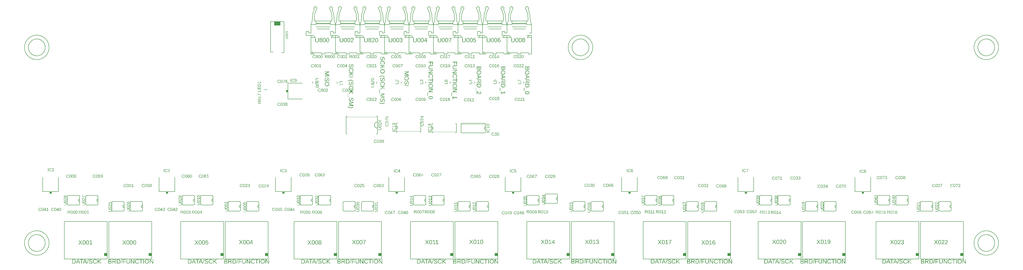
<source format=gbr>
G04 EAGLE Gerber RS-274X export*
G75*
%MOMM*%
%FSLAX34Y34*%
%LPD*%
%INSilkscreen Top*%
%IPPOS*%
%AMOC8*
5,1,8,0,0,1.08239X$1,22.5*%
G01*
G04 Define Apertures*
%ADD10C,0.152400*%
%ADD11C,0.203200*%
%ADD12R,1.275000X1.143000*%
%ADD13R,2.500000X1.500000*%
%ADD14C,0.050800*%
%ADD15R,0.863600X0.762000*%
%ADD16R,0.762000X0.863600*%
%ADD17R,0.150000X0.300000*%
%ADD18R,0.300000X0.300000*%
G36*
X1299392Y747019D02*
X1300039Y747067D01*
X1300663Y747147D01*
X1301265Y747259D01*
X1301844Y747403D01*
X1302401Y747579D01*
X1302935Y747787D01*
X1303446Y748027D01*
X1303931Y748298D01*
X1304386Y748597D01*
X1304812Y748924D01*
X1305208Y749280D01*
X1305574Y749665D01*
X1305911Y750078D01*
X1306217Y750520D01*
X1306494Y750990D01*
X1306740Y751486D01*
X1306953Y752003D01*
X1307134Y752542D01*
X1307281Y753103D01*
X1307396Y753686D01*
X1307478Y754291D01*
X1307527Y754918D01*
X1307543Y755566D01*
X1307534Y756065D01*
X1307507Y756550D01*
X1307461Y757022D01*
X1307397Y757479D01*
X1307315Y757923D01*
X1307215Y758352D01*
X1307096Y758768D01*
X1306959Y759170D01*
X1306804Y759558D01*
X1306630Y759932D01*
X1306439Y760292D01*
X1306229Y760638D01*
X1306001Y760971D01*
X1305754Y761289D01*
X1305489Y761594D01*
X1305206Y761884D01*
X1304907Y762159D01*
X1304594Y762416D01*
X1304266Y762655D01*
X1303925Y762877D01*
X1303569Y763081D01*
X1303199Y763267D01*
X1302815Y763436D01*
X1302417Y763586D01*
X1302005Y763719D01*
X1301578Y763835D01*
X1301138Y763932D01*
X1300683Y764012D01*
X1300214Y764074D01*
X1299731Y764118D01*
X1299234Y764145D01*
X1298723Y764154D01*
X1298052Y764138D01*
X1297403Y764090D01*
X1296776Y764011D01*
X1296169Y763899D01*
X1295584Y763756D01*
X1295020Y763581D01*
X1294478Y763374D01*
X1293956Y763136D01*
X1293461Y762867D01*
X1292995Y762569D01*
X1292560Y762243D01*
X1292155Y761889D01*
X1291779Y761506D01*
X1291434Y761094D01*
X1291119Y760654D01*
X1290834Y760185D01*
X1290581Y759691D01*
X1290362Y759173D01*
X1290176Y758633D01*
X1290025Y758070D01*
X1289906Y757485D01*
X1289822Y756876D01*
X1289772Y756245D01*
X1289755Y755591D01*
X1289772Y754942D01*
X1289823Y754316D01*
X1289908Y753711D01*
X1290028Y753128D01*
X1290181Y752567D01*
X1290369Y752028D01*
X1290591Y751510D01*
X1290846Y751015D01*
X1291134Y750544D01*
X1291451Y750102D01*
X1291798Y749688D01*
X1292175Y749302D01*
X1292580Y748944D01*
X1293016Y748614D01*
X1293480Y748313D01*
X1293975Y748040D01*
X1294495Y747797D01*
X1295035Y747586D01*
X1295597Y747408D01*
X1296180Y747262D01*
X1296784Y747149D01*
X1297409Y747068D01*
X1298055Y747019D01*
X1298723Y747003D01*
X1299392Y747019D01*
G37*
%LPC*%
G36*
X1298307Y749402D02*
X1297903Y749420D01*
X1297511Y749452D01*
X1297131Y749495D01*
X1296763Y749552D01*
X1296407Y749620D01*
X1296063Y749702D01*
X1295731Y749796D01*
X1295410Y749902D01*
X1295102Y750021D01*
X1294806Y750152D01*
X1294521Y750296D01*
X1294249Y750452D01*
X1293988Y750621D01*
X1293739Y750802D01*
X1293503Y750996D01*
X1293279Y751202D01*
X1293070Y751418D01*
X1292875Y751646D01*
X1292695Y751884D01*
X1292529Y752133D01*
X1292377Y752393D01*
X1292240Y752664D01*
X1292118Y752945D01*
X1292010Y753238D01*
X1291916Y753541D01*
X1291836Y753856D01*
X1291772Y754181D01*
X1291721Y754517D01*
X1291685Y754864D01*
X1291663Y755222D01*
X1291656Y755591D01*
X1291664Y755949D01*
X1291686Y756298D01*
X1291723Y756636D01*
X1291775Y756965D01*
X1291842Y757284D01*
X1291924Y757593D01*
X1292021Y757892D01*
X1292133Y758181D01*
X1292260Y758460D01*
X1292401Y758729D01*
X1292558Y758988D01*
X1292729Y759238D01*
X1292916Y759477D01*
X1293117Y759707D01*
X1293333Y759926D01*
X1293564Y760136D01*
X1293808Y760334D01*
X1294062Y760520D01*
X1294326Y760693D01*
X1294602Y760853D01*
X1294887Y761000D01*
X1295184Y761134D01*
X1295490Y761256D01*
X1295807Y761364D01*
X1296135Y761460D01*
X1296473Y761543D01*
X1296822Y761614D01*
X1297181Y761671D01*
X1297551Y761716D01*
X1297931Y761748D01*
X1298321Y761767D01*
X1298723Y761774D01*
X1299126Y761767D01*
X1299519Y761748D01*
X1299900Y761717D01*
X1300269Y761673D01*
X1300627Y761616D01*
X1300974Y761546D01*
X1301309Y761464D01*
X1301633Y761369D01*
X1301946Y761261D01*
X1302247Y761141D01*
X1302536Y761008D01*
X1302815Y760863D01*
X1303082Y760705D01*
X1303337Y760534D01*
X1303581Y760350D01*
X1303814Y760154D01*
X1304034Y759947D01*
X1304239Y759728D01*
X1304431Y759500D01*
X1304608Y759260D01*
X1304771Y759010D01*
X1304920Y758750D01*
X1305055Y758479D01*
X1305176Y758198D01*
X1305282Y757906D01*
X1305374Y757603D01*
X1305452Y757290D01*
X1305516Y756966D01*
X1305566Y756632D01*
X1305601Y756287D01*
X1305622Y755932D01*
X1305630Y755566D01*
X1305622Y755203D01*
X1305601Y754851D01*
X1305565Y754509D01*
X1305515Y754177D01*
X1305450Y753856D01*
X1305371Y753545D01*
X1305277Y753245D01*
X1305169Y752955D01*
X1305047Y752675D01*
X1304911Y752406D01*
X1304760Y752147D01*
X1304594Y751898D01*
X1304415Y751660D01*
X1304221Y751433D01*
X1304012Y751215D01*
X1303789Y751009D01*
X1303554Y750813D01*
X1303308Y750630D01*
X1303050Y750460D01*
X1302783Y750303D01*
X1302504Y750158D01*
X1302214Y750025D01*
X1301914Y749906D01*
X1301603Y749799D01*
X1301280Y749704D01*
X1300948Y749622D01*
X1300604Y749553D01*
X1300249Y749496D01*
X1299884Y749452D01*
X1299508Y749421D01*
X1299120Y749402D01*
X1298723Y749395D01*
X1298307Y749402D01*
G37*
%LPD*%
G36*
X1307286Y794137D02*
X1295300Y798652D01*
X1294857Y798813D01*
X1294042Y799075D01*
X1293170Y799334D01*
X1292552Y799486D01*
X1293035Y799598D01*
X1293748Y799787D01*
X1294550Y800018D01*
X1295300Y800259D01*
X1307286Y804860D01*
X1307286Y807939D01*
X1290000Y807939D01*
X1290000Y805853D01*
X1301532Y805853D01*
X1303851Y805902D01*
X1305212Y805939D01*
X1303863Y805534D01*
X1301777Y804847D01*
X1290000Y800321D01*
X1290000Y798677D01*
X1301777Y794211D01*
X1302457Y793964D01*
X1303256Y793702D01*
X1304174Y793424D01*
X1305212Y793131D01*
X1304320Y793180D01*
X1303409Y793214D01*
X1302480Y793235D01*
X1301532Y793242D01*
X1290000Y793242D01*
X1290000Y791132D01*
X1307286Y791132D01*
X1307286Y794137D01*
G37*
G36*
X1295229Y766505D02*
X1295656Y766555D01*
X1296051Y766637D01*
X1296416Y766753D01*
X1296754Y766897D01*
X1297069Y767067D01*
X1297362Y767262D01*
X1297631Y767483D01*
X1297878Y767726D01*
X1298106Y767990D01*
X1298314Y768275D01*
X1298502Y768581D01*
X1298835Y769235D01*
X1299121Y769936D01*
X1299367Y770677D01*
X1299575Y771451D01*
X1299949Y773040D01*
X1300203Y774131D01*
X1300436Y775024D01*
X1300648Y775720D01*
X1300839Y776217D01*
X1301030Y776593D01*
X1301241Y776921D01*
X1301471Y777203D01*
X1301722Y777438D01*
X1302000Y777623D01*
X1302152Y777696D01*
X1302313Y777755D01*
X1302482Y777802D01*
X1302659Y777835D01*
X1302846Y777855D01*
X1303041Y777861D01*
X1303371Y777844D01*
X1303680Y777793D01*
X1303967Y777708D01*
X1304234Y777588D01*
X1304480Y777435D01*
X1304704Y777247D01*
X1304907Y777025D01*
X1305090Y776769D01*
X1305251Y776481D01*
X1305390Y776162D01*
X1305508Y775813D01*
X1305605Y775432D01*
X1305680Y775021D01*
X1305734Y774580D01*
X1305766Y774107D01*
X1305777Y773604D01*
X1305767Y773145D01*
X1305738Y772711D01*
X1305690Y772303D01*
X1305622Y771920D01*
X1305535Y771564D01*
X1305428Y771233D01*
X1305302Y770927D01*
X1305157Y770648D01*
X1304991Y770392D01*
X1304800Y770157D01*
X1304586Y769944D01*
X1304349Y769752D01*
X1304088Y769582D01*
X1303803Y769433D01*
X1303495Y769306D01*
X1303164Y769200D01*
X1303568Y766894D01*
X1304092Y767065D01*
X1304575Y767265D01*
X1305019Y767494D01*
X1305422Y767752D01*
X1305787Y768040D01*
X1306111Y768357D01*
X1306396Y768702D01*
X1306642Y769077D01*
X1306853Y769489D01*
X1307036Y769943D01*
X1307191Y770441D01*
X1307318Y770982D01*
X1307417Y771566D01*
X1307487Y772194D01*
X1307529Y772865D01*
X1307543Y773580D01*
X1307525Y774348D01*
X1307468Y775071D01*
X1307374Y775747D01*
X1307243Y776378D01*
X1307074Y776964D01*
X1306867Y777503D01*
X1306623Y777996D01*
X1306341Y778444D01*
X1306025Y778842D01*
X1305676Y779187D01*
X1305296Y779479D01*
X1304884Y779718D01*
X1304440Y779904D01*
X1304207Y779977D01*
X1303965Y780037D01*
X1303715Y780083D01*
X1303457Y780117D01*
X1303192Y780137D01*
X1302918Y780143D01*
X1302447Y780123D01*
X1302004Y780062D01*
X1301589Y779960D01*
X1301201Y779818D01*
X1300838Y779637D01*
X1300500Y779421D01*
X1300185Y779168D01*
X1299894Y778880D01*
X1299622Y778545D01*
X1299362Y778154D01*
X1299116Y777708D01*
X1298882Y777205D01*
X1298655Y776613D01*
X1298428Y775897D01*
X1298201Y775058D01*
X1297974Y774095D01*
X1297471Y771948D01*
X1297348Y771480D01*
X1297211Y771046D01*
X1297060Y770646D01*
X1296895Y770280D01*
X1296711Y769950D01*
X1296505Y769659D01*
X1296276Y769407D01*
X1296024Y769194D01*
X1295740Y769025D01*
X1295416Y768904D01*
X1295240Y768862D01*
X1295053Y768832D01*
X1294856Y768814D01*
X1294650Y768807D01*
X1294284Y768827D01*
X1293941Y768885D01*
X1293621Y768981D01*
X1293323Y769116D01*
X1293049Y769289D01*
X1292797Y769501D01*
X1292568Y769751D01*
X1292362Y770040D01*
X1292179Y770365D01*
X1292021Y770722D01*
X1291887Y771111D01*
X1291777Y771533D01*
X1291692Y771987D01*
X1291631Y772473D01*
X1291595Y772992D01*
X1291583Y773543D01*
X1291594Y774078D01*
X1291628Y774583D01*
X1291685Y775061D01*
X1291765Y775509D01*
X1291868Y775929D01*
X1291993Y776319D01*
X1292141Y776681D01*
X1292313Y777015D01*
X1292508Y777320D01*
X1292729Y777598D01*
X1292976Y777847D01*
X1293250Y778070D01*
X1293548Y778265D01*
X1293873Y778432D01*
X1294224Y778571D01*
X1294601Y778683D01*
X1294147Y780953D01*
X1293615Y780806D01*
X1293117Y780618D01*
X1292654Y780389D01*
X1292225Y780118D01*
X1291831Y779805D01*
X1291470Y779451D01*
X1291144Y779056D01*
X1290853Y778619D01*
X1290595Y778140D01*
X1290372Y777620D01*
X1290184Y777059D01*
X1290029Y776456D01*
X1289909Y775811D01*
X1289823Y775125D01*
X1289772Y774398D01*
X1289755Y773629D01*
X1289775Y772803D01*
X1289837Y772025D01*
X1289939Y771295D01*
X1290083Y770612D01*
X1290267Y769978D01*
X1290493Y769391D01*
X1290760Y768851D01*
X1291067Y768360D01*
X1291412Y767921D01*
X1291791Y767541D01*
X1291993Y767373D01*
X1292204Y767220D01*
X1292423Y767081D01*
X1292650Y766957D01*
X1292886Y766847D01*
X1293130Y766752D01*
X1293383Y766672D01*
X1293644Y766606D01*
X1293913Y766555D01*
X1294191Y766518D01*
X1294477Y766496D01*
X1294772Y766489D01*
X1295229Y766505D01*
G37*
G36*
X1307286Y786775D02*
X1290000Y786775D01*
X1290000Y784432D01*
X1307286Y784432D01*
X1307286Y786775D01*
G37*
G36*
X1407286Y667762D02*
X1395300Y672277D01*
X1394857Y672438D01*
X1394042Y672700D01*
X1393170Y672959D01*
X1392552Y673111D01*
X1393035Y673223D01*
X1393748Y673412D01*
X1394550Y673643D01*
X1395300Y673884D01*
X1407286Y678485D01*
X1407286Y681564D01*
X1390000Y681564D01*
X1390000Y679478D01*
X1401532Y679478D01*
X1403851Y679527D01*
X1405212Y679564D01*
X1403863Y679159D01*
X1401777Y678472D01*
X1390000Y673946D01*
X1390000Y672302D01*
X1401777Y667836D01*
X1402457Y667589D01*
X1403256Y667327D01*
X1404174Y667049D01*
X1405212Y666756D01*
X1404320Y666805D01*
X1403409Y666839D01*
X1402480Y666860D01*
X1401532Y666867D01*
X1390000Y666867D01*
X1390000Y664757D01*
X1407286Y664757D01*
X1407286Y667762D01*
G37*
G36*
X1395229Y684818D02*
X1395656Y684867D01*
X1396051Y684950D01*
X1396416Y685065D01*
X1396754Y685210D01*
X1397069Y685379D01*
X1397362Y685575D01*
X1397631Y685795D01*
X1397878Y686038D01*
X1398106Y686303D01*
X1398314Y686587D01*
X1398502Y686893D01*
X1398835Y687548D01*
X1399121Y688249D01*
X1399367Y688989D01*
X1399575Y689764D01*
X1399949Y691352D01*
X1400203Y692444D01*
X1400436Y693337D01*
X1400648Y694032D01*
X1400839Y694530D01*
X1401030Y694905D01*
X1401241Y695234D01*
X1401471Y695516D01*
X1401722Y695751D01*
X1402000Y695936D01*
X1402152Y696008D01*
X1402313Y696068D01*
X1402482Y696114D01*
X1402659Y696147D01*
X1402846Y696167D01*
X1403041Y696174D01*
X1403371Y696157D01*
X1403680Y696106D01*
X1403967Y696020D01*
X1404234Y695901D01*
X1404480Y695747D01*
X1404704Y695560D01*
X1404907Y695338D01*
X1405090Y695082D01*
X1405251Y694794D01*
X1405390Y694475D01*
X1405508Y694125D01*
X1405605Y693745D01*
X1405680Y693334D01*
X1405734Y692892D01*
X1405766Y692420D01*
X1405777Y691917D01*
X1405767Y691457D01*
X1405738Y691024D01*
X1405690Y690615D01*
X1405622Y690233D01*
X1405535Y689876D01*
X1405428Y689545D01*
X1405302Y689240D01*
X1405157Y688960D01*
X1404991Y688704D01*
X1404800Y688469D01*
X1404586Y688256D01*
X1404349Y688065D01*
X1404088Y687894D01*
X1403803Y687746D01*
X1403495Y687618D01*
X1403164Y687513D01*
X1403568Y685206D01*
X1404092Y685377D01*
X1404575Y685577D01*
X1405019Y685807D01*
X1405422Y686065D01*
X1405787Y686352D01*
X1406111Y686669D01*
X1406396Y687015D01*
X1406642Y687390D01*
X1406853Y687801D01*
X1407036Y688256D01*
X1407191Y688753D01*
X1407318Y689294D01*
X1407417Y689879D01*
X1407487Y690507D01*
X1407529Y691178D01*
X1407543Y691892D01*
X1407525Y692661D01*
X1407468Y693383D01*
X1407374Y694060D01*
X1407243Y694691D01*
X1407074Y695276D01*
X1406867Y695815D01*
X1406623Y696309D01*
X1406341Y696757D01*
X1406025Y697155D01*
X1405676Y697500D01*
X1405296Y697792D01*
X1404884Y698031D01*
X1404440Y698217D01*
X1404207Y698290D01*
X1403965Y698349D01*
X1403715Y698396D01*
X1403457Y698429D01*
X1403192Y698449D01*
X1402918Y698456D01*
X1402447Y698435D01*
X1402004Y698374D01*
X1401589Y698273D01*
X1401201Y698131D01*
X1400838Y697950D01*
X1400500Y697733D01*
X1400185Y697481D01*
X1399894Y697192D01*
X1399622Y696857D01*
X1399362Y696467D01*
X1399116Y696020D01*
X1398882Y695517D01*
X1398655Y694925D01*
X1398428Y694209D01*
X1398201Y693370D01*
X1397974Y692408D01*
X1397471Y690261D01*
X1397348Y689793D01*
X1397211Y689359D01*
X1397060Y688959D01*
X1396895Y688592D01*
X1396711Y688262D01*
X1396505Y687971D01*
X1396276Y687719D01*
X1396024Y687506D01*
X1395740Y687337D01*
X1395416Y687217D01*
X1395240Y687174D01*
X1395053Y687144D01*
X1394856Y687126D01*
X1394650Y687120D01*
X1394284Y687139D01*
X1393941Y687197D01*
X1393621Y687293D01*
X1393323Y687428D01*
X1393049Y687602D01*
X1392797Y687813D01*
X1392568Y688064D01*
X1392362Y688353D01*
X1392179Y688677D01*
X1392021Y689034D01*
X1391887Y689423D01*
X1391777Y689845D01*
X1391692Y690299D01*
X1391631Y690785D01*
X1391595Y691304D01*
X1391583Y691855D01*
X1391594Y692390D01*
X1391628Y692896D01*
X1391685Y693373D01*
X1391765Y693821D01*
X1391868Y694241D01*
X1391993Y694632D01*
X1392141Y694994D01*
X1392313Y695327D01*
X1392508Y695632D01*
X1392729Y695910D01*
X1392976Y696160D01*
X1393250Y696382D01*
X1393548Y696577D01*
X1393873Y696744D01*
X1394224Y696884D01*
X1394601Y696996D01*
X1394147Y699265D01*
X1393615Y699119D01*
X1393117Y698931D01*
X1392654Y698701D01*
X1392225Y698430D01*
X1391831Y698118D01*
X1391470Y697764D01*
X1391144Y697368D01*
X1390853Y696931D01*
X1390595Y696453D01*
X1390372Y695933D01*
X1390184Y695371D01*
X1390029Y694768D01*
X1389909Y694124D01*
X1389823Y693438D01*
X1389772Y692710D01*
X1389755Y691941D01*
X1389775Y691116D01*
X1389837Y690338D01*
X1389939Y689607D01*
X1390083Y688925D01*
X1390267Y688290D01*
X1390493Y687703D01*
X1390760Y687164D01*
X1391067Y686672D01*
X1391412Y686234D01*
X1391791Y685854D01*
X1391993Y685686D01*
X1392204Y685532D01*
X1392423Y685393D01*
X1392650Y685269D01*
X1392886Y685159D01*
X1393130Y685064D01*
X1393383Y684984D01*
X1393644Y684918D01*
X1393913Y684867D01*
X1394191Y684831D01*
X1394477Y684809D01*
X1394772Y684801D01*
X1395229Y684818D01*
G37*
G36*
X1395229Y750443D02*
X1395656Y750492D01*
X1396051Y750575D01*
X1396416Y750690D01*
X1396754Y750835D01*
X1397069Y751004D01*
X1397362Y751200D01*
X1397631Y751420D01*
X1397878Y751663D01*
X1398106Y751928D01*
X1398314Y752212D01*
X1398502Y752518D01*
X1398835Y753173D01*
X1399121Y753874D01*
X1399367Y754614D01*
X1399575Y755389D01*
X1399949Y756977D01*
X1400203Y758069D01*
X1400436Y758962D01*
X1400648Y759657D01*
X1400839Y760155D01*
X1401030Y760530D01*
X1401241Y760859D01*
X1401471Y761141D01*
X1401722Y761376D01*
X1402000Y761561D01*
X1402152Y761633D01*
X1402313Y761693D01*
X1402482Y761739D01*
X1402659Y761772D01*
X1402846Y761792D01*
X1403041Y761799D01*
X1403371Y761782D01*
X1403680Y761731D01*
X1403967Y761645D01*
X1404234Y761526D01*
X1404480Y761372D01*
X1404704Y761185D01*
X1404907Y760963D01*
X1405090Y760707D01*
X1405251Y760419D01*
X1405390Y760100D01*
X1405508Y759750D01*
X1405605Y759370D01*
X1405680Y758959D01*
X1405734Y758517D01*
X1405766Y758045D01*
X1405777Y757542D01*
X1405767Y757082D01*
X1405738Y756649D01*
X1405690Y756240D01*
X1405622Y755858D01*
X1405535Y755501D01*
X1405428Y755170D01*
X1405302Y754865D01*
X1405157Y754585D01*
X1404991Y754329D01*
X1404800Y754094D01*
X1404586Y753881D01*
X1404349Y753690D01*
X1404088Y753519D01*
X1403803Y753371D01*
X1403495Y753243D01*
X1403164Y753138D01*
X1403568Y750831D01*
X1404092Y751002D01*
X1404575Y751202D01*
X1405019Y751432D01*
X1405422Y751690D01*
X1405787Y751977D01*
X1406111Y752294D01*
X1406396Y752640D01*
X1406642Y753015D01*
X1406853Y753426D01*
X1407036Y753881D01*
X1407191Y754378D01*
X1407318Y754919D01*
X1407417Y755504D01*
X1407487Y756132D01*
X1407529Y756803D01*
X1407543Y757517D01*
X1407525Y758286D01*
X1407468Y759008D01*
X1407374Y759685D01*
X1407243Y760316D01*
X1407074Y760901D01*
X1406867Y761440D01*
X1406623Y761934D01*
X1406341Y762382D01*
X1406025Y762780D01*
X1405676Y763125D01*
X1405296Y763417D01*
X1404884Y763656D01*
X1404440Y763842D01*
X1404207Y763915D01*
X1403965Y763974D01*
X1403715Y764021D01*
X1403457Y764054D01*
X1403192Y764074D01*
X1402918Y764081D01*
X1402447Y764060D01*
X1402004Y763999D01*
X1401589Y763898D01*
X1401201Y763756D01*
X1400838Y763575D01*
X1400500Y763358D01*
X1400185Y763106D01*
X1399894Y762817D01*
X1399622Y762482D01*
X1399362Y762092D01*
X1399116Y761645D01*
X1398882Y761142D01*
X1398655Y760550D01*
X1398428Y759834D01*
X1398201Y758995D01*
X1397974Y758033D01*
X1397471Y755886D01*
X1397348Y755418D01*
X1397211Y754984D01*
X1397060Y754584D01*
X1396895Y754217D01*
X1396711Y753887D01*
X1396505Y753596D01*
X1396276Y753344D01*
X1396024Y753131D01*
X1395740Y752962D01*
X1395416Y752842D01*
X1395240Y752799D01*
X1395053Y752769D01*
X1394856Y752751D01*
X1394650Y752745D01*
X1394284Y752764D01*
X1393941Y752822D01*
X1393621Y752918D01*
X1393323Y753053D01*
X1393049Y753227D01*
X1392797Y753438D01*
X1392568Y753689D01*
X1392362Y753978D01*
X1392179Y754302D01*
X1392021Y754659D01*
X1391887Y755048D01*
X1391777Y755470D01*
X1391692Y755924D01*
X1391631Y756410D01*
X1391595Y756929D01*
X1391583Y757480D01*
X1391594Y758015D01*
X1391628Y758521D01*
X1391685Y758998D01*
X1391765Y759446D01*
X1391868Y759866D01*
X1391993Y760257D01*
X1392141Y760619D01*
X1392313Y760952D01*
X1392508Y761257D01*
X1392729Y761535D01*
X1392976Y761785D01*
X1393250Y762007D01*
X1393548Y762202D01*
X1393873Y762369D01*
X1394224Y762509D01*
X1394601Y762621D01*
X1394147Y764890D01*
X1393615Y764744D01*
X1393117Y764556D01*
X1392654Y764326D01*
X1392225Y764055D01*
X1391831Y763743D01*
X1391470Y763389D01*
X1391144Y762993D01*
X1390853Y762556D01*
X1390595Y762078D01*
X1390372Y761558D01*
X1390184Y760996D01*
X1390029Y760393D01*
X1389909Y759749D01*
X1389823Y759063D01*
X1389772Y758335D01*
X1389755Y757566D01*
X1389775Y756741D01*
X1389837Y755963D01*
X1389939Y755232D01*
X1390083Y754550D01*
X1390267Y753915D01*
X1390493Y753328D01*
X1390760Y752789D01*
X1391067Y752297D01*
X1391412Y751859D01*
X1391791Y751479D01*
X1391993Y751311D01*
X1392204Y751157D01*
X1392423Y751018D01*
X1392650Y750894D01*
X1392886Y750784D01*
X1393130Y750689D01*
X1393383Y750609D01*
X1393644Y750543D01*
X1393913Y750492D01*
X1394191Y750456D01*
X1394477Y750434D01*
X1394772Y750426D01*
X1395229Y750443D01*
G37*
G36*
X1395229Y824412D02*
X1395656Y824461D01*
X1396051Y824543D01*
X1396416Y824659D01*
X1396754Y824803D01*
X1397069Y824973D01*
X1397362Y825168D01*
X1397631Y825389D01*
X1397878Y825632D01*
X1398106Y825896D01*
X1398314Y826181D01*
X1398502Y826487D01*
X1398835Y827142D01*
X1399121Y827842D01*
X1399367Y828583D01*
X1399575Y829357D01*
X1399949Y830946D01*
X1400203Y832037D01*
X1400436Y832931D01*
X1400648Y833626D01*
X1400839Y834124D01*
X1401030Y834499D01*
X1401241Y834828D01*
X1401471Y835109D01*
X1401722Y835344D01*
X1402000Y835529D01*
X1402152Y835602D01*
X1402313Y835662D01*
X1402482Y835708D01*
X1402659Y835741D01*
X1402846Y835761D01*
X1403041Y835768D01*
X1403371Y835750D01*
X1403680Y835699D01*
X1403967Y835614D01*
X1404234Y835495D01*
X1404480Y835341D01*
X1404704Y835153D01*
X1404907Y834932D01*
X1405090Y834676D01*
X1405251Y834387D01*
X1405390Y834068D01*
X1405508Y833719D01*
X1405605Y833338D01*
X1405680Y832927D01*
X1405734Y832486D01*
X1405766Y832014D01*
X1405777Y831511D01*
X1405767Y831051D01*
X1405738Y830617D01*
X1405690Y830209D01*
X1405622Y829827D01*
X1405535Y829470D01*
X1405428Y829139D01*
X1405302Y828834D01*
X1405157Y828554D01*
X1404991Y828298D01*
X1404800Y828063D01*
X1404586Y827850D01*
X1404349Y827658D01*
X1404088Y827488D01*
X1403803Y827339D01*
X1403495Y827212D01*
X1403164Y827106D01*
X1403568Y824800D01*
X1404092Y824971D01*
X1404575Y825171D01*
X1405019Y825400D01*
X1405422Y825659D01*
X1405787Y825946D01*
X1406111Y826263D01*
X1406396Y826609D01*
X1406642Y826984D01*
X1406853Y827395D01*
X1407036Y827849D01*
X1407191Y828347D01*
X1407318Y828888D01*
X1407417Y829473D01*
X1407487Y830100D01*
X1407529Y830772D01*
X1407543Y831486D01*
X1407525Y832254D01*
X1407468Y832977D01*
X1407374Y833654D01*
X1407243Y834285D01*
X1407074Y834870D01*
X1406867Y835409D01*
X1406623Y835903D01*
X1406341Y836350D01*
X1406025Y836749D01*
X1405676Y837094D01*
X1405296Y837386D01*
X1404884Y837625D01*
X1404440Y837810D01*
X1404207Y837883D01*
X1403965Y837943D01*
X1403715Y837990D01*
X1403457Y838023D01*
X1403192Y838043D01*
X1402918Y838049D01*
X1402447Y838029D01*
X1402004Y837968D01*
X1401589Y837867D01*
X1401201Y837724D01*
X1400838Y837544D01*
X1400500Y837327D01*
X1400185Y837074D01*
X1399894Y836786D01*
X1399622Y836451D01*
X1399362Y836060D01*
X1399116Y835614D01*
X1398882Y835111D01*
X1398655Y834519D01*
X1398428Y833803D01*
X1398201Y832964D01*
X1397974Y832001D01*
X1397471Y829854D01*
X1397348Y829387D01*
X1397211Y828953D01*
X1397060Y828552D01*
X1396895Y828186D01*
X1396711Y827856D01*
X1396505Y827565D01*
X1396276Y827313D01*
X1396024Y827100D01*
X1395740Y826931D01*
X1395416Y826810D01*
X1395240Y826768D01*
X1395053Y826738D01*
X1394856Y826720D01*
X1394650Y826714D01*
X1394284Y826733D01*
X1393941Y826791D01*
X1393621Y826887D01*
X1393323Y827022D01*
X1393049Y827195D01*
X1392797Y827407D01*
X1392568Y827658D01*
X1392362Y827947D01*
X1392179Y828271D01*
X1392021Y828628D01*
X1391887Y829017D01*
X1391777Y829439D01*
X1391692Y829893D01*
X1391631Y830379D01*
X1391595Y830898D01*
X1391583Y831449D01*
X1391594Y831984D01*
X1391628Y832490D01*
X1391685Y832967D01*
X1391765Y833415D01*
X1391868Y833835D01*
X1391993Y834226D01*
X1392141Y834588D01*
X1392313Y834921D01*
X1392508Y835226D01*
X1392729Y835504D01*
X1392976Y835754D01*
X1393250Y835976D01*
X1393548Y836171D01*
X1393873Y836338D01*
X1394224Y836478D01*
X1394601Y836590D01*
X1394147Y838859D01*
X1393615Y838713D01*
X1393117Y838525D01*
X1392654Y838295D01*
X1392225Y838024D01*
X1391831Y837712D01*
X1391470Y837358D01*
X1391144Y836962D01*
X1390853Y836525D01*
X1390595Y836047D01*
X1390372Y835527D01*
X1390184Y834965D01*
X1390029Y834362D01*
X1389909Y833718D01*
X1389823Y833032D01*
X1389772Y832304D01*
X1389755Y831535D01*
X1389775Y830709D01*
X1389837Y829931D01*
X1389939Y829201D01*
X1390083Y828519D01*
X1390267Y827884D01*
X1390493Y827297D01*
X1390760Y826758D01*
X1391067Y826266D01*
X1391412Y825827D01*
X1391791Y825447D01*
X1391993Y825279D01*
X1392204Y825126D01*
X1392423Y824987D01*
X1392650Y824863D01*
X1392886Y824753D01*
X1393130Y824658D01*
X1393383Y824578D01*
X1393644Y824512D01*
X1393913Y824461D01*
X1394191Y824424D01*
X1394477Y824402D01*
X1394772Y824395D01*
X1395229Y824412D01*
G37*
G36*
X1399778Y722991D02*
X1407286Y715630D01*
X1407286Y718391D01*
X1398624Y726721D01*
X1407286Y726721D01*
X1407286Y729064D01*
X1390000Y729064D01*
X1390000Y726721D01*
X1396625Y726721D01*
X1398342Y724463D01*
X1390000Y717557D01*
X1390000Y714649D01*
X1399778Y722991D01*
G37*
G36*
X1399778Y796991D02*
X1407286Y789630D01*
X1407286Y792391D01*
X1398624Y800721D01*
X1407286Y800721D01*
X1407286Y803064D01*
X1390000Y803064D01*
X1390000Y800721D01*
X1396625Y800721D01*
X1398342Y798463D01*
X1390000Y791557D01*
X1390000Y788649D01*
X1399778Y796991D01*
G37*
G36*
X1395275Y734008D02*
X1394840Y734243D01*
X1394433Y734493D01*
X1394054Y734756D01*
X1393703Y735034D01*
X1393380Y735326D01*
X1393085Y735632D01*
X1392818Y735952D01*
X1392579Y736286D01*
X1392369Y736635D01*
X1392186Y736997D01*
X1392032Y737373D01*
X1391905Y737764D01*
X1391807Y738168D01*
X1391737Y738587D01*
X1391695Y739020D01*
X1391681Y739467D01*
X1391688Y739816D01*
X1391711Y740157D01*
X1391749Y740488D01*
X1391801Y740811D01*
X1391869Y741124D01*
X1391952Y741428D01*
X1392051Y741722D01*
X1392164Y742008D01*
X1392292Y742284D01*
X1392435Y742552D01*
X1392594Y742810D01*
X1392768Y743059D01*
X1392956Y743299D01*
X1393160Y743529D01*
X1393379Y743751D01*
X1393613Y743963D01*
X1394115Y744353D01*
X1394381Y744528D01*
X1394657Y744690D01*
X1394942Y744840D01*
X1395237Y744976D01*
X1395542Y745099D01*
X1395856Y745210D01*
X1396181Y745307D01*
X1396515Y745392D01*
X1396858Y745463D01*
X1397212Y745522D01*
X1397575Y745567D01*
X1397948Y745599D01*
X1398330Y745619D01*
X1398723Y745625D01*
X1399119Y745619D01*
X1399505Y745600D01*
X1399880Y745569D01*
X1400244Y745526D01*
X1400598Y745470D01*
X1400941Y745401D01*
X1401273Y745320D01*
X1401595Y745227D01*
X1401906Y745121D01*
X1402206Y745002D01*
X1402496Y744872D01*
X1402775Y744728D01*
X1403043Y744573D01*
X1403300Y744404D01*
X1403783Y744031D01*
X1404007Y743826D01*
X1404216Y743612D01*
X1404411Y743388D01*
X1404591Y743153D01*
X1404757Y742909D01*
X1404908Y742655D01*
X1405045Y742391D01*
X1405168Y742117D01*
X1405276Y741833D01*
X1405370Y741539D01*
X1405449Y741235D01*
X1405514Y740921D01*
X1405565Y740597D01*
X1405601Y740263D01*
X1405622Y739919D01*
X1405630Y739565D01*
X1405617Y739116D01*
X1405580Y738682D01*
X1405517Y738264D01*
X1405430Y737861D01*
X1405318Y737474D01*
X1405181Y737103D01*
X1405019Y736746D01*
X1404832Y736406D01*
X1404622Y736085D01*
X1404389Y735786D01*
X1404134Y735510D01*
X1403857Y735257D01*
X1403557Y735027D01*
X1403236Y734820D01*
X1402892Y734635D01*
X1402526Y734474D01*
X1403262Y732253D01*
X1403776Y732486D01*
X1404258Y732750D01*
X1404707Y733044D01*
X1405123Y733370D01*
X1405507Y733725D01*
X1405859Y734112D01*
X1406178Y734529D01*
X1406464Y734977D01*
X1406717Y735454D01*
X1406936Y735960D01*
X1407122Y736494D01*
X1407273Y737056D01*
X1407392Y737647D01*
X1407476Y738266D01*
X1407526Y738914D01*
X1407543Y739590D01*
X1407534Y740077D01*
X1407507Y740550D01*
X1407461Y741010D01*
X1407397Y741457D01*
X1407315Y741891D01*
X1407214Y742311D01*
X1407095Y742717D01*
X1406958Y743110D01*
X1406802Y743490D01*
X1406628Y743856D01*
X1406436Y744209D01*
X1406225Y744549D01*
X1405996Y744875D01*
X1405749Y745188D01*
X1405484Y745487D01*
X1405200Y745773D01*
X1404900Y746043D01*
X1404586Y746296D01*
X1404258Y746531D01*
X1403917Y746749D01*
X1403561Y746950D01*
X1403191Y747133D01*
X1402807Y747299D01*
X1402409Y747447D01*
X1401997Y747578D01*
X1401571Y747691D01*
X1401132Y747787D01*
X1400678Y747866D01*
X1400210Y747927D01*
X1399728Y747971D01*
X1399232Y747997D01*
X1398723Y748005D01*
X1398044Y747990D01*
X1397389Y747943D01*
X1396757Y747865D01*
X1396148Y747755D01*
X1395562Y747615D01*
X1395000Y747443D01*
X1394460Y747240D01*
X1393944Y747006D01*
X1393454Y746741D01*
X1392993Y746449D01*
X1392562Y746128D01*
X1392159Y745779D01*
X1391786Y745401D01*
X1391441Y744995D01*
X1391126Y744561D01*
X1390840Y744098D01*
X1390586Y743610D01*
X1390365Y743100D01*
X1390179Y742568D01*
X1390026Y742014D01*
X1389907Y741438D01*
X1389823Y740840D01*
X1389772Y740219D01*
X1389755Y739577D01*
X1389773Y738949D01*
X1389828Y738340D01*
X1389919Y737751D01*
X1390046Y737180D01*
X1390210Y736630D01*
X1390410Y736098D01*
X1390647Y735586D01*
X1390920Y735093D01*
X1391228Y734624D01*
X1391570Y734181D01*
X1391944Y733766D01*
X1392352Y733377D01*
X1392794Y733016D01*
X1393269Y732681D01*
X1393777Y732374D01*
X1394318Y732094D01*
X1395275Y734008D01*
G37*
G36*
X1395275Y807976D02*
X1394840Y808212D01*
X1394433Y808461D01*
X1394054Y808725D01*
X1393703Y809003D01*
X1393380Y809295D01*
X1393085Y809601D01*
X1392818Y809921D01*
X1392579Y810255D01*
X1392369Y810603D01*
X1392186Y810966D01*
X1392032Y811342D01*
X1391905Y811733D01*
X1391807Y812137D01*
X1391737Y812556D01*
X1391695Y812989D01*
X1391681Y813436D01*
X1391688Y813785D01*
X1391711Y814126D01*
X1391749Y814457D01*
X1391801Y814779D01*
X1391869Y815092D01*
X1391952Y815396D01*
X1392051Y815691D01*
X1392164Y815977D01*
X1392292Y816253D01*
X1392435Y816520D01*
X1392594Y816778D01*
X1392768Y817027D01*
X1392956Y817267D01*
X1393160Y817498D01*
X1393379Y817719D01*
X1393613Y817932D01*
X1394115Y818321D01*
X1394381Y818497D01*
X1394657Y818659D01*
X1394942Y818808D01*
X1395237Y818945D01*
X1395542Y819068D01*
X1395856Y819179D01*
X1396181Y819276D01*
X1396515Y819360D01*
X1396858Y819432D01*
X1397212Y819490D01*
X1397575Y819536D01*
X1397948Y819568D01*
X1398330Y819588D01*
X1398723Y819594D01*
X1399119Y819588D01*
X1399505Y819569D01*
X1399880Y819538D01*
X1400244Y819494D01*
X1400598Y819438D01*
X1400941Y819370D01*
X1401273Y819289D01*
X1401595Y819195D01*
X1401906Y819090D01*
X1402206Y818971D01*
X1402496Y818840D01*
X1402775Y818697D01*
X1403043Y818541D01*
X1403300Y818373D01*
X1403783Y817999D01*
X1404007Y817795D01*
X1404216Y817581D01*
X1404411Y817356D01*
X1404591Y817122D01*
X1404757Y816878D01*
X1404908Y816624D01*
X1405045Y816360D01*
X1405168Y816085D01*
X1405276Y815801D01*
X1405370Y815507D01*
X1405449Y815203D01*
X1405514Y814889D01*
X1405565Y814565D01*
X1405601Y814231D01*
X1405622Y813888D01*
X1405630Y813534D01*
X1405617Y813085D01*
X1405580Y812651D01*
X1405517Y812233D01*
X1405430Y811830D01*
X1405318Y811443D01*
X1405181Y811071D01*
X1405019Y810715D01*
X1404832Y810375D01*
X1404622Y810053D01*
X1404389Y809755D01*
X1404134Y809479D01*
X1403857Y809226D01*
X1403557Y808996D01*
X1403236Y808789D01*
X1402892Y808604D01*
X1402526Y808442D01*
X1403262Y806222D01*
X1403776Y806455D01*
X1404258Y806719D01*
X1404707Y807013D01*
X1405123Y807338D01*
X1405507Y807694D01*
X1405859Y808081D01*
X1406178Y808498D01*
X1406464Y808945D01*
X1406717Y809423D01*
X1406936Y809928D01*
X1407122Y810462D01*
X1407273Y811025D01*
X1407392Y811616D01*
X1407476Y812235D01*
X1407526Y812882D01*
X1407543Y813558D01*
X1407534Y814045D01*
X1407507Y814519D01*
X1407461Y814979D01*
X1407397Y815426D01*
X1407315Y815859D01*
X1407214Y816279D01*
X1407095Y816686D01*
X1406958Y817079D01*
X1406802Y817459D01*
X1406628Y817825D01*
X1406436Y818178D01*
X1406225Y818518D01*
X1405996Y818844D01*
X1405749Y819156D01*
X1405484Y819456D01*
X1405200Y819741D01*
X1404900Y820012D01*
X1404586Y820265D01*
X1404258Y820500D01*
X1403917Y820718D01*
X1403561Y820919D01*
X1403191Y821102D01*
X1402807Y821268D01*
X1402409Y821416D01*
X1401997Y821547D01*
X1401571Y821660D01*
X1401132Y821756D01*
X1400678Y821835D01*
X1400210Y821896D01*
X1399728Y821939D01*
X1399232Y821965D01*
X1398723Y821974D01*
X1398044Y821959D01*
X1397389Y821912D01*
X1396757Y821834D01*
X1396148Y821724D01*
X1395562Y821584D01*
X1395000Y821412D01*
X1394460Y821209D01*
X1393944Y820974D01*
X1393454Y820710D01*
X1392993Y820418D01*
X1392562Y820097D01*
X1392159Y819747D01*
X1391786Y819370D01*
X1391441Y818964D01*
X1391126Y818530D01*
X1390840Y818067D01*
X1390586Y817579D01*
X1390365Y817069D01*
X1390179Y816537D01*
X1390026Y815983D01*
X1389907Y815407D01*
X1389823Y814808D01*
X1389772Y814188D01*
X1389755Y813546D01*
X1389773Y812918D01*
X1389828Y812309D01*
X1389919Y811719D01*
X1390046Y811149D01*
X1390210Y810598D01*
X1390410Y810067D01*
X1390647Y809555D01*
X1390920Y809062D01*
X1391228Y808592D01*
X1391570Y808150D01*
X1391944Y807734D01*
X1392352Y807346D01*
X1392794Y806985D01*
X1393269Y806650D01*
X1393777Y806343D01*
X1394318Y806062D01*
X1395275Y807976D01*
G37*
G36*
X1397396Y655927D02*
X1398244Y655979D01*
X1399070Y656065D01*
X1399874Y656186D01*
X1400657Y656341D01*
X1401418Y656531D01*
X1402158Y656755D01*
X1402875Y657014D01*
X1403577Y657309D01*
X1404269Y657642D01*
X1404950Y658013D01*
X1405622Y658422D01*
X1406283Y658869D01*
X1406934Y659353D01*
X1407575Y659876D01*
X1408206Y660437D01*
X1408206Y662572D01*
X1407560Y662017D01*
X1406905Y661501D01*
X1406241Y661023D01*
X1405568Y660583D01*
X1404886Y660181D01*
X1404194Y659817D01*
X1403493Y659491D01*
X1402783Y659204D01*
X1402060Y658952D01*
X1401319Y658734D01*
X1400560Y658550D01*
X1399784Y658399D01*
X1398990Y658281D01*
X1398178Y658198D01*
X1397349Y658147D01*
X1396502Y658131D01*
X1395655Y658147D01*
X1394826Y658197D01*
X1394015Y658281D01*
X1393222Y658397D01*
X1392446Y658547D01*
X1391689Y658731D01*
X1390949Y658948D01*
X1390227Y659198D01*
X1389518Y659484D01*
X1388818Y659809D01*
X1388127Y660173D01*
X1387444Y660575D01*
X1386769Y661016D01*
X1386104Y661496D01*
X1385447Y662014D01*
X1384798Y662572D01*
X1384798Y660437D01*
X1385426Y659879D01*
X1386064Y659358D01*
X1386713Y658875D01*
X1387372Y658430D01*
X1388041Y658021D01*
X1388720Y657650D01*
X1389410Y657317D01*
X1390110Y657020D01*
X1390827Y656760D01*
X1391566Y656535D01*
X1392328Y656344D01*
X1393113Y656188D01*
X1393920Y656066D01*
X1394750Y655979D01*
X1395602Y655927D01*
X1396478Y655910D01*
X1396527Y655910D01*
X1397396Y655927D01*
G37*
G36*
X1408206Y768321D02*
X1407578Y768879D01*
X1406940Y769400D01*
X1406291Y769883D01*
X1405633Y770329D01*
X1404963Y770737D01*
X1404284Y771108D01*
X1403594Y771442D01*
X1402894Y771738D01*
X1402177Y771998D01*
X1401438Y772224D01*
X1400676Y772415D01*
X1399891Y772571D01*
X1399084Y772692D01*
X1398254Y772779D01*
X1397402Y772831D01*
X1396527Y772848D01*
X1396478Y772848D01*
X1395608Y772831D01*
X1394760Y772779D01*
X1393934Y772693D01*
X1393130Y772572D01*
X1392347Y772417D01*
X1391586Y772227D01*
X1390847Y772003D01*
X1390129Y771744D01*
X1389427Y771449D01*
X1388735Y771116D01*
X1388054Y770745D01*
X1387382Y770336D01*
X1386721Y769890D01*
X1386070Y769405D01*
X1385429Y768882D01*
X1384798Y768321D01*
X1384798Y766187D01*
X1385450Y766747D01*
X1386110Y767267D01*
X1386778Y767749D01*
X1387454Y768191D01*
X1388140Y768594D01*
X1388833Y768957D01*
X1389535Y769282D01*
X1390245Y769567D01*
X1390968Y769815D01*
X1391708Y770031D01*
X1392465Y770213D01*
X1393239Y770362D01*
X1394029Y770478D01*
X1394837Y770561D01*
X1395661Y770611D01*
X1396502Y770628D01*
X1397346Y770611D01*
X1398174Y770561D01*
X1398984Y770477D01*
X1399778Y770359D01*
X1400554Y770208D01*
X1401314Y770024D01*
X1402057Y769806D01*
X1402783Y769554D01*
X1403496Y769267D01*
X1404199Y768941D01*
X1404892Y768578D01*
X1405574Y768176D01*
X1406247Y767736D01*
X1406910Y767257D01*
X1407563Y766741D01*
X1408206Y766187D01*
X1408206Y768321D01*
G37*
G36*
X1407286Y786025D02*
X1390000Y786025D01*
X1390000Y783682D01*
X1407286Y783682D01*
X1407286Y786025D01*
G37*
G36*
X1386602Y714755D02*
X1385007Y714755D01*
X1385007Y700120D01*
X1386602Y700120D01*
X1386602Y714755D01*
G37*
G36*
X1529392Y800019D02*
X1530039Y800067D01*
X1530663Y800147D01*
X1531265Y800259D01*
X1531844Y800403D01*
X1532401Y800579D01*
X1532935Y800787D01*
X1533446Y801027D01*
X1533931Y801298D01*
X1534386Y801597D01*
X1534812Y801924D01*
X1535208Y802280D01*
X1535574Y802665D01*
X1535911Y803078D01*
X1536217Y803520D01*
X1536494Y803990D01*
X1536740Y804486D01*
X1536953Y805003D01*
X1537134Y805542D01*
X1537281Y806103D01*
X1537396Y806686D01*
X1537478Y807291D01*
X1537527Y807918D01*
X1537543Y808566D01*
X1537534Y809065D01*
X1537507Y809550D01*
X1537461Y810022D01*
X1537397Y810479D01*
X1537315Y810923D01*
X1537215Y811352D01*
X1537096Y811768D01*
X1536959Y812170D01*
X1536804Y812558D01*
X1536630Y812932D01*
X1536439Y813292D01*
X1536229Y813638D01*
X1536001Y813971D01*
X1535754Y814289D01*
X1535489Y814594D01*
X1535206Y814884D01*
X1534907Y815159D01*
X1534594Y815416D01*
X1534266Y815655D01*
X1533925Y815877D01*
X1533569Y816081D01*
X1533199Y816267D01*
X1532815Y816436D01*
X1532417Y816586D01*
X1532005Y816719D01*
X1531578Y816835D01*
X1531138Y816932D01*
X1530683Y817012D01*
X1530214Y817074D01*
X1529731Y817118D01*
X1529234Y817145D01*
X1528723Y817154D01*
X1528052Y817138D01*
X1527403Y817090D01*
X1526776Y817011D01*
X1526169Y816899D01*
X1525584Y816756D01*
X1525020Y816581D01*
X1524478Y816374D01*
X1523956Y816136D01*
X1523461Y815867D01*
X1522995Y815569D01*
X1522560Y815243D01*
X1522155Y814889D01*
X1521779Y814506D01*
X1521434Y814094D01*
X1521119Y813654D01*
X1520834Y813185D01*
X1520581Y812691D01*
X1520362Y812173D01*
X1520176Y811633D01*
X1520025Y811070D01*
X1519906Y810485D01*
X1519822Y809876D01*
X1519772Y809245D01*
X1519755Y808591D01*
X1519772Y807942D01*
X1519823Y807316D01*
X1519908Y806711D01*
X1520028Y806128D01*
X1520181Y805567D01*
X1520369Y805028D01*
X1520591Y804510D01*
X1520846Y804015D01*
X1521134Y803544D01*
X1521451Y803102D01*
X1521798Y802688D01*
X1522175Y802302D01*
X1522580Y801944D01*
X1523016Y801614D01*
X1523480Y801313D01*
X1523975Y801040D01*
X1524495Y800797D01*
X1525035Y800586D01*
X1525597Y800408D01*
X1526180Y800262D01*
X1526784Y800149D01*
X1527409Y800068D01*
X1528055Y800019D01*
X1528723Y800003D01*
X1529392Y800019D01*
G37*
%LPC*%
G36*
X1528307Y802402D02*
X1527903Y802420D01*
X1527511Y802452D01*
X1527131Y802495D01*
X1526763Y802552D01*
X1526407Y802620D01*
X1526063Y802702D01*
X1525731Y802796D01*
X1525410Y802902D01*
X1525102Y803021D01*
X1524806Y803152D01*
X1524521Y803296D01*
X1524249Y803452D01*
X1523988Y803621D01*
X1523739Y803802D01*
X1523503Y803996D01*
X1523279Y804202D01*
X1523070Y804418D01*
X1522875Y804646D01*
X1522695Y804884D01*
X1522529Y805133D01*
X1522377Y805393D01*
X1522240Y805664D01*
X1522118Y805945D01*
X1522010Y806238D01*
X1521916Y806541D01*
X1521836Y806856D01*
X1521772Y807181D01*
X1521721Y807517D01*
X1521685Y807864D01*
X1521663Y808222D01*
X1521656Y808591D01*
X1521664Y808949D01*
X1521686Y809298D01*
X1521723Y809636D01*
X1521775Y809965D01*
X1521842Y810284D01*
X1521924Y810593D01*
X1522021Y810892D01*
X1522133Y811181D01*
X1522260Y811460D01*
X1522401Y811729D01*
X1522558Y811988D01*
X1522729Y812238D01*
X1522916Y812477D01*
X1523117Y812707D01*
X1523333Y812926D01*
X1523564Y813136D01*
X1523808Y813334D01*
X1524062Y813520D01*
X1524326Y813693D01*
X1524602Y813853D01*
X1524887Y814000D01*
X1525184Y814134D01*
X1525490Y814256D01*
X1525807Y814364D01*
X1526135Y814460D01*
X1526473Y814543D01*
X1526822Y814614D01*
X1527181Y814671D01*
X1527551Y814716D01*
X1527931Y814748D01*
X1528321Y814767D01*
X1528723Y814774D01*
X1529126Y814767D01*
X1529519Y814748D01*
X1529900Y814717D01*
X1530269Y814673D01*
X1530627Y814616D01*
X1530974Y814546D01*
X1531309Y814464D01*
X1531633Y814369D01*
X1531946Y814261D01*
X1532247Y814141D01*
X1532536Y814008D01*
X1532815Y813863D01*
X1533082Y813705D01*
X1533337Y813534D01*
X1533581Y813350D01*
X1533814Y813154D01*
X1534034Y812947D01*
X1534239Y812728D01*
X1534431Y812500D01*
X1534608Y812260D01*
X1534771Y812010D01*
X1534920Y811750D01*
X1535055Y811479D01*
X1535176Y811198D01*
X1535282Y810906D01*
X1535374Y810603D01*
X1535452Y810290D01*
X1535516Y809966D01*
X1535566Y809632D01*
X1535601Y809287D01*
X1535622Y808932D01*
X1535630Y808566D01*
X1535622Y808203D01*
X1535601Y807851D01*
X1535565Y807509D01*
X1535515Y807177D01*
X1535450Y806856D01*
X1535371Y806545D01*
X1535277Y806245D01*
X1535169Y805955D01*
X1535047Y805675D01*
X1534911Y805406D01*
X1534760Y805147D01*
X1534594Y804898D01*
X1534415Y804660D01*
X1534221Y804433D01*
X1534012Y804215D01*
X1533789Y804009D01*
X1533554Y803813D01*
X1533308Y803630D01*
X1533050Y803460D01*
X1532783Y803303D01*
X1532504Y803158D01*
X1532214Y803025D01*
X1531914Y802906D01*
X1531603Y802799D01*
X1531280Y802704D01*
X1530948Y802622D01*
X1530604Y802553D01*
X1530249Y802496D01*
X1529884Y802452D01*
X1529508Y802421D01*
X1529120Y802402D01*
X1528723Y802395D01*
X1528307Y802402D01*
G37*
%LPD*%
G36*
X1537286Y701981D02*
X1525300Y706496D01*
X1524857Y706657D01*
X1524042Y706919D01*
X1523170Y707178D01*
X1522552Y707330D01*
X1523035Y707442D01*
X1523748Y707631D01*
X1524550Y707862D01*
X1525300Y708103D01*
X1537286Y712703D01*
X1537286Y715783D01*
X1520000Y715783D01*
X1520000Y713697D01*
X1531532Y713697D01*
X1533851Y713746D01*
X1535212Y713783D01*
X1533863Y713378D01*
X1531777Y712691D01*
X1520000Y708164D01*
X1520000Y706520D01*
X1531777Y702055D01*
X1532457Y701808D01*
X1533256Y701546D01*
X1534174Y701268D01*
X1535212Y700975D01*
X1534320Y701023D01*
X1533409Y701058D01*
X1532480Y701079D01*
X1531532Y701086D01*
X1520000Y701086D01*
X1520000Y698975D01*
X1537286Y698975D01*
X1537286Y701981D01*
G37*
G36*
X1525229Y681318D02*
X1525656Y681367D01*
X1526051Y681450D01*
X1526416Y681565D01*
X1526754Y681710D01*
X1527069Y681879D01*
X1527362Y682075D01*
X1527631Y682295D01*
X1527878Y682538D01*
X1528106Y682803D01*
X1528314Y683087D01*
X1528502Y683393D01*
X1528835Y684048D01*
X1529121Y684749D01*
X1529367Y685489D01*
X1529575Y686264D01*
X1529949Y687852D01*
X1530203Y688944D01*
X1530436Y689837D01*
X1530648Y690532D01*
X1530839Y691030D01*
X1531030Y691405D01*
X1531241Y691734D01*
X1531471Y692016D01*
X1531722Y692251D01*
X1532000Y692436D01*
X1532152Y692508D01*
X1532313Y692568D01*
X1532482Y692614D01*
X1532659Y692647D01*
X1532846Y692667D01*
X1533041Y692674D01*
X1533371Y692657D01*
X1533680Y692606D01*
X1533967Y692520D01*
X1534234Y692401D01*
X1534480Y692247D01*
X1534704Y692060D01*
X1534907Y691838D01*
X1535090Y691582D01*
X1535251Y691294D01*
X1535390Y690975D01*
X1535508Y690625D01*
X1535605Y690245D01*
X1535680Y689834D01*
X1535734Y689392D01*
X1535766Y688920D01*
X1535777Y688417D01*
X1535767Y687957D01*
X1535738Y687524D01*
X1535690Y687115D01*
X1535622Y686733D01*
X1535535Y686376D01*
X1535428Y686045D01*
X1535302Y685740D01*
X1535157Y685460D01*
X1534991Y685204D01*
X1534800Y684969D01*
X1534586Y684756D01*
X1534349Y684565D01*
X1534088Y684394D01*
X1533803Y684246D01*
X1533495Y684118D01*
X1533164Y684013D01*
X1533568Y681706D01*
X1534092Y681877D01*
X1534575Y682077D01*
X1535019Y682307D01*
X1535422Y682565D01*
X1535787Y682852D01*
X1536111Y683169D01*
X1536396Y683515D01*
X1536642Y683890D01*
X1536853Y684301D01*
X1537036Y684756D01*
X1537191Y685253D01*
X1537318Y685794D01*
X1537417Y686379D01*
X1537487Y687007D01*
X1537529Y687678D01*
X1537543Y688392D01*
X1537525Y689161D01*
X1537468Y689883D01*
X1537374Y690560D01*
X1537243Y691191D01*
X1537074Y691776D01*
X1536867Y692315D01*
X1536623Y692809D01*
X1536341Y693257D01*
X1536025Y693655D01*
X1535676Y694000D01*
X1535296Y694292D01*
X1534884Y694531D01*
X1534440Y694717D01*
X1534207Y694790D01*
X1533965Y694849D01*
X1533715Y694896D01*
X1533457Y694929D01*
X1533192Y694949D01*
X1532918Y694956D01*
X1532447Y694935D01*
X1532004Y694874D01*
X1531589Y694773D01*
X1531201Y694631D01*
X1530838Y694450D01*
X1530500Y694233D01*
X1530185Y693981D01*
X1529894Y693692D01*
X1529622Y693357D01*
X1529362Y692967D01*
X1529116Y692520D01*
X1528882Y692017D01*
X1528655Y691425D01*
X1528428Y690709D01*
X1528201Y689870D01*
X1527974Y688908D01*
X1527471Y686761D01*
X1527348Y686293D01*
X1527211Y685859D01*
X1527060Y685459D01*
X1526895Y685092D01*
X1526711Y684762D01*
X1526505Y684471D01*
X1526276Y684219D01*
X1526024Y684006D01*
X1525740Y683837D01*
X1525416Y683717D01*
X1525240Y683674D01*
X1525053Y683644D01*
X1524856Y683626D01*
X1524650Y683620D01*
X1524284Y683639D01*
X1523941Y683697D01*
X1523621Y683793D01*
X1523323Y683928D01*
X1523049Y684102D01*
X1522797Y684313D01*
X1522568Y684564D01*
X1522362Y684853D01*
X1522179Y685177D01*
X1522021Y685534D01*
X1521887Y685923D01*
X1521777Y686345D01*
X1521692Y686799D01*
X1521631Y687285D01*
X1521595Y687804D01*
X1521583Y688355D01*
X1521594Y688890D01*
X1521628Y689396D01*
X1521685Y689873D01*
X1521765Y690321D01*
X1521868Y690741D01*
X1521993Y691132D01*
X1522141Y691494D01*
X1522313Y691827D01*
X1522508Y692132D01*
X1522729Y692410D01*
X1522976Y692660D01*
X1523250Y692882D01*
X1523548Y693077D01*
X1523873Y693244D01*
X1524224Y693384D01*
X1524601Y693496D01*
X1524147Y695765D01*
X1523615Y695619D01*
X1523117Y695431D01*
X1522654Y695201D01*
X1522225Y694930D01*
X1521831Y694618D01*
X1521470Y694264D01*
X1521144Y693868D01*
X1520853Y693431D01*
X1520595Y692953D01*
X1520372Y692433D01*
X1520184Y691871D01*
X1520029Y691268D01*
X1519909Y690624D01*
X1519823Y689938D01*
X1519772Y689210D01*
X1519755Y688441D01*
X1519775Y687616D01*
X1519837Y686838D01*
X1519939Y686107D01*
X1520083Y685425D01*
X1520267Y684790D01*
X1520493Y684203D01*
X1520760Y683664D01*
X1521067Y683172D01*
X1521412Y682734D01*
X1521791Y682354D01*
X1521993Y682186D01*
X1522204Y682032D01*
X1522423Y681893D01*
X1522650Y681769D01*
X1522886Y681659D01*
X1523130Y681564D01*
X1523383Y681484D01*
X1523644Y681418D01*
X1523913Y681367D01*
X1524191Y681331D01*
X1524477Y681309D01*
X1524772Y681301D01*
X1525229Y681318D01*
G37*
G36*
X1525229Y767880D02*
X1525656Y767930D01*
X1526051Y768012D01*
X1526416Y768128D01*
X1526754Y768272D01*
X1527069Y768442D01*
X1527362Y768637D01*
X1527631Y768858D01*
X1527878Y769101D01*
X1528106Y769365D01*
X1528314Y769650D01*
X1528502Y769956D01*
X1528835Y770610D01*
X1529121Y771311D01*
X1529367Y772052D01*
X1529575Y772826D01*
X1529949Y774415D01*
X1530203Y775506D01*
X1530436Y776399D01*
X1530648Y777095D01*
X1530839Y777592D01*
X1531030Y777968D01*
X1531241Y778296D01*
X1531471Y778578D01*
X1531722Y778813D01*
X1532000Y778998D01*
X1532152Y779071D01*
X1532313Y779130D01*
X1532482Y779177D01*
X1532659Y779210D01*
X1532846Y779230D01*
X1533041Y779236D01*
X1533371Y779219D01*
X1533680Y779168D01*
X1533967Y779083D01*
X1534234Y778963D01*
X1534480Y778810D01*
X1534704Y778622D01*
X1534907Y778400D01*
X1535090Y778144D01*
X1535251Y777856D01*
X1535390Y777537D01*
X1535508Y777188D01*
X1535605Y776807D01*
X1535680Y776396D01*
X1535734Y775955D01*
X1535766Y775482D01*
X1535777Y774979D01*
X1535767Y774520D01*
X1535738Y774086D01*
X1535690Y773678D01*
X1535622Y773295D01*
X1535535Y772939D01*
X1535428Y772608D01*
X1535302Y772302D01*
X1535157Y772023D01*
X1534991Y771767D01*
X1534800Y771532D01*
X1534586Y771319D01*
X1534349Y771127D01*
X1534088Y770957D01*
X1533803Y770808D01*
X1533495Y770681D01*
X1533164Y770575D01*
X1533568Y768269D01*
X1534092Y768440D01*
X1534575Y768640D01*
X1535019Y768869D01*
X1535422Y769127D01*
X1535787Y769415D01*
X1536111Y769732D01*
X1536396Y770077D01*
X1536642Y770452D01*
X1536853Y770864D01*
X1537036Y771318D01*
X1537191Y771816D01*
X1537318Y772357D01*
X1537417Y772941D01*
X1537487Y773569D01*
X1537529Y774240D01*
X1537543Y774955D01*
X1537525Y775723D01*
X1537468Y776446D01*
X1537374Y777122D01*
X1537243Y777753D01*
X1537074Y778339D01*
X1536867Y778878D01*
X1536623Y779371D01*
X1536341Y779819D01*
X1536025Y780217D01*
X1535676Y780562D01*
X1535296Y780854D01*
X1534884Y781093D01*
X1534440Y781279D01*
X1534207Y781352D01*
X1533965Y781412D01*
X1533715Y781458D01*
X1533457Y781492D01*
X1533192Y781512D01*
X1532918Y781518D01*
X1532447Y781498D01*
X1532004Y781437D01*
X1531589Y781335D01*
X1531201Y781193D01*
X1530838Y781012D01*
X1530500Y780796D01*
X1530185Y780543D01*
X1529894Y780255D01*
X1529622Y779920D01*
X1529362Y779529D01*
X1529116Y779083D01*
X1528882Y778580D01*
X1528655Y777988D01*
X1528428Y777272D01*
X1528201Y776433D01*
X1527974Y775470D01*
X1527471Y773323D01*
X1527348Y772855D01*
X1527211Y772421D01*
X1527060Y772021D01*
X1526895Y771655D01*
X1526711Y771325D01*
X1526505Y771034D01*
X1526276Y770782D01*
X1526024Y770569D01*
X1525740Y770400D01*
X1525416Y770279D01*
X1525240Y770237D01*
X1525053Y770207D01*
X1524856Y770189D01*
X1524650Y770182D01*
X1524284Y770202D01*
X1523941Y770260D01*
X1523621Y770356D01*
X1523323Y770491D01*
X1523049Y770664D01*
X1522797Y770876D01*
X1522568Y771126D01*
X1522362Y771415D01*
X1522179Y771740D01*
X1522021Y772097D01*
X1521887Y772486D01*
X1521777Y772908D01*
X1521692Y773362D01*
X1521631Y773848D01*
X1521595Y774367D01*
X1521583Y774918D01*
X1521594Y775453D01*
X1521628Y775958D01*
X1521685Y776436D01*
X1521765Y776884D01*
X1521868Y777304D01*
X1521993Y777694D01*
X1522141Y778056D01*
X1522313Y778390D01*
X1522508Y778695D01*
X1522729Y778973D01*
X1522976Y779222D01*
X1523250Y779445D01*
X1523548Y779640D01*
X1523873Y779807D01*
X1524224Y779946D01*
X1524601Y780058D01*
X1524147Y782328D01*
X1523615Y782181D01*
X1523117Y781993D01*
X1522654Y781764D01*
X1522225Y781493D01*
X1521831Y781180D01*
X1521470Y780826D01*
X1521144Y780431D01*
X1520853Y779994D01*
X1520595Y779515D01*
X1520372Y778995D01*
X1520184Y778434D01*
X1520029Y777831D01*
X1519909Y777186D01*
X1519823Y776500D01*
X1519772Y775773D01*
X1519755Y775004D01*
X1519775Y774178D01*
X1519837Y773400D01*
X1519939Y772670D01*
X1520083Y771987D01*
X1520267Y771353D01*
X1520493Y770766D01*
X1520760Y770226D01*
X1521067Y769735D01*
X1521412Y769296D01*
X1521791Y768916D01*
X1521993Y768748D01*
X1522204Y768595D01*
X1522423Y768456D01*
X1522650Y768332D01*
X1522886Y768222D01*
X1523130Y768127D01*
X1523383Y768047D01*
X1523644Y767981D01*
X1523913Y767930D01*
X1524191Y767893D01*
X1524477Y767871D01*
X1524772Y767864D01*
X1525229Y767880D01*
G37*
G36*
X1525229Y854412D02*
X1525656Y854461D01*
X1526051Y854543D01*
X1526416Y854659D01*
X1526754Y854803D01*
X1527069Y854973D01*
X1527362Y855168D01*
X1527631Y855389D01*
X1527878Y855632D01*
X1528106Y855896D01*
X1528314Y856181D01*
X1528502Y856487D01*
X1528835Y857142D01*
X1529121Y857842D01*
X1529367Y858583D01*
X1529575Y859357D01*
X1529949Y860946D01*
X1530203Y862037D01*
X1530436Y862931D01*
X1530648Y863626D01*
X1530839Y864124D01*
X1531030Y864499D01*
X1531241Y864828D01*
X1531471Y865109D01*
X1531722Y865344D01*
X1532000Y865529D01*
X1532152Y865602D01*
X1532313Y865662D01*
X1532482Y865708D01*
X1532659Y865741D01*
X1532846Y865761D01*
X1533041Y865768D01*
X1533371Y865750D01*
X1533680Y865699D01*
X1533967Y865614D01*
X1534234Y865495D01*
X1534480Y865341D01*
X1534704Y865153D01*
X1534907Y864932D01*
X1535090Y864676D01*
X1535251Y864387D01*
X1535390Y864068D01*
X1535508Y863719D01*
X1535605Y863338D01*
X1535680Y862927D01*
X1535734Y862486D01*
X1535766Y862014D01*
X1535777Y861511D01*
X1535767Y861051D01*
X1535738Y860617D01*
X1535690Y860209D01*
X1535622Y859827D01*
X1535535Y859470D01*
X1535428Y859139D01*
X1535302Y858834D01*
X1535157Y858554D01*
X1534991Y858298D01*
X1534800Y858063D01*
X1534586Y857850D01*
X1534349Y857658D01*
X1534088Y857488D01*
X1533803Y857339D01*
X1533495Y857212D01*
X1533164Y857106D01*
X1533568Y854800D01*
X1534092Y854971D01*
X1534575Y855171D01*
X1535019Y855400D01*
X1535422Y855659D01*
X1535787Y855946D01*
X1536111Y856263D01*
X1536396Y856609D01*
X1536642Y856984D01*
X1536853Y857395D01*
X1537036Y857849D01*
X1537191Y858347D01*
X1537318Y858888D01*
X1537417Y859473D01*
X1537487Y860100D01*
X1537529Y860772D01*
X1537543Y861486D01*
X1537525Y862254D01*
X1537468Y862977D01*
X1537374Y863654D01*
X1537243Y864285D01*
X1537074Y864870D01*
X1536867Y865409D01*
X1536623Y865903D01*
X1536341Y866350D01*
X1536025Y866749D01*
X1535676Y867094D01*
X1535296Y867386D01*
X1534884Y867625D01*
X1534440Y867810D01*
X1534207Y867883D01*
X1533965Y867943D01*
X1533715Y867990D01*
X1533457Y868023D01*
X1533192Y868043D01*
X1532918Y868049D01*
X1532447Y868029D01*
X1532004Y867968D01*
X1531589Y867867D01*
X1531201Y867724D01*
X1530838Y867544D01*
X1530500Y867327D01*
X1530185Y867074D01*
X1529894Y866786D01*
X1529622Y866451D01*
X1529362Y866060D01*
X1529116Y865614D01*
X1528882Y865111D01*
X1528655Y864519D01*
X1528428Y863803D01*
X1528201Y862964D01*
X1527974Y862001D01*
X1527471Y859854D01*
X1527348Y859387D01*
X1527211Y858953D01*
X1527060Y858552D01*
X1526895Y858186D01*
X1526711Y857856D01*
X1526505Y857565D01*
X1526276Y857313D01*
X1526024Y857100D01*
X1525740Y856931D01*
X1525416Y856810D01*
X1525240Y856768D01*
X1525053Y856738D01*
X1524856Y856720D01*
X1524650Y856714D01*
X1524284Y856733D01*
X1523941Y856791D01*
X1523621Y856887D01*
X1523323Y857022D01*
X1523049Y857195D01*
X1522797Y857407D01*
X1522568Y857658D01*
X1522362Y857947D01*
X1522179Y858271D01*
X1522021Y858628D01*
X1521887Y859017D01*
X1521777Y859439D01*
X1521692Y859893D01*
X1521631Y860379D01*
X1521595Y860898D01*
X1521583Y861449D01*
X1521594Y861984D01*
X1521628Y862490D01*
X1521685Y862967D01*
X1521765Y863415D01*
X1521868Y863835D01*
X1521993Y864226D01*
X1522141Y864588D01*
X1522313Y864921D01*
X1522508Y865226D01*
X1522729Y865504D01*
X1522976Y865754D01*
X1523250Y865976D01*
X1523548Y866171D01*
X1523873Y866338D01*
X1524224Y866478D01*
X1524601Y866590D01*
X1524147Y868859D01*
X1523615Y868713D01*
X1523117Y868525D01*
X1522654Y868295D01*
X1522225Y868024D01*
X1521831Y867712D01*
X1521470Y867358D01*
X1521144Y866962D01*
X1520853Y866525D01*
X1520595Y866047D01*
X1520372Y865527D01*
X1520184Y864965D01*
X1520029Y864362D01*
X1519909Y863718D01*
X1519823Y863032D01*
X1519772Y862304D01*
X1519755Y861535D01*
X1519775Y860709D01*
X1519837Y859931D01*
X1519939Y859201D01*
X1520083Y858519D01*
X1520267Y857884D01*
X1520493Y857297D01*
X1520760Y856758D01*
X1521067Y856266D01*
X1521412Y855827D01*
X1521791Y855447D01*
X1521993Y855279D01*
X1522204Y855126D01*
X1522423Y854987D01*
X1522650Y854863D01*
X1522886Y854753D01*
X1523130Y854658D01*
X1523383Y854578D01*
X1523644Y854512D01*
X1523913Y854461D01*
X1524191Y854424D01*
X1524477Y854402D01*
X1524772Y854395D01*
X1525229Y854412D01*
G37*
G36*
X1529778Y740429D02*
X1537286Y733068D01*
X1537286Y735828D01*
X1528624Y744158D01*
X1537286Y744158D01*
X1537286Y746501D01*
X1520000Y746501D01*
X1520000Y744158D01*
X1526625Y744158D01*
X1528342Y741901D01*
X1520000Y734994D01*
X1520000Y732087D01*
X1529778Y740429D01*
G37*
G36*
X1529778Y826991D02*
X1537286Y819630D01*
X1537286Y822391D01*
X1528624Y830721D01*
X1537286Y830721D01*
X1537286Y833064D01*
X1520000Y833064D01*
X1520000Y830721D01*
X1526625Y830721D01*
X1528342Y828463D01*
X1520000Y821557D01*
X1520000Y818649D01*
X1529778Y826991D01*
G37*
G36*
X1525275Y751445D02*
X1524840Y751681D01*
X1524433Y751930D01*
X1524054Y752194D01*
X1523703Y752472D01*
X1523380Y752764D01*
X1523085Y753070D01*
X1522818Y753390D01*
X1522579Y753724D01*
X1522369Y754072D01*
X1522186Y754434D01*
X1522032Y754811D01*
X1521905Y755201D01*
X1521807Y755606D01*
X1521737Y756025D01*
X1521695Y756457D01*
X1521681Y756904D01*
X1521688Y757254D01*
X1521711Y757595D01*
X1521749Y757926D01*
X1521801Y758248D01*
X1521869Y758561D01*
X1521952Y758865D01*
X1522051Y759160D01*
X1522164Y759445D01*
X1522292Y759722D01*
X1522435Y759989D01*
X1522594Y760247D01*
X1522768Y760496D01*
X1522956Y760736D01*
X1523160Y760967D01*
X1523379Y761188D01*
X1523613Y761401D01*
X1524115Y761790D01*
X1524381Y761966D01*
X1524657Y762128D01*
X1524942Y762277D01*
X1525237Y762414D01*
X1525542Y762537D01*
X1525856Y762647D01*
X1526181Y762745D01*
X1526515Y762829D01*
X1526858Y762901D01*
X1527212Y762959D01*
X1527575Y763004D01*
X1527948Y763037D01*
X1528330Y763056D01*
X1528723Y763063D01*
X1529119Y763057D01*
X1529505Y763038D01*
X1529880Y763007D01*
X1530244Y762963D01*
X1530598Y762907D01*
X1530941Y762839D01*
X1531273Y762758D01*
X1531595Y762664D01*
X1531906Y762558D01*
X1532206Y762440D01*
X1532496Y762309D01*
X1532775Y762166D01*
X1533043Y762010D01*
X1533300Y761842D01*
X1533783Y761468D01*
X1534007Y761264D01*
X1534216Y761049D01*
X1534411Y760825D01*
X1534591Y760591D01*
X1534757Y760347D01*
X1534908Y760092D01*
X1535045Y759828D01*
X1535168Y759554D01*
X1535276Y759270D01*
X1535370Y758976D01*
X1535449Y758672D01*
X1535514Y758358D01*
X1535565Y758034D01*
X1535601Y757700D01*
X1535622Y757356D01*
X1535630Y757002D01*
X1535617Y756553D01*
X1535580Y756120D01*
X1535517Y755701D01*
X1535430Y755299D01*
X1535318Y754912D01*
X1535181Y754540D01*
X1535019Y754184D01*
X1534832Y753843D01*
X1534622Y753522D01*
X1534389Y753224D01*
X1534134Y752948D01*
X1533857Y752695D01*
X1533557Y752465D01*
X1533236Y752257D01*
X1532892Y752073D01*
X1532526Y751911D01*
X1533262Y749691D01*
X1533776Y749924D01*
X1534258Y750188D01*
X1534707Y750482D01*
X1535123Y750807D01*
X1535507Y751163D01*
X1535859Y751549D01*
X1536178Y751966D01*
X1536464Y752414D01*
X1536717Y752892D01*
X1536936Y753397D01*
X1537122Y753931D01*
X1537273Y754494D01*
X1537392Y755084D01*
X1537476Y755704D01*
X1537526Y756351D01*
X1537543Y757027D01*
X1537534Y757514D01*
X1537507Y757988D01*
X1537461Y758448D01*
X1537397Y758895D01*
X1537315Y759328D01*
X1537214Y759748D01*
X1537095Y760155D01*
X1536958Y760548D01*
X1536802Y760928D01*
X1536628Y761294D01*
X1536436Y761647D01*
X1536225Y761986D01*
X1535996Y762312D01*
X1535749Y762625D01*
X1535484Y762924D01*
X1535200Y763210D01*
X1534900Y763480D01*
X1534586Y763733D01*
X1534258Y763969D01*
X1533917Y764187D01*
X1533561Y764388D01*
X1533191Y764571D01*
X1532807Y764736D01*
X1532409Y764885D01*
X1531997Y765016D01*
X1531571Y765129D01*
X1531132Y765225D01*
X1530678Y765303D01*
X1530210Y765364D01*
X1529728Y765408D01*
X1529232Y765434D01*
X1528723Y765443D01*
X1528044Y765427D01*
X1527389Y765380D01*
X1526757Y765302D01*
X1526148Y765193D01*
X1525562Y765052D01*
X1525000Y764880D01*
X1524460Y764677D01*
X1523944Y764443D01*
X1523454Y764179D01*
X1522993Y763886D01*
X1522562Y763566D01*
X1522159Y763216D01*
X1521786Y762839D01*
X1521441Y762433D01*
X1521126Y761998D01*
X1520840Y761536D01*
X1520586Y761048D01*
X1520365Y760538D01*
X1520179Y760006D01*
X1520026Y759451D01*
X1519907Y758875D01*
X1519823Y758277D01*
X1519772Y757657D01*
X1519755Y757015D01*
X1519773Y756386D01*
X1519828Y755778D01*
X1519919Y755188D01*
X1520046Y754618D01*
X1520210Y754067D01*
X1520410Y753536D01*
X1520647Y753023D01*
X1520920Y752531D01*
X1521228Y752061D01*
X1521570Y751619D01*
X1521944Y751203D01*
X1522352Y750815D01*
X1522794Y750453D01*
X1523269Y750119D01*
X1523777Y749812D01*
X1524318Y749531D01*
X1525275Y751445D01*
G37*
G36*
X1525275Y837976D02*
X1524840Y838212D01*
X1524433Y838461D01*
X1524054Y838725D01*
X1523703Y839003D01*
X1523380Y839295D01*
X1523085Y839601D01*
X1522818Y839921D01*
X1522579Y840255D01*
X1522369Y840603D01*
X1522186Y840966D01*
X1522032Y841342D01*
X1521905Y841733D01*
X1521807Y842137D01*
X1521737Y842556D01*
X1521695Y842989D01*
X1521681Y843436D01*
X1521688Y843785D01*
X1521711Y844126D01*
X1521749Y844457D01*
X1521801Y844779D01*
X1521869Y845092D01*
X1521952Y845396D01*
X1522051Y845691D01*
X1522164Y845977D01*
X1522292Y846253D01*
X1522435Y846520D01*
X1522594Y846778D01*
X1522768Y847027D01*
X1522956Y847267D01*
X1523160Y847498D01*
X1523379Y847719D01*
X1523613Y847932D01*
X1524115Y848321D01*
X1524381Y848497D01*
X1524657Y848659D01*
X1524942Y848808D01*
X1525237Y848945D01*
X1525542Y849068D01*
X1525856Y849179D01*
X1526181Y849276D01*
X1526515Y849360D01*
X1526858Y849432D01*
X1527212Y849490D01*
X1527575Y849536D01*
X1527948Y849568D01*
X1528330Y849588D01*
X1528723Y849594D01*
X1529119Y849588D01*
X1529505Y849569D01*
X1529880Y849538D01*
X1530244Y849494D01*
X1530598Y849438D01*
X1530941Y849370D01*
X1531273Y849289D01*
X1531595Y849195D01*
X1531906Y849090D01*
X1532206Y848971D01*
X1532496Y848840D01*
X1532775Y848697D01*
X1533043Y848541D01*
X1533300Y848373D01*
X1533783Y847999D01*
X1534007Y847795D01*
X1534216Y847581D01*
X1534411Y847356D01*
X1534591Y847122D01*
X1534757Y846878D01*
X1534908Y846624D01*
X1535045Y846360D01*
X1535168Y846085D01*
X1535276Y845801D01*
X1535370Y845507D01*
X1535449Y845203D01*
X1535514Y844889D01*
X1535565Y844565D01*
X1535601Y844231D01*
X1535622Y843888D01*
X1535630Y843534D01*
X1535617Y843085D01*
X1535580Y842651D01*
X1535517Y842233D01*
X1535430Y841830D01*
X1535318Y841443D01*
X1535181Y841071D01*
X1535019Y840715D01*
X1534832Y840375D01*
X1534622Y840053D01*
X1534389Y839755D01*
X1534134Y839479D01*
X1533857Y839226D01*
X1533557Y838996D01*
X1533236Y838789D01*
X1532892Y838604D01*
X1532526Y838442D01*
X1533262Y836222D01*
X1533776Y836455D01*
X1534258Y836719D01*
X1534707Y837013D01*
X1535123Y837338D01*
X1535507Y837694D01*
X1535859Y838081D01*
X1536178Y838498D01*
X1536464Y838945D01*
X1536717Y839423D01*
X1536936Y839928D01*
X1537122Y840462D01*
X1537273Y841025D01*
X1537392Y841616D01*
X1537476Y842235D01*
X1537526Y842882D01*
X1537543Y843558D01*
X1537534Y844045D01*
X1537507Y844519D01*
X1537461Y844979D01*
X1537397Y845426D01*
X1537315Y845859D01*
X1537214Y846279D01*
X1537095Y846686D01*
X1536958Y847079D01*
X1536802Y847459D01*
X1536628Y847825D01*
X1536436Y848178D01*
X1536225Y848518D01*
X1535996Y848844D01*
X1535749Y849156D01*
X1535484Y849456D01*
X1535200Y849741D01*
X1534900Y850012D01*
X1534586Y850265D01*
X1534258Y850500D01*
X1533917Y850718D01*
X1533561Y850919D01*
X1533191Y851102D01*
X1532807Y851268D01*
X1532409Y851416D01*
X1531997Y851547D01*
X1531571Y851660D01*
X1531132Y851756D01*
X1530678Y851835D01*
X1530210Y851896D01*
X1529728Y851939D01*
X1529232Y851965D01*
X1528723Y851974D01*
X1528044Y851959D01*
X1527389Y851912D01*
X1526757Y851834D01*
X1526148Y851724D01*
X1525562Y851584D01*
X1525000Y851412D01*
X1524460Y851209D01*
X1523944Y850974D01*
X1523454Y850710D01*
X1522993Y850418D01*
X1522562Y850097D01*
X1522159Y849747D01*
X1521786Y849370D01*
X1521441Y848964D01*
X1521126Y848530D01*
X1520840Y848067D01*
X1520586Y847579D01*
X1520365Y847069D01*
X1520179Y846537D01*
X1520026Y845983D01*
X1519907Y845407D01*
X1519823Y844808D01*
X1519772Y844188D01*
X1519755Y843546D01*
X1519773Y842918D01*
X1519828Y842309D01*
X1519919Y841719D01*
X1520046Y841149D01*
X1520210Y840598D01*
X1520410Y840067D01*
X1520647Y839555D01*
X1520920Y839062D01*
X1521228Y838592D01*
X1521570Y838150D01*
X1521944Y837734D01*
X1522352Y837346D01*
X1522794Y836985D01*
X1523269Y836650D01*
X1523777Y836343D01*
X1524318Y836062D01*
X1525275Y837976D01*
G37*
G36*
X1527396Y673365D02*
X1528244Y673417D01*
X1529070Y673503D01*
X1529874Y673624D01*
X1530657Y673779D01*
X1531418Y673969D01*
X1532158Y674193D01*
X1532875Y674452D01*
X1533577Y674747D01*
X1534269Y675080D01*
X1534950Y675451D01*
X1535622Y675859D01*
X1536283Y676306D01*
X1536934Y676791D01*
X1537575Y677314D01*
X1538206Y677874D01*
X1538206Y680009D01*
X1537560Y679455D01*
X1536905Y678938D01*
X1536241Y678460D01*
X1535568Y678020D01*
X1534886Y677618D01*
X1534194Y677255D01*
X1533493Y676929D01*
X1532783Y676641D01*
X1532060Y676390D01*
X1531319Y676172D01*
X1530560Y675987D01*
X1529784Y675836D01*
X1528990Y675719D01*
X1528178Y675635D01*
X1527349Y675585D01*
X1526502Y675568D01*
X1525655Y675585D01*
X1524826Y675635D01*
X1524015Y675718D01*
X1523222Y675835D01*
X1522446Y675985D01*
X1521689Y676168D01*
X1520949Y676385D01*
X1520227Y676635D01*
X1519518Y676922D01*
X1518818Y677246D01*
X1518127Y677610D01*
X1517444Y678012D01*
X1516769Y678454D01*
X1516104Y678933D01*
X1515447Y679452D01*
X1514798Y680009D01*
X1514798Y677874D01*
X1515426Y677317D01*
X1516064Y676796D01*
X1516713Y676313D01*
X1517372Y675867D01*
X1518041Y675459D01*
X1518720Y675088D01*
X1519410Y674754D01*
X1520110Y674458D01*
X1520827Y674198D01*
X1521566Y673972D01*
X1522328Y673781D01*
X1523113Y673625D01*
X1523920Y673504D01*
X1524750Y673417D01*
X1525602Y673365D01*
X1526478Y673348D01*
X1526527Y673348D01*
X1527396Y673365D01*
G37*
G36*
X1538206Y785759D02*
X1537578Y786317D01*
X1536940Y786837D01*
X1536291Y787320D01*
X1535633Y787766D01*
X1534963Y788175D01*
X1534284Y788546D01*
X1533594Y788879D01*
X1532894Y789175D01*
X1532177Y789436D01*
X1531438Y789661D01*
X1530676Y789852D01*
X1529891Y790008D01*
X1529084Y790130D01*
X1528254Y790216D01*
X1527402Y790268D01*
X1526527Y790286D01*
X1526478Y790286D01*
X1525608Y790268D01*
X1524760Y790217D01*
X1523934Y790130D01*
X1523130Y790010D01*
X1522347Y789854D01*
X1521586Y789665D01*
X1520847Y789440D01*
X1520129Y789182D01*
X1519427Y788887D01*
X1518735Y788554D01*
X1518054Y788183D01*
X1517382Y787774D01*
X1516721Y787327D01*
X1516070Y786842D01*
X1515429Y786320D01*
X1514798Y785759D01*
X1514798Y783624D01*
X1515450Y784184D01*
X1516110Y784705D01*
X1516778Y785186D01*
X1517454Y785628D01*
X1518140Y786031D01*
X1518833Y786395D01*
X1519535Y786719D01*
X1520245Y787004D01*
X1520968Y787253D01*
X1521708Y787468D01*
X1522465Y787651D01*
X1523239Y787800D01*
X1524029Y787916D01*
X1524837Y787999D01*
X1525661Y788049D01*
X1526502Y788065D01*
X1527346Y788048D01*
X1528174Y787998D01*
X1528984Y787914D01*
X1529778Y787797D01*
X1530554Y787646D01*
X1531314Y787461D01*
X1532057Y787243D01*
X1532783Y786992D01*
X1533496Y786704D01*
X1534199Y786379D01*
X1534892Y786015D01*
X1535574Y785613D01*
X1536247Y785173D01*
X1536910Y784695D01*
X1537563Y784179D01*
X1538206Y783624D01*
X1538206Y785759D01*
G37*
G36*
X1516602Y732193D02*
X1515007Y732193D01*
X1515007Y717557D01*
X1516602Y717557D01*
X1516602Y732193D01*
G37*
G36*
X1629392Y770769D02*
X1630039Y770817D01*
X1630663Y770897D01*
X1631265Y771009D01*
X1631844Y771153D01*
X1632401Y771329D01*
X1632935Y771537D01*
X1633446Y771777D01*
X1633931Y772048D01*
X1634386Y772347D01*
X1634812Y772674D01*
X1635208Y773030D01*
X1635574Y773415D01*
X1635911Y773828D01*
X1636217Y774270D01*
X1636494Y774740D01*
X1636740Y775236D01*
X1636953Y775753D01*
X1637134Y776292D01*
X1637281Y776853D01*
X1637396Y777436D01*
X1637478Y778041D01*
X1637527Y778668D01*
X1637543Y779316D01*
X1637534Y779815D01*
X1637507Y780300D01*
X1637461Y780772D01*
X1637397Y781229D01*
X1637315Y781673D01*
X1637215Y782102D01*
X1637096Y782518D01*
X1636959Y782920D01*
X1636804Y783308D01*
X1636630Y783682D01*
X1636439Y784042D01*
X1636229Y784388D01*
X1636001Y784721D01*
X1635754Y785039D01*
X1635489Y785344D01*
X1635206Y785634D01*
X1634907Y785909D01*
X1634594Y786166D01*
X1634266Y786405D01*
X1633925Y786627D01*
X1633569Y786831D01*
X1633199Y787017D01*
X1632815Y787186D01*
X1632417Y787336D01*
X1632005Y787469D01*
X1631578Y787585D01*
X1631138Y787682D01*
X1630683Y787762D01*
X1630214Y787824D01*
X1629731Y787868D01*
X1629234Y787895D01*
X1628723Y787904D01*
X1628052Y787888D01*
X1627403Y787840D01*
X1626776Y787761D01*
X1626169Y787649D01*
X1625584Y787506D01*
X1625020Y787331D01*
X1624478Y787124D01*
X1623956Y786886D01*
X1623461Y786617D01*
X1622995Y786319D01*
X1622560Y785993D01*
X1622155Y785639D01*
X1621779Y785256D01*
X1621434Y784844D01*
X1621119Y784404D01*
X1620834Y783935D01*
X1620581Y783441D01*
X1620362Y782923D01*
X1620176Y782383D01*
X1620025Y781820D01*
X1619906Y781235D01*
X1619822Y780626D01*
X1619772Y779995D01*
X1619755Y779341D01*
X1619772Y778692D01*
X1619823Y778066D01*
X1619908Y777461D01*
X1620028Y776878D01*
X1620181Y776317D01*
X1620369Y775778D01*
X1620591Y775260D01*
X1620846Y774765D01*
X1621134Y774294D01*
X1621451Y773852D01*
X1621798Y773438D01*
X1622175Y773052D01*
X1622580Y772694D01*
X1623016Y772364D01*
X1623480Y772063D01*
X1623975Y771790D01*
X1624495Y771547D01*
X1625035Y771336D01*
X1625597Y771158D01*
X1626180Y771012D01*
X1626784Y770899D01*
X1627409Y770818D01*
X1628055Y770769D01*
X1628723Y770753D01*
X1629392Y770769D01*
G37*
%LPC*%
G36*
X1628307Y773152D02*
X1627903Y773170D01*
X1627511Y773202D01*
X1627131Y773245D01*
X1626763Y773302D01*
X1626407Y773370D01*
X1626063Y773452D01*
X1625731Y773546D01*
X1625410Y773652D01*
X1625102Y773771D01*
X1624806Y773902D01*
X1624521Y774046D01*
X1624249Y774202D01*
X1623988Y774371D01*
X1623739Y774552D01*
X1623503Y774746D01*
X1623279Y774952D01*
X1623070Y775168D01*
X1622875Y775396D01*
X1622695Y775634D01*
X1622529Y775883D01*
X1622377Y776143D01*
X1622240Y776414D01*
X1622118Y776695D01*
X1622010Y776988D01*
X1621916Y777291D01*
X1621836Y777606D01*
X1621772Y777931D01*
X1621721Y778267D01*
X1621685Y778614D01*
X1621663Y778972D01*
X1621656Y779341D01*
X1621664Y779699D01*
X1621686Y780048D01*
X1621723Y780386D01*
X1621775Y780715D01*
X1621842Y781034D01*
X1621924Y781343D01*
X1622021Y781642D01*
X1622133Y781931D01*
X1622260Y782210D01*
X1622401Y782479D01*
X1622558Y782738D01*
X1622729Y782988D01*
X1622916Y783227D01*
X1623117Y783457D01*
X1623333Y783676D01*
X1623564Y783886D01*
X1623808Y784084D01*
X1624062Y784270D01*
X1624326Y784443D01*
X1624602Y784603D01*
X1624887Y784750D01*
X1625184Y784884D01*
X1625490Y785006D01*
X1625807Y785114D01*
X1626135Y785210D01*
X1626473Y785293D01*
X1626822Y785364D01*
X1627181Y785421D01*
X1627551Y785466D01*
X1627931Y785498D01*
X1628321Y785517D01*
X1628723Y785524D01*
X1629126Y785517D01*
X1629519Y785498D01*
X1629900Y785467D01*
X1630269Y785423D01*
X1630627Y785366D01*
X1630974Y785296D01*
X1631309Y785214D01*
X1631633Y785119D01*
X1631946Y785011D01*
X1632247Y784891D01*
X1632536Y784758D01*
X1632815Y784613D01*
X1633082Y784455D01*
X1633337Y784284D01*
X1633581Y784100D01*
X1633814Y783904D01*
X1634034Y783697D01*
X1634239Y783478D01*
X1634431Y783250D01*
X1634608Y783010D01*
X1634771Y782760D01*
X1634920Y782500D01*
X1635055Y782229D01*
X1635176Y781948D01*
X1635282Y781656D01*
X1635374Y781353D01*
X1635452Y781040D01*
X1635516Y780716D01*
X1635566Y780382D01*
X1635601Y780037D01*
X1635622Y779682D01*
X1635630Y779316D01*
X1635622Y778953D01*
X1635601Y778601D01*
X1635565Y778259D01*
X1635515Y777927D01*
X1635450Y777606D01*
X1635371Y777295D01*
X1635277Y776995D01*
X1635169Y776705D01*
X1635047Y776425D01*
X1634911Y776156D01*
X1634760Y775897D01*
X1634594Y775648D01*
X1634415Y775410D01*
X1634221Y775183D01*
X1634012Y774965D01*
X1633789Y774759D01*
X1633554Y774563D01*
X1633308Y774380D01*
X1633050Y774210D01*
X1632783Y774053D01*
X1632504Y773908D01*
X1632214Y773775D01*
X1631914Y773656D01*
X1631603Y773549D01*
X1631280Y773454D01*
X1630948Y773372D01*
X1630604Y773303D01*
X1630249Y773246D01*
X1629884Y773202D01*
X1629508Y773171D01*
X1629120Y773152D01*
X1628723Y773145D01*
X1628307Y773152D01*
G37*
%LPD*%
G36*
X1637286Y794137D02*
X1625300Y798652D01*
X1624857Y798813D01*
X1624042Y799075D01*
X1623170Y799334D01*
X1622552Y799486D01*
X1623035Y799598D01*
X1623748Y799787D01*
X1624550Y800018D01*
X1625300Y800259D01*
X1637286Y804860D01*
X1637286Y807939D01*
X1620000Y807939D01*
X1620000Y805853D01*
X1631532Y805853D01*
X1633851Y805902D01*
X1635212Y805939D01*
X1633863Y805534D01*
X1631777Y804847D01*
X1620000Y800321D01*
X1620000Y798677D01*
X1631777Y794211D01*
X1632457Y793964D01*
X1633256Y793702D01*
X1634174Y793424D01*
X1635212Y793131D01*
X1634320Y793180D01*
X1633409Y793214D01*
X1632480Y793235D01*
X1631532Y793242D01*
X1620000Y793242D01*
X1620000Y791132D01*
X1637286Y791132D01*
X1637286Y794137D01*
G37*
G36*
X1625229Y753943D02*
X1625656Y753992D01*
X1626051Y754075D01*
X1626416Y754190D01*
X1626754Y754335D01*
X1627069Y754504D01*
X1627362Y754700D01*
X1627631Y754920D01*
X1627878Y755163D01*
X1628106Y755428D01*
X1628314Y755712D01*
X1628502Y756018D01*
X1628835Y756673D01*
X1629121Y757374D01*
X1629367Y758114D01*
X1629575Y758889D01*
X1629949Y760477D01*
X1630203Y761569D01*
X1630436Y762462D01*
X1630648Y763157D01*
X1630839Y763655D01*
X1631030Y764030D01*
X1631241Y764359D01*
X1631471Y764641D01*
X1631722Y764876D01*
X1632000Y765061D01*
X1632152Y765133D01*
X1632313Y765193D01*
X1632482Y765239D01*
X1632659Y765272D01*
X1632846Y765292D01*
X1633041Y765299D01*
X1633371Y765282D01*
X1633680Y765231D01*
X1633967Y765145D01*
X1634234Y765026D01*
X1634480Y764872D01*
X1634704Y764685D01*
X1634907Y764463D01*
X1635090Y764207D01*
X1635251Y763919D01*
X1635390Y763600D01*
X1635508Y763250D01*
X1635605Y762870D01*
X1635680Y762459D01*
X1635734Y762017D01*
X1635766Y761545D01*
X1635777Y761042D01*
X1635767Y760582D01*
X1635738Y760149D01*
X1635690Y759740D01*
X1635622Y759358D01*
X1635535Y759001D01*
X1635428Y758670D01*
X1635302Y758365D01*
X1635157Y758085D01*
X1634991Y757829D01*
X1634800Y757594D01*
X1634586Y757381D01*
X1634349Y757190D01*
X1634088Y757019D01*
X1633803Y756871D01*
X1633495Y756743D01*
X1633164Y756638D01*
X1633568Y754331D01*
X1634092Y754502D01*
X1634575Y754702D01*
X1635019Y754932D01*
X1635422Y755190D01*
X1635787Y755477D01*
X1636111Y755794D01*
X1636396Y756140D01*
X1636642Y756515D01*
X1636853Y756926D01*
X1637036Y757381D01*
X1637191Y757878D01*
X1637318Y758419D01*
X1637417Y759004D01*
X1637487Y759632D01*
X1637529Y760303D01*
X1637543Y761017D01*
X1637525Y761786D01*
X1637468Y762508D01*
X1637374Y763185D01*
X1637243Y763816D01*
X1637074Y764401D01*
X1636867Y764940D01*
X1636623Y765434D01*
X1636341Y765882D01*
X1636025Y766280D01*
X1635676Y766625D01*
X1635296Y766917D01*
X1634884Y767156D01*
X1634440Y767342D01*
X1634207Y767415D01*
X1633965Y767474D01*
X1633715Y767521D01*
X1633457Y767554D01*
X1633192Y767574D01*
X1632918Y767581D01*
X1632447Y767560D01*
X1632004Y767499D01*
X1631589Y767398D01*
X1631201Y767256D01*
X1630838Y767075D01*
X1630500Y766858D01*
X1630185Y766606D01*
X1629894Y766317D01*
X1629622Y765982D01*
X1629362Y765592D01*
X1629116Y765145D01*
X1628882Y764642D01*
X1628655Y764050D01*
X1628428Y763334D01*
X1628201Y762495D01*
X1627974Y761533D01*
X1627471Y759386D01*
X1627348Y758918D01*
X1627211Y758484D01*
X1627060Y758084D01*
X1626895Y757717D01*
X1626711Y757387D01*
X1626505Y757096D01*
X1626276Y756844D01*
X1626024Y756631D01*
X1625740Y756462D01*
X1625416Y756342D01*
X1625240Y756299D01*
X1625053Y756269D01*
X1624856Y756251D01*
X1624650Y756245D01*
X1624284Y756264D01*
X1623941Y756322D01*
X1623621Y756418D01*
X1623323Y756553D01*
X1623049Y756727D01*
X1622797Y756938D01*
X1622568Y757189D01*
X1622362Y757478D01*
X1622179Y757802D01*
X1622021Y758159D01*
X1621887Y758548D01*
X1621777Y758970D01*
X1621692Y759424D01*
X1621631Y759910D01*
X1621595Y760429D01*
X1621583Y760980D01*
X1621594Y761515D01*
X1621628Y762021D01*
X1621685Y762498D01*
X1621765Y762946D01*
X1621868Y763366D01*
X1621993Y763757D01*
X1622141Y764119D01*
X1622313Y764452D01*
X1622508Y764757D01*
X1622729Y765035D01*
X1622976Y765285D01*
X1623250Y765507D01*
X1623548Y765702D01*
X1623873Y765869D01*
X1624224Y766009D01*
X1624601Y766121D01*
X1624147Y768390D01*
X1623615Y768244D01*
X1623117Y768056D01*
X1622654Y767826D01*
X1622225Y767555D01*
X1621831Y767243D01*
X1621470Y766889D01*
X1621144Y766493D01*
X1620853Y766056D01*
X1620595Y765578D01*
X1620372Y765058D01*
X1620184Y764496D01*
X1620029Y763893D01*
X1619909Y763249D01*
X1619823Y762563D01*
X1619772Y761835D01*
X1619755Y761066D01*
X1619775Y760241D01*
X1619837Y759463D01*
X1619939Y758732D01*
X1620083Y758050D01*
X1620267Y757415D01*
X1620493Y756828D01*
X1620760Y756289D01*
X1621067Y755797D01*
X1621412Y755359D01*
X1621791Y754979D01*
X1621993Y754811D01*
X1622204Y754657D01*
X1622423Y754518D01*
X1622650Y754394D01*
X1622886Y754284D01*
X1623130Y754189D01*
X1623383Y754109D01*
X1623644Y754043D01*
X1623913Y753992D01*
X1624191Y753956D01*
X1624477Y753934D01*
X1624772Y753926D01*
X1625229Y753943D01*
G37*
G36*
X1637286Y750463D02*
X1620000Y750463D01*
X1620000Y748119D01*
X1637286Y748119D01*
X1637286Y750463D01*
G37*
G36*
X1729392Y739582D02*
X1730039Y739630D01*
X1730663Y739710D01*
X1731265Y739822D01*
X1731844Y739966D01*
X1732401Y740142D01*
X1732935Y740350D01*
X1733446Y740590D01*
X1733931Y740860D01*
X1734386Y741159D01*
X1734812Y741487D01*
X1735208Y741843D01*
X1735574Y742227D01*
X1735911Y742641D01*
X1736217Y743082D01*
X1736494Y743553D01*
X1736740Y744048D01*
X1736953Y744566D01*
X1737134Y745105D01*
X1737281Y745666D01*
X1737396Y746249D01*
X1737478Y746854D01*
X1737527Y747480D01*
X1737543Y748129D01*
X1737534Y748628D01*
X1737507Y749113D01*
X1737461Y749584D01*
X1737397Y750042D01*
X1737315Y750485D01*
X1737215Y750915D01*
X1737096Y751331D01*
X1736959Y751732D01*
X1736804Y752120D01*
X1736630Y752494D01*
X1736439Y752854D01*
X1736229Y753201D01*
X1736001Y753533D01*
X1735754Y753851D01*
X1735489Y754156D01*
X1735206Y754447D01*
X1734907Y754722D01*
X1734594Y754979D01*
X1734266Y755218D01*
X1733925Y755440D01*
X1733569Y755644D01*
X1733199Y755830D01*
X1732815Y755998D01*
X1732417Y756149D01*
X1732005Y756282D01*
X1731578Y756397D01*
X1731138Y756495D01*
X1730683Y756574D01*
X1730214Y756636D01*
X1729731Y756681D01*
X1729234Y756707D01*
X1728723Y756716D01*
X1728052Y756700D01*
X1727403Y756653D01*
X1726776Y756573D01*
X1726169Y756462D01*
X1725584Y756319D01*
X1725020Y756144D01*
X1724478Y755937D01*
X1723956Y755698D01*
X1723461Y755429D01*
X1722995Y755132D01*
X1722560Y754806D01*
X1722155Y754451D01*
X1721779Y754068D01*
X1721434Y753657D01*
X1721119Y753216D01*
X1720834Y752748D01*
X1720581Y752253D01*
X1720362Y751736D01*
X1720176Y751196D01*
X1720025Y750633D01*
X1719906Y750047D01*
X1719822Y749439D01*
X1719772Y748807D01*
X1719755Y748153D01*
X1719772Y747505D01*
X1719823Y746878D01*
X1719908Y746273D01*
X1720028Y745690D01*
X1720181Y745129D01*
X1720369Y744590D01*
X1720591Y744073D01*
X1720846Y743577D01*
X1721134Y743107D01*
X1721451Y742664D01*
X1721798Y742250D01*
X1722175Y741864D01*
X1722580Y741506D01*
X1723016Y741177D01*
X1723480Y740875D01*
X1723975Y740602D01*
X1724495Y740359D01*
X1725035Y740149D01*
X1725597Y739970D01*
X1726180Y739825D01*
X1726784Y739711D01*
X1727409Y739630D01*
X1728055Y739582D01*
X1728723Y739566D01*
X1729392Y739582D01*
G37*
G36*
X1729716Y693281D02*
X1730716Y693349D01*
X1731191Y693400D01*
X1731649Y693463D01*
X1732089Y693536D01*
X1732513Y693622D01*
X1732921Y693718D01*
X1733311Y693826D01*
X1733684Y693945D01*
X1734041Y694076D01*
X1734380Y694218D01*
X1734703Y694371D01*
X1735009Y694536D01*
X1735298Y694712D01*
X1735570Y694900D01*
X1735824Y695100D01*
X1736061Y695313D01*
X1736280Y695539D01*
X1736482Y695777D01*
X1736666Y696027D01*
X1736833Y696290D01*
X1736982Y696566D01*
X1737114Y696854D01*
X1737228Y697155D01*
X1737324Y697468D01*
X1737403Y697793D01*
X1737464Y698131D01*
X1737508Y698482D01*
X1737535Y698845D01*
X1737543Y699220D01*
X1737535Y699606D01*
X1737509Y699979D01*
X1737465Y700339D01*
X1737405Y700685D01*
X1737326Y701019D01*
X1737231Y701339D01*
X1737118Y701646D01*
X1736988Y701939D01*
X1736841Y702220D01*
X1736676Y702487D01*
X1736494Y702741D01*
X1736294Y702983D01*
X1736077Y703210D01*
X1735843Y703425D01*
X1735592Y703627D01*
X1735323Y703815D01*
X1735037Y703991D01*
X1734733Y704156D01*
X1734412Y704309D01*
X1734073Y704451D01*
X1733717Y704581D01*
X1733343Y704701D01*
X1732952Y704809D01*
X1732544Y704905D01*
X1732118Y704990D01*
X1731675Y705064D01*
X1731214Y705127D01*
X1730736Y705178D01*
X1730240Y705217D01*
X1729727Y705246D01*
X1728649Y705269D01*
X1728113Y705263D01*
X1727593Y705245D01*
X1727089Y705216D01*
X1726602Y705175D01*
X1726131Y705122D01*
X1725676Y705058D01*
X1725237Y704982D01*
X1724815Y704894D01*
X1724409Y704795D01*
X1724020Y704684D01*
X1723646Y704561D01*
X1723289Y704427D01*
X1722949Y704281D01*
X1722624Y704123D01*
X1722316Y703953D01*
X1722024Y703772D01*
X1721749Y703579D01*
X1721492Y703375D01*
X1721253Y703158D01*
X1721031Y702931D01*
X1720827Y702691D01*
X1720641Y702441D01*
X1720473Y702178D01*
X1720322Y701904D01*
X1720189Y701618D01*
X1720074Y701321D01*
X1719976Y701012D01*
X1719897Y700692D01*
X1719834Y700360D01*
X1719790Y700016D01*
X1719764Y699661D01*
X1719755Y699294D01*
X1719764Y698927D01*
X1719790Y698571D01*
X1719835Y698227D01*
X1719897Y697894D01*
X1719978Y697573D01*
X1720076Y697263D01*
X1720191Y696964D01*
X1720325Y696676D01*
X1720477Y696400D01*
X1720646Y696135D01*
X1720833Y695882D01*
X1721038Y695640D01*
X1721261Y695409D01*
X1721502Y695190D01*
X1721760Y694982D01*
X1722036Y694786D01*
X1722330Y694601D01*
X1722639Y694428D01*
X1722964Y694266D01*
X1723305Y694117D01*
X1723663Y693980D01*
X1724036Y693855D01*
X1724425Y693741D01*
X1724831Y693640D01*
X1725252Y693550D01*
X1725689Y693473D01*
X1726142Y693407D01*
X1726612Y693354D01*
X1727097Y693312D01*
X1727598Y693282D01*
X1728116Y693264D01*
X1728649Y693258D01*
X1729716Y693281D01*
G37*
%LPC*%
G36*
X1728307Y741964D02*
X1727903Y741983D01*
X1727511Y742014D01*
X1727131Y742058D01*
X1726763Y742114D01*
X1726407Y742183D01*
X1726063Y742264D01*
X1725731Y742358D01*
X1725410Y742464D01*
X1725102Y742583D01*
X1724806Y742715D01*
X1724521Y742858D01*
X1724249Y743015D01*
X1723988Y743184D01*
X1723739Y743365D01*
X1723503Y743559D01*
X1723279Y743764D01*
X1723070Y743981D01*
X1722875Y744208D01*
X1722695Y744446D01*
X1722529Y744695D01*
X1722377Y744955D01*
X1722240Y745226D01*
X1722118Y745508D01*
X1722010Y745800D01*
X1721916Y746104D01*
X1721836Y746418D01*
X1721772Y746743D01*
X1721721Y747080D01*
X1721685Y747427D01*
X1721663Y747784D01*
X1721656Y748153D01*
X1721664Y748512D01*
X1721686Y748860D01*
X1721723Y749199D01*
X1721775Y749528D01*
X1721842Y749846D01*
X1721924Y750155D01*
X1722021Y750454D01*
X1722133Y750743D01*
X1722260Y751022D01*
X1722401Y751292D01*
X1722558Y751551D01*
X1722729Y751800D01*
X1722916Y752040D01*
X1723117Y752269D01*
X1723333Y752489D01*
X1723564Y752698D01*
X1723808Y752897D01*
X1724062Y753082D01*
X1724326Y753255D01*
X1724602Y753415D01*
X1724887Y753562D01*
X1725184Y753697D01*
X1725490Y753818D01*
X1725807Y753927D01*
X1726135Y754023D01*
X1726473Y754106D01*
X1726822Y754176D01*
X1727181Y754234D01*
X1727551Y754279D01*
X1727931Y754311D01*
X1728321Y754330D01*
X1728723Y754336D01*
X1729126Y754330D01*
X1729519Y754311D01*
X1729900Y754279D01*
X1730269Y754235D01*
X1730627Y754178D01*
X1730974Y754109D01*
X1731309Y754026D01*
X1731633Y753931D01*
X1731946Y753824D01*
X1732247Y753704D01*
X1732536Y753571D01*
X1732815Y753425D01*
X1733082Y753267D01*
X1733337Y753096D01*
X1733581Y752913D01*
X1733814Y752717D01*
X1734034Y752509D01*
X1734239Y752291D01*
X1734431Y752062D01*
X1734608Y751823D01*
X1734771Y751573D01*
X1734920Y751313D01*
X1735055Y751042D01*
X1735176Y750760D01*
X1735282Y750468D01*
X1735374Y750166D01*
X1735452Y749852D01*
X1735516Y749529D01*
X1735566Y749195D01*
X1735601Y748850D01*
X1735622Y748494D01*
X1735630Y748129D01*
X1735622Y747766D01*
X1735601Y747413D01*
X1735565Y747071D01*
X1735515Y746740D01*
X1735450Y746418D01*
X1735371Y746108D01*
X1735277Y745807D01*
X1735169Y745517D01*
X1735047Y745237D01*
X1734911Y744968D01*
X1734760Y744709D01*
X1734594Y744461D01*
X1734415Y744223D01*
X1734221Y743995D01*
X1734012Y743778D01*
X1733789Y743571D01*
X1733554Y743376D01*
X1733308Y743193D01*
X1733050Y743023D01*
X1732783Y742865D01*
X1732504Y742720D01*
X1732214Y742588D01*
X1731914Y742468D01*
X1731603Y742361D01*
X1731280Y742267D01*
X1730948Y742185D01*
X1730604Y742115D01*
X1730249Y742059D01*
X1729884Y742015D01*
X1729508Y741983D01*
X1729120Y741964D01*
X1728723Y741958D01*
X1728307Y741964D01*
G37*
%LPD*%
G36*
X1737286Y724389D02*
X1725950Y724389D01*
X1725327Y724380D01*
X1724539Y724353D01*
X1722466Y724242D01*
X1737286Y733590D01*
X1737286Y736314D01*
X1720000Y736314D01*
X1720000Y734228D01*
X1731483Y734228D01*
X1733532Y734290D01*
X1734722Y734351D01*
X1720000Y725101D01*
X1720000Y722279D01*
X1737286Y722279D01*
X1737286Y724389D01*
G37*
G36*
X1737286Y802546D02*
X1725950Y802546D01*
X1725327Y802536D01*
X1724539Y802509D01*
X1722466Y802398D01*
X1737286Y811747D01*
X1737286Y814470D01*
X1720000Y814470D01*
X1720000Y812385D01*
X1731483Y812385D01*
X1733532Y812446D01*
X1734722Y812507D01*
X1720000Y803257D01*
X1720000Y800436D01*
X1737286Y800436D01*
X1737286Y802546D01*
G37*
G36*
X1737286Y820781D02*
X1726637Y820781D01*
X1726045Y820801D01*
X1725490Y820862D01*
X1724971Y820963D01*
X1724489Y821105D01*
X1724043Y821287D01*
X1723634Y821509D01*
X1723262Y821772D01*
X1722926Y822075D01*
X1722628Y822415D01*
X1722370Y822787D01*
X1722152Y823192D01*
X1721974Y823629D01*
X1721835Y824098D01*
X1721736Y824600D01*
X1721676Y825134D01*
X1721656Y825701D01*
X1721675Y826251D01*
X1721733Y826769D01*
X1721829Y827253D01*
X1721963Y827703D01*
X1722135Y828121D01*
X1722346Y828505D01*
X1722595Y828855D01*
X1722883Y829172D01*
X1723208Y829454D01*
X1723568Y829698D01*
X1723964Y829905D01*
X1724395Y830074D01*
X1724862Y830206D01*
X1725365Y830300D01*
X1725903Y830356D01*
X1726478Y830375D01*
X1737286Y830375D01*
X1737286Y832718D01*
X1726281Y832718D01*
X1725781Y832704D01*
X1725298Y832663D01*
X1724833Y832595D01*
X1724386Y832500D01*
X1723956Y832378D01*
X1723544Y832228D01*
X1723149Y832051D01*
X1722773Y831847D01*
X1722415Y831618D01*
X1722080Y831367D01*
X1721767Y831094D01*
X1721475Y830798D01*
X1721206Y830480D01*
X1720958Y830140D01*
X1720732Y829778D01*
X1720528Y829393D01*
X1720346Y828989D01*
X1720189Y828568D01*
X1720057Y828130D01*
X1719948Y827676D01*
X1719863Y827204D01*
X1719803Y826716D01*
X1719767Y826210D01*
X1719755Y825688D01*
X1719767Y825145D01*
X1719805Y824621D01*
X1719868Y824114D01*
X1719956Y823626D01*
X1720069Y823156D01*
X1720207Y822704D01*
X1720370Y822270D01*
X1720558Y821855D01*
X1720770Y821460D01*
X1721005Y821088D01*
X1721262Y820739D01*
X1721541Y820413D01*
X1721843Y820110D01*
X1722167Y819830D01*
X1722514Y819573D01*
X1722883Y819340D01*
X1723272Y819131D01*
X1723680Y818950D01*
X1724105Y818798D01*
X1724548Y818673D01*
X1725010Y818575D01*
X1725489Y818506D01*
X1725987Y818464D01*
X1726502Y818450D01*
X1737286Y818450D01*
X1737286Y820781D01*
G37*
%LPC*%
G36*
X1727776Y695517D02*
X1726962Y695560D01*
X1726206Y695631D01*
X1725508Y695730D01*
X1724869Y695858D01*
X1724288Y696014D01*
X1723765Y696198D01*
X1723300Y696411D01*
X1722892Y696654D01*
X1722538Y696930D01*
X1722239Y697239D01*
X1721994Y697580D01*
X1721891Y697762D01*
X1721803Y697953D01*
X1721728Y698152D01*
X1721667Y698359D01*
X1721619Y698575D01*
X1721585Y698798D01*
X1721565Y699030D01*
X1721558Y699270D01*
X1721565Y699511D01*
X1721585Y699744D01*
X1721618Y699968D01*
X1721665Y700185D01*
X1721725Y700393D01*
X1721798Y700592D01*
X1721984Y700967D01*
X1722224Y701309D01*
X1722517Y701617D01*
X1722864Y701892D01*
X1723263Y702134D01*
X1723720Y702345D01*
X1724239Y702529D01*
X1724820Y702684D01*
X1725462Y702810D01*
X1726166Y702909D01*
X1726932Y702979D01*
X1727760Y703022D01*
X1728649Y703036D01*
X1729563Y703022D01*
X1730411Y702980D01*
X1731192Y702911D01*
X1731906Y702813D01*
X1732554Y702688D01*
X1733134Y702535D01*
X1733649Y702355D01*
X1734096Y702146D01*
X1734484Y701906D01*
X1734821Y701630D01*
X1735105Y701318D01*
X1735338Y700970D01*
X1735519Y700586D01*
X1735590Y700381D01*
X1735649Y700167D01*
X1735694Y699944D01*
X1735726Y699712D01*
X1735746Y699471D01*
X1735752Y699220D01*
X1735746Y698976D01*
X1735726Y698741D01*
X1735693Y698515D01*
X1735647Y698297D01*
X1735588Y698088D01*
X1735516Y697888D01*
X1735332Y697514D01*
X1735096Y697175D01*
X1734807Y696871D01*
X1734465Y696602D01*
X1734071Y696368D01*
X1733619Y696165D01*
X1733102Y695990D01*
X1732521Y695841D01*
X1731875Y695719D01*
X1731165Y695625D01*
X1730391Y695557D01*
X1729552Y695517D01*
X1728649Y695503D01*
X1727776Y695517D01*
G37*
%LPD*%
G36*
X1725275Y783101D02*
X1724840Y783337D01*
X1724433Y783586D01*
X1724054Y783850D01*
X1723703Y784128D01*
X1723380Y784420D01*
X1723085Y784726D01*
X1722818Y785046D01*
X1722579Y785380D01*
X1722369Y785728D01*
X1722186Y786091D01*
X1722032Y786467D01*
X1721905Y786858D01*
X1721807Y787262D01*
X1721737Y787681D01*
X1721695Y788114D01*
X1721681Y788561D01*
X1721688Y788910D01*
X1721711Y789251D01*
X1721749Y789582D01*
X1721801Y789904D01*
X1721869Y790217D01*
X1721952Y790521D01*
X1722051Y790816D01*
X1722164Y791102D01*
X1722292Y791378D01*
X1722435Y791645D01*
X1722594Y791903D01*
X1722768Y792152D01*
X1722956Y792392D01*
X1723160Y792623D01*
X1723379Y792844D01*
X1723613Y793057D01*
X1724115Y793446D01*
X1724381Y793622D01*
X1724657Y793784D01*
X1724942Y793933D01*
X1725237Y794070D01*
X1725542Y794193D01*
X1725856Y794304D01*
X1726181Y794401D01*
X1726515Y794485D01*
X1726858Y794557D01*
X1727212Y794615D01*
X1727575Y794661D01*
X1727948Y794693D01*
X1728330Y794713D01*
X1728723Y794719D01*
X1729119Y794713D01*
X1729505Y794694D01*
X1729880Y794663D01*
X1730244Y794619D01*
X1730598Y794563D01*
X1730941Y794495D01*
X1731273Y794414D01*
X1731595Y794320D01*
X1731906Y794215D01*
X1732206Y794096D01*
X1732496Y793965D01*
X1732775Y793822D01*
X1733043Y793666D01*
X1733300Y793498D01*
X1733783Y793124D01*
X1734007Y792920D01*
X1734216Y792706D01*
X1734411Y792481D01*
X1734591Y792247D01*
X1734757Y792003D01*
X1734908Y791749D01*
X1735045Y791485D01*
X1735168Y791210D01*
X1735276Y790926D01*
X1735370Y790632D01*
X1735449Y790328D01*
X1735514Y790014D01*
X1735565Y789690D01*
X1735601Y789356D01*
X1735622Y789013D01*
X1735630Y788659D01*
X1735617Y788210D01*
X1735580Y787776D01*
X1735517Y787358D01*
X1735430Y786955D01*
X1735318Y786568D01*
X1735181Y786196D01*
X1735019Y785840D01*
X1734832Y785500D01*
X1734622Y785178D01*
X1734389Y784880D01*
X1734134Y784604D01*
X1733857Y784351D01*
X1733557Y784121D01*
X1733236Y783914D01*
X1732892Y783729D01*
X1732526Y783567D01*
X1733262Y781347D01*
X1733776Y781580D01*
X1734258Y781844D01*
X1734707Y782138D01*
X1735123Y782463D01*
X1735507Y782819D01*
X1735859Y783206D01*
X1736178Y783623D01*
X1736464Y784070D01*
X1736717Y784548D01*
X1736936Y785053D01*
X1737122Y785587D01*
X1737273Y786150D01*
X1737392Y786741D01*
X1737476Y787360D01*
X1737526Y788007D01*
X1737543Y788683D01*
X1737534Y789170D01*
X1737507Y789644D01*
X1737461Y790104D01*
X1737397Y790551D01*
X1737315Y790984D01*
X1737214Y791404D01*
X1737095Y791811D01*
X1736958Y792204D01*
X1736802Y792584D01*
X1736628Y792950D01*
X1736436Y793303D01*
X1736225Y793643D01*
X1735996Y793969D01*
X1735749Y794281D01*
X1735484Y794581D01*
X1735200Y794866D01*
X1734900Y795137D01*
X1734586Y795390D01*
X1734258Y795625D01*
X1733917Y795843D01*
X1733561Y796044D01*
X1733191Y796227D01*
X1732807Y796393D01*
X1732409Y796541D01*
X1731997Y796672D01*
X1731571Y796785D01*
X1731132Y796881D01*
X1730678Y796960D01*
X1730210Y797021D01*
X1729728Y797064D01*
X1729232Y797090D01*
X1728723Y797099D01*
X1728044Y797084D01*
X1727389Y797037D01*
X1726757Y796959D01*
X1726148Y796849D01*
X1725562Y796709D01*
X1725000Y796537D01*
X1724460Y796334D01*
X1723944Y796099D01*
X1723454Y795835D01*
X1722993Y795543D01*
X1722562Y795222D01*
X1722159Y794872D01*
X1721786Y794495D01*
X1721441Y794089D01*
X1721126Y793655D01*
X1720840Y793192D01*
X1720586Y792704D01*
X1720365Y792194D01*
X1720179Y791662D01*
X1720026Y791108D01*
X1719907Y790532D01*
X1719823Y789933D01*
X1719772Y789313D01*
X1719755Y788671D01*
X1719773Y788043D01*
X1719828Y787434D01*
X1719919Y786844D01*
X1720046Y786274D01*
X1720210Y785723D01*
X1720410Y785192D01*
X1720647Y784680D01*
X1720920Y784187D01*
X1721228Y783717D01*
X1721570Y783275D01*
X1721944Y782859D01*
X1722352Y782471D01*
X1722794Y782110D01*
X1723269Y781775D01*
X1723777Y781468D01*
X1724318Y781187D01*
X1725275Y783101D01*
G37*
G36*
X1737286Y847939D02*
X1720000Y847939D01*
X1720000Y845596D01*
X1727005Y845596D01*
X1727005Y835953D01*
X1728943Y835953D01*
X1728943Y845596D01*
X1735372Y845596D01*
X1735372Y835659D01*
X1737286Y835659D01*
X1737286Y847939D01*
G37*
G36*
X1737286Y779686D02*
X1735372Y779686D01*
X1735372Y773748D01*
X1720000Y773748D01*
X1720000Y771417D01*
X1735372Y771417D01*
X1735372Y765479D01*
X1737286Y765479D01*
X1737286Y779686D01*
G37*
G36*
X1737286Y762556D02*
X1720000Y762556D01*
X1720000Y760213D01*
X1737286Y760213D01*
X1737286Y762556D01*
G37*
G36*
X1716602Y720599D02*
X1715007Y720599D01*
X1715007Y705963D01*
X1716602Y705963D01*
X1716602Y720599D01*
G37*
G36*
X1829392Y739582D02*
X1830039Y739630D01*
X1830663Y739710D01*
X1831265Y739822D01*
X1831844Y739966D01*
X1832401Y740142D01*
X1832935Y740350D01*
X1833446Y740590D01*
X1833931Y740860D01*
X1834386Y741159D01*
X1834812Y741487D01*
X1835208Y741843D01*
X1835574Y742227D01*
X1835911Y742641D01*
X1836217Y743082D01*
X1836494Y743553D01*
X1836740Y744048D01*
X1836953Y744566D01*
X1837134Y745105D01*
X1837281Y745666D01*
X1837396Y746249D01*
X1837478Y746854D01*
X1837527Y747480D01*
X1837543Y748129D01*
X1837534Y748628D01*
X1837507Y749113D01*
X1837461Y749584D01*
X1837397Y750042D01*
X1837315Y750485D01*
X1837215Y750915D01*
X1837096Y751331D01*
X1836959Y751732D01*
X1836804Y752120D01*
X1836630Y752494D01*
X1836439Y752854D01*
X1836229Y753201D01*
X1836001Y753533D01*
X1835754Y753851D01*
X1835489Y754156D01*
X1835206Y754447D01*
X1834907Y754722D01*
X1834594Y754979D01*
X1834266Y755218D01*
X1833925Y755440D01*
X1833569Y755644D01*
X1833199Y755830D01*
X1832815Y755998D01*
X1832417Y756149D01*
X1832005Y756282D01*
X1831578Y756397D01*
X1831138Y756495D01*
X1830683Y756574D01*
X1830214Y756636D01*
X1829731Y756681D01*
X1829234Y756707D01*
X1828723Y756716D01*
X1828052Y756700D01*
X1827403Y756653D01*
X1826776Y756573D01*
X1826169Y756462D01*
X1825584Y756319D01*
X1825020Y756144D01*
X1824478Y755937D01*
X1823956Y755698D01*
X1823461Y755429D01*
X1822995Y755132D01*
X1822560Y754806D01*
X1822155Y754451D01*
X1821779Y754068D01*
X1821434Y753657D01*
X1821119Y753216D01*
X1820834Y752748D01*
X1820581Y752253D01*
X1820362Y751736D01*
X1820176Y751196D01*
X1820025Y750633D01*
X1819906Y750047D01*
X1819822Y749439D01*
X1819772Y748807D01*
X1819755Y748153D01*
X1819772Y747505D01*
X1819823Y746878D01*
X1819908Y746273D01*
X1820028Y745690D01*
X1820181Y745129D01*
X1820369Y744590D01*
X1820591Y744073D01*
X1820846Y743577D01*
X1821134Y743107D01*
X1821451Y742664D01*
X1821798Y742250D01*
X1822175Y741864D01*
X1822580Y741506D01*
X1823016Y741177D01*
X1823480Y740875D01*
X1823975Y740602D01*
X1824495Y740359D01*
X1825035Y740149D01*
X1825597Y739970D01*
X1826180Y739825D01*
X1826784Y739711D01*
X1827409Y739630D01*
X1828055Y739582D01*
X1828723Y739566D01*
X1829392Y739582D01*
G37*
%LPC*%
G36*
X1828307Y741964D02*
X1827903Y741983D01*
X1827511Y742014D01*
X1827131Y742058D01*
X1826763Y742114D01*
X1826407Y742183D01*
X1826063Y742264D01*
X1825731Y742358D01*
X1825410Y742464D01*
X1825102Y742583D01*
X1824806Y742715D01*
X1824521Y742858D01*
X1824249Y743015D01*
X1823988Y743184D01*
X1823739Y743365D01*
X1823503Y743559D01*
X1823279Y743764D01*
X1823070Y743981D01*
X1822875Y744208D01*
X1822695Y744446D01*
X1822529Y744695D01*
X1822377Y744955D01*
X1822240Y745226D01*
X1822118Y745508D01*
X1822010Y745800D01*
X1821916Y746104D01*
X1821836Y746418D01*
X1821772Y746743D01*
X1821721Y747080D01*
X1821685Y747427D01*
X1821663Y747784D01*
X1821656Y748153D01*
X1821664Y748512D01*
X1821686Y748860D01*
X1821723Y749199D01*
X1821775Y749528D01*
X1821842Y749846D01*
X1821924Y750155D01*
X1822021Y750454D01*
X1822133Y750743D01*
X1822260Y751022D01*
X1822401Y751292D01*
X1822558Y751551D01*
X1822729Y751800D01*
X1822916Y752040D01*
X1823117Y752269D01*
X1823333Y752489D01*
X1823564Y752698D01*
X1823808Y752897D01*
X1824062Y753082D01*
X1824326Y753255D01*
X1824602Y753415D01*
X1824887Y753562D01*
X1825184Y753697D01*
X1825490Y753818D01*
X1825807Y753927D01*
X1826135Y754023D01*
X1826473Y754106D01*
X1826822Y754176D01*
X1827181Y754234D01*
X1827551Y754279D01*
X1827931Y754311D01*
X1828321Y754330D01*
X1828723Y754336D01*
X1829126Y754330D01*
X1829519Y754311D01*
X1829900Y754279D01*
X1830269Y754235D01*
X1830627Y754178D01*
X1830974Y754109D01*
X1831309Y754026D01*
X1831633Y753931D01*
X1831946Y753824D01*
X1832247Y753704D01*
X1832536Y753571D01*
X1832815Y753425D01*
X1833082Y753267D01*
X1833337Y753096D01*
X1833581Y752913D01*
X1833814Y752717D01*
X1834034Y752509D01*
X1834239Y752291D01*
X1834431Y752062D01*
X1834608Y751823D01*
X1834771Y751573D01*
X1834920Y751313D01*
X1835055Y751042D01*
X1835176Y750760D01*
X1835282Y750468D01*
X1835374Y750166D01*
X1835452Y749852D01*
X1835516Y749529D01*
X1835566Y749195D01*
X1835601Y748850D01*
X1835622Y748494D01*
X1835630Y748129D01*
X1835622Y747766D01*
X1835601Y747413D01*
X1835565Y747071D01*
X1835515Y746740D01*
X1835450Y746418D01*
X1835371Y746108D01*
X1835277Y745807D01*
X1835169Y745517D01*
X1835047Y745237D01*
X1834911Y744968D01*
X1834760Y744709D01*
X1834594Y744461D01*
X1834415Y744223D01*
X1834221Y743995D01*
X1834012Y743778D01*
X1833789Y743571D01*
X1833554Y743376D01*
X1833308Y743193D01*
X1833050Y743023D01*
X1832783Y742865D01*
X1832504Y742720D01*
X1832214Y742588D01*
X1831914Y742468D01*
X1831603Y742361D01*
X1831280Y742267D01*
X1830948Y742185D01*
X1830604Y742115D01*
X1830249Y742059D01*
X1829884Y742015D01*
X1829508Y741983D01*
X1829120Y741964D01*
X1828723Y741958D01*
X1828307Y741964D01*
G37*
%LPD*%
G36*
X1837286Y724389D02*
X1825950Y724389D01*
X1825327Y724380D01*
X1824539Y724353D01*
X1822466Y724242D01*
X1837286Y733590D01*
X1837286Y736314D01*
X1820000Y736314D01*
X1820000Y734228D01*
X1831483Y734228D01*
X1833532Y734290D01*
X1834722Y734351D01*
X1820000Y725101D01*
X1820000Y722279D01*
X1837286Y722279D01*
X1837286Y724389D01*
G37*
G36*
X1837286Y802546D02*
X1825950Y802546D01*
X1825327Y802536D01*
X1824539Y802509D01*
X1822466Y802398D01*
X1837286Y811747D01*
X1837286Y814470D01*
X1820000Y814470D01*
X1820000Y812385D01*
X1831483Y812385D01*
X1833532Y812446D01*
X1834722Y812507D01*
X1820000Y803257D01*
X1820000Y800436D01*
X1837286Y800436D01*
X1837286Y802546D01*
G37*
G36*
X1837286Y820781D02*
X1826637Y820781D01*
X1826045Y820801D01*
X1825490Y820862D01*
X1824971Y820963D01*
X1824489Y821105D01*
X1824043Y821287D01*
X1823634Y821509D01*
X1823262Y821772D01*
X1822926Y822075D01*
X1822628Y822415D01*
X1822370Y822787D01*
X1822152Y823192D01*
X1821974Y823629D01*
X1821835Y824098D01*
X1821736Y824600D01*
X1821676Y825134D01*
X1821656Y825701D01*
X1821675Y826251D01*
X1821733Y826769D01*
X1821829Y827253D01*
X1821963Y827703D01*
X1822135Y828121D01*
X1822346Y828505D01*
X1822595Y828855D01*
X1822883Y829172D01*
X1823208Y829454D01*
X1823568Y829698D01*
X1823964Y829905D01*
X1824395Y830074D01*
X1824862Y830206D01*
X1825365Y830300D01*
X1825903Y830356D01*
X1826478Y830375D01*
X1837286Y830375D01*
X1837286Y832718D01*
X1826281Y832718D01*
X1825781Y832704D01*
X1825298Y832663D01*
X1824833Y832595D01*
X1824386Y832500D01*
X1823956Y832378D01*
X1823544Y832228D01*
X1823149Y832051D01*
X1822773Y831847D01*
X1822415Y831618D01*
X1822080Y831367D01*
X1821767Y831094D01*
X1821475Y830798D01*
X1821206Y830480D01*
X1820958Y830140D01*
X1820732Y829778D01*
X1820528Y829393D01*
X1820346Y828989D01*
X1820189Y828568D01*
X1820057Y828130D01*
X1819948Y827676D01*
X1819863Y827204D01*
X1819803Y826716D01*
X1819767Y826210D01*
X1819755Y825688D01*
X1819767Y825145D01*
X1819805Y824621D01*
X1819868Y824114D01*
X1819956Y823626D01*
X1820069Y823156D01*
X1820207Y822704D01*
X1820370Y822270D01*
X1820558Y821855D01*
X1820770Y821460D01*
X1821005Y821088D01*
X1821262Y820739D01*
X1821541Y820413D01*
X1821843Y820110D01*
X1822167Y819830D01*
X1822514Y819573D01*
X1822883Y819340D01*
X1823272Y819131D01*
X1823680Y818950D01*
X1824105Y818798D01*
X1824548Y818673D01*
X1825010Y818575D01*
X1825489Y818506D01*
X1825987Y818464D01*
X1826502Y818450D01*
X1837286Y818450D01*
X1837286Y820781D01*
G37*
G36*
X1825275Y783101D02*
X1824840Y783337D01*
X1824433Y783586D01*
X1824054Y783850D01*
X1823703Y784128D01*
X1823380Y784420D01*
X1823085Y784726D01*
X1822818Y785046D01*
X1822579Y785380D01*
X1822369Y785728D01*
X1822186Y786091D01*
X1822032Y786467D01*
X1821905Y786858D01*
X1821807Y787262D01*
X1821737Y787681D01*
X1821695Y788114D01*
X1821681Y788561D01*
X1821688Y788910D01*
X1821711Y789251D01*
X1821749Y789582D01*
X1821801Y789904D01*
X1821869Y790217D01*
X1821952Y790521D01*
X1822051Y790816D01*
X1822164Y791102D01*
X1822292Y791378D01*
X1822435Y791645D01*
X1822594Y791903D01*
X1822768Y792152D01*
X1822956Y792392D01*
X1823160Y792623D01*
X1823379Y792844D01*
X1823613Y793057D01*
X1824115Y793446D01*
X1824381Y793622D01*
X1824657Y793784D01*
X1824942Y793933D01*
X1825237Y794070D01*
X1825542Y794193D01*
X1825856Y794304D01*
X1826181Y794401D01*
X1826515Y794485D01*
X1826858Y794557D01*
X1827212Y794615D01*
X1827575Y794661D01*
X1827948Y794693D01*
X1828330Y794713D01*
X1828723Y794719D01*
X1829119Y794713D01*
X1829505Y794694D01*
X1829880Y794663D01*
X1830244Y794619D01*
X1830598Y794563D01*
X1830941Y794495D01*
X1831273Y794414D01*
X1831595Y794320D01*
X1831906Y794215D01*
X1832206Y794096D01*
X1832496Y793965D01*
X1832775Y793822D01*
X1833043Y793666D01*
X1833300Y793498D01*
X1833783Y793124D01*
X1834007Y792920D01*
X1834216Y792706D01*
X1834411Y792481D01*
X1834591Y792247D01*
X1834757Y792003D01*
X1834908Y791749D01*
X1835045Y791485D01*
X1835168Y791210D01*
X1835276Y790926D01*
X1835370Y790632D01*
X1835449Y790328D01*
X1835514Y790014D01*
X1835565Y789690D01*
X1835601Y789356D01*
X1835622Y789013D01*
X1835630Y788659D01*
X1835617Y788210D01*
X1835580Y787776D01*
X1835517Y787358D01*
X1835430Y786955D01*
X1835318Y786568D01*
X1835181Y786196D01*
X1835019Y785840D01*
X1834832Y785500D01*
X1834622Y785178D01*
X1834389Y784880D01*
X1834134Y784604D01*
X1833857Y784351D01*
X1833557Y784121D01*
X1833236Y783914D01*
X1832892Y783729D01*
X1832526Y783567D01*
X1833262Y781347D01*
X1833776Y781580D01*
X1834258Y781844D01*
X1834707Y782138D01*
X1835123Y782463D01*
X1835507Y782819D01*
X1835859Y783206D01*
X1836178Y783623D01*
X1836464Y784070D01*
X1836717Y784548D01*
X1836936Y785053D01*
X1837122Y785587D01*
X1837273Y786150D01*
X1837392Y786741D01*
X1837476Y787360D01*
X1837526Y788007D01*
X1837543Y788683D01*
X1837534Y789170D01*
X1837507Y789644D01*
X1837461Y790104D01*
X1837397Y790551D01*
X1837315Y790984D01*
X1837214Y791404D01*
X1837095Y791811D01*
X1836958Y792204D01*
X1836802Y792584D01*
X1836628Y792950D01*
X1836436Y793303D01*
X1836225Y793643D01*
X1835996Y793969D01*
X1835749Y794281D01*
X1835484Y794581D01*
X1835200Y794866D01*
X1834900Y795137D01*
X1834586Y795390D01*
X1834258Y795625D01*
X1833917Y795843D01*
X1833561Y796044D01*
X1833191Y796227D01*
X1832807Y796393D01*
X1832409Y796541D01*
X1831997Y796672D01*
X1831571Y796785D01*
X1831132Y796881D01*
X1830678Y796960D01*
X1830210Y797021D01*
X1829728Y797064D01*
X1829232Y797090D01*
X1828723Y797099D01*
X1828044Y797084D01*
X1827389Y797037D01*
X1826757Y796959D01*
X1826148Y796849D01*
X1825562Y796709D01*
X1825000Y796537D01*
X1824460Y796334D01*
X1823944Y796099D01*
X1823454Y795835D01*
X1822993Y795543D01*
X1822562Y795222D01*
X1822159Y794872D01*
X1821786Y794495D01*
X1821441Y794089D01*
X1821126Y793655D01*
X1820840Y793192D01*
X1820586Y792704D01*
X1820365Y792194D01*
X1820179Y791662D01*
X1820026Y791108D01*
X1819907Y790532D01*
X1819823Y789933D01*
X1819772Y789313D01*
X1819755Y788671D01*
X1819773Y788043D01*
X1819828Y787434D01*
X1819919Y786844D01*
X1820046Y786274D01*
X1820210Y785723D01*
X1820410Y785192D01*
X1820647Y784680D01*
X1820920Y784187D01*
X1821228Y783717D01*
X1821570Y783275D01*
X1821944Y782859D01*
X1822352Y782471D01*
X1822794Y782110D01*
X1823269Y781775D01*
X1823777Y781468D01*
X1824318Y781187D01*
X1825275Y783101D01*
G37*
G36*
X1837286Y847939D02*
X1820000Y847939D01*
X1820000Y845596D01*
X1827005Y845596D01*
X1827005Y835953D01*
X1828943Y835953D01*
X1828943Y845596D01*
X1835372Y845596D01*
X1835372Y835659D01*
X1837286Y835659D01*
X1837286Y847939D01*
G37*
G36*
X1837286Y779686D02*
X1835372Y779686D01*
X1835372Y773748D01*
X1820000Y773748D01*
X1820000Y771417D01*
X1835372Y771417D01*
X1835372Y765479D01*
X1837286Y765479D01*
X1837286Y779686D01*
G37*
G36*
X1821877Y697711D02*
X1837286Y697711D01*
X1837286Y699748D01*
X1834476Y703833D01*
X1832391Y703833D01*
X1835176Y699932D01*
X1821877Y699932D01*
X1821877Y704336D01*
X1820000Y704336D01*
X1820000Y693504D01*
X1821877Y693504D01*
X1821877Y697711D01*
G37*
G36*
X1837286Y762556D02*
X1820000Y762556D01*
X1820000Y760213D01*
X1837286Y760213D01*
X1837286Y762556D01*
G37*
G36*
X1816602Y720599D02*
X1815007Y720599D01*
X1815007Y705963D01*
X1816602Y705963D01*
X1816602Y720599D01*
G37*
G36*
X1929392Y794925D02*
X1930039Y794973D01*
X1930663Y795053D01*
X1931265Y795165D01*
X1931844Y795309D01*
X1932401Y795485D01*
X1932935Y795694D01*
X1933446Y795934D01*
X1933931Y796204D01*
X1934386Y796503D01*
X1934812Y796830D01*
X1935208Y797187D01*
X1935574Y797571D01*
X1935911Y797984D01*
X1936217Y798426D01*
X1936494Y798896D01*
X1936740Y799392D01*
X1936953Y799909D01*
X1937134Y800448D01*
X1937281Y801010D01*
X1937396Y801592D01*
X1937478Y802197D01*
X1937527Y802824D01*
X1937543Y803472D01*
X1937534Y803971D01*
X1937507Y804457D01*
X1937461Y804928D01*
X1937397Y805385D01*
X1937315Y805829D01*
X1937215Y806259D01*
X1937096Y806674D01*
X1936959Y807076D01*
X1936804Y807464D01*
X1936630Y807838D01*
X1936439Y808198D01*
X1936229Y808544D01*
X1936001Y808877D01*
X1935754Y809195D01*
X1935489Y809500D01*
X1935206Y809790D01*
X1934907Y810065D01*
X1934594Y810322D01*
X1934266Y810562D01*
X1933925Y810783D01*
X1933569Y810987D01*
X1933199Y811173D01*
X1932815Y811342D01*
X1932417Y811493D01*
X1932005Y811626D01*
X1931578Y811741D01*
X1931138Y811838D01*
X1930683Y811918D01*
X1930214Y811980D01*
X1929731Y812025D01*
X1929234Y812051D01*
X1928723Y812060D01*
X1928052Y812044D01*
X1927403Y811996D01*
X1926776Y811917D01*
X1926169Y811805D01*
X1925584Y811662D01*
X1925020Y811487D01*
X1924478Y811280D01*
X1923956Y811042D01*
X1923461Y810773D01*
X1922995Y810476D01*
X1922560Y810150D01*
X1922155Y809795D01*
X1921779Y809412D01*
X1921434Y809000D01*
X1921119Y808560D01*
X1920834Y808091D01*
X1920581Y807597D01*
X1920362Y807080D01*
X1920176Y806539D01*
X1920025Y805977D01*
X1919906Y805391D01*
X1919822Y804782D01*
X1919772Y804151D01*
X1919755Y803497D01*
X1919772Y802848D01*
X1919823Y802222D01*
X1919908Y801617D01*
X1920028Y801034D01*
X1920181Y800473D01*
X1920369Y799934D01*
X1920591Y799416D01*
X1920846Y798921D01*
X1921134Y798450D01*
X1921451Y798008D01*
X1921798Y797594D01*
X1922175Y797208D01*
X1922580Y796850D01*
X1923016Y796521D01*
X1923480Y796219D01*
X1923975Y795946D01*
X1924495Y795703D01*
X1925035Y795492D01*
X1925597Y795314D01*
X1926180Y795168D01*
X1926784Y795055D01*
X1927409Y794974D01*
X1928055Y794925D01*
X1928723Y794909D01*
X1929392Y794925D01*
G37*
G36*
X1929321Y741880D02*
X1929807Y741908D01*
X1930278Y741954D01*
X1930735Y742019D01*
X1931177Y742103D01*
X1931605Y742206D01*
X1932018Y742327D01*
X1932417Y742467D01*
X1932801Y742625D01*
X1933171Y742802D01*
X1933526Y742998D01*
X1933866Y743213D01*
X1934192Y743446D01*
X1934504Y743697D01*
X1934801Y743968D01*
X1935084Y744256D01*
X1935350Y744563D01*
X1935600Y744884D01*
X1935832Y745222D01*
X1936047Y745575D01*
X1936245Y745944D01*
X1936426Y746328D01*
X1936589Y746728D01*
X1936735Y747144D01*
X1936864Y747576D01*
X1936976Y748023D01*
X1937071Y748485D01*
X1937148Y748964D01*
X1937208Y749458D01*
X1937251Y749968D01*
X1937277Y750493D01*
X1937286Y751035D01*
X1937286Y756751D01*
X1920000Y756751D01*
X1920000Y750286D01*
X1920017Y749670D01*
X1920067Y749072D01*
X1920150Y748492D01*
X1920267Y747931D01*
X1920417Y747388D01*
X1920600Y746863D01*
X1920817Y746357D01*
X1921067Y745870D01*
X1921349Y745405D01*
X1921660Y744967D01*
X1922000Y744557D01*
X1922369Y744174D01*
X1922768Y743818D01*
X1923196Y743489D01*
X1923654Y743187D01*
X1924140Y742913D01*
X1924652Y742669D01*
X1925185Y742457D01*
X1925739Y742278D01*
X1926313Y742131D01*
X1926909Y742017D01*
X1927525Y741936D01*
X1928163Y741887D01*
X1928821Y741870D01*
X1929321Y741880D01*
G37*
G36*
X1925294Y814584D02*
X1925698Y814637D01*
X1926084Y814724D01*
X1926451Y814846D01*
X1926800Y815003D01*
X1927130Y815195D01*
X1927442Y815422D01*
X1927735Y815683D01*
X1927880Y815841D01*
X1928005Y815977D01*
X1928247Y816300D01*
X1928461Y816653D01*
X1928647Y817036D01*
X1928806Y817448D01*
X1928937Y817889D01*
X1929040Y818360D01*
X1929115Y818861D01*
X1929215Y818479D01*
X1929336Y818120D01*
X1929479Y817783D01*
X1929643Y817468D01*
X1929828Y817176D01*
X1930035Y816905D01*
X1930136Y816797D01*
X1930264Y816657D01*
X1930514Y816432D01*
X1930782Y816230D01*
X1931066Y816056D01*
X1931365Y815908D01*
X1931679Y815787D01*
X1932009Y815694D01*
X1932354Y815626D01*
X1932714Y815586D01*
X1933090Y815573D01*
X1933348Y815579D01*
X1933598Y815597D01*
X1934073Y815668D01*
X1934516Y815787D01*
X1934926Y815953D01*
X1935303Y816167D01*
X1935647Y816428D01*
X1935958Y816737D01*
X1936237Y817094D01*
X1936483Y817498D01*
X1936696Y817950D01*
X1936876Y818449D01*
X1937023Y818996D01*
X1937138Y819590D01*
X1937220Y820232D01*
X1937269Y820921D01*
X1937286Y821658D01*
X1937286Y827939D01*
X1920000Y827939D01*
X1920000Y820922D01*
X1920020Y820194D01*
X1920080Y819507D01*
X1920180Y818861D01*
X1920321Y818256D01*
X1920501Y817693D01*
X1920721Y817170D01*
X1920982Y816688D01*
X1921282Y816248D01*
X1921619Y815854D01*
X1921987Y815512D01*
X1922388Y815223D01*
X1922820Y814987D01*
X1923285Y814803D01*
X1923529Y814731D01*
X1923781Y814672D01*
X1924042Y814626D01*
X1924310Y814593D01*
X1924586Y814573D01*
X1924870Y814567D01*
X1925294Y814584D01*
G37*
G36*
X1924277Y762808D02*
X1927447Y764897D01*
X1927548Y764417D01*
X1927679Y763963D01*
X1927841Y763536D01*
X1928033Y763135D01*
X1928162Y762916D01*
X1928255Y762761D01*
X1928507Y762414D01*
X1928790Y762093D01*
X1929103Y761799D01*
X1929441Y761536D01*
X1929798Y761308D01*
X1930174Y761115D01*
X1930569Y760957D01*
X1930983Y760835D01*
X1931417Y760747D01*
X1931870Y760694D01*
X1932342Y760677D01*
X1932629Y760683D01*
X1932908Y760702D01*
X1933180Y760733D01*
X1933443Y760776D01*
X1933946Y760900D01*
X1934417Y761074D01*
X1934855Y761297D01*
X1935262Y761570D01*
X1935637Y761893D01*
X1935979Y762266D01*
X1936285Y762683D01*
X1936551Y763143D01*
X1936775Y763644D01*
X1936959Y764187D01*
X1937102Y764771D01*
X1937204Y765397D01*
X1937265Y766065D01*
X1937286Y766774D01*
X1937286Y774908D01*
X1920000Y774908D01*
X1920000Y772565D01*
X1927177Y772565D01*
X1927177Y767179D01*
X1920000Y762689D01*
X1920000Y759990D01*
X1924277Y762808D01*
G37*
%LPC*%
G36*
X1928307Y797308D02*
X1927903Y797327D01*
X1927511Y797358D01*
X1927131Y797402D01*
X1926763Y797458D01*
X1926407Y797527D01*
X1926063Y797608D01*
X1925731Y797702D01*
X1925410Y797808D01*
X1925102Y797927D01*
X1924806Y798058D01*
X1924521Y798202D01*
X1924249Y798358D01*
X1923988Y798527D01*
X1923739Y798709D01*
X1923503Y798903D01*
X1923279Y799108D01*
X1923070Y799325D01*
X1922875Y799552D01*
X1922695Y799790D01*
X1922529Y800039D01*
X1922377Y800299D01*
X1922240Y800570D01*
X1922118Y800852D01*
X1922010Y801144D01*
X1921916Y801448D01*
X1921836Y801762D01*
X1921772Y802087D01*
X1921721Y802423D01*
X1921685Y802770D01*
X1921663Y803128D01*
X1921656Y803497D01*
X1921664Y803855D01*
X1921686Y804204D01*
X1921723Y804543D01*
X1921775Y804871D01*
X1921842Y805190D01*
X1921924Y805499D01*
X1922021Y805798D01*
X1922133Y806087D01*
X1922260Y806366D01*
X1922401Y806635D01*
X1922558Y806895D01*
X1922729Y807144D01*
X1922916Y807383D01*
X1923117Y807613D01*
X1923333Y807833D01*
X1923564Y808042D01*
X1923808Y808241D01*
X1924062Y808426D01*
X1924326Y808599D01*
X1924602Y808759D01*
X1924887Y808906D01*
X1925184Y809040D01*
X1925490Y809162D01*
X1925807Y809271D01*
X1926135Y809367D01*
X1926473Y809450D01*
X1926822Y809520D01*
X1927181Y809578D01*
X1927551Y809622D01*
X1927931Y809654D01*
X1928321Y809674D01*
X1928723Y809680D01*
X1929126Y809674D01*
X1929519Y809655D01*
X1929900Y809623D01*
X1930269Y809579D01*
X1930627Y809522D01*
X1930974Y809452D01*
X1931309Y809370D01*
X1931633Y809275D01*
X1931946Y809168D01*
X1932247Y809047D01*
X1932536Y808915D01*
X1932815Y808769D01*
X1933082Y808611D01*
X1933337Y808440D01*
X1933581Y808257D01*
X1933814Y808061D01*
X1934034Y807853D01*
X1934239Y807635D01*
X1934431Y807406D01*
X1934608Y807167D01*
X1934771Y806917D01*
X1934920Y806656D01*
X1935055Y806385D01*
X1935176Y806104D01*
X1935282Y805812D01*
X1935374Y805509D01*
X1935452Y805196D01*
X1935516Y804872D01*
X1935566Y804538D01*
X1935601Y804194D01*
X1935622Y803838D01*
X1935630Y803472D01*
X1935622Y803110D01*
X1935601Y802757D01*
X1935565Y802415D01*
X1935515Y802083D01*
X1935450Y801762D01*
X1935371Y801451D01*
X1935277Y801151D01*
X1935169Y800861D01*
X1935047Y800581D01*
X1934911Y800312D01*
X1934760Y800053D01*
X1934594Y799805D01*
X1934415Y799567D01*
X1934221Y799339D01*
X1934012Y799122D01*
X1933789Y798915D01*
X1933554Y798719D01*
X1933308Y798537D01*
X1933050Y798367D01*
X1932783Y798209D01*
X1932504Y798064D01*
X1932214Y797932D01*
X1931914Y797812D01*
X1931603Y797705D01*
X1931280Y797610D01*
X1930948Y797528D01*
X1930604Y797459D01*
X1930249Y797402D01*
X1929884Y797358D01*
X1929508Y797327D01*
X1929120Y797308D01*
X1928723Y797302D01*
X1928307Y797308D01*
G37*
G36*
X1928296Y744238D02*
X1927789Y744274D01*
X1927299Y744334D01*
X1926827Y744419D01*
X1926373Y744528D01*
X1925936Y744661D01*
X1925517Y744818D01*
X1925116Y744999D01*
X1924735Y745202D01*
X1924377Y745427D01*
X1924042Y745672D01*
X1923729Y745939D01*
X1923440Y746226D01*
X1923174Y746534D01*
X1922931Y746863D01*
X1922711Y747213D01*
X1922516Y747581D01*
X1922346Y747963D01*
X1922203Y748359D01*
X1922086Y748770D01*
X1921994Y749195D01*
X1921929Y749634D01*
X1921890Y750088D01*
X1921877Y750556D01*
X1921877Y754408D01*
X1935409Y754408D01*
X1935409Y751084D01*
X1935402Y750673D01*
X1935382Y750274D01*
X1935349Y749888D01*
X1935303Y749514D01*
X1935244Y749152D01*
X1935171Y748803D01*
X1935086Y748466D01*
X1934987Y748141D01*
X1934875Y747828D01*
X1934750Y747528D01*
X1934611Y747241D01*
X1934460Y746965D01*
X1934295Y746702D01*
X1934117Y746451D01*
X1933926Y746212D01*
X1933722Y745986D01*
X1933505Y745773D01*
X1933276Y745574D01*
X1933036Y745388D01*
X1932783Y745216D01*
X1932518Y745058D01*
X1932242Y744913D01*
X1931953Y744783D01*
X1931653Y744666D01*
X1931341Y744563D01*
X1931017Y744473D01*
X1930680Y744398D01*
X1930332Y744336D01*
X1929972Y744288D01*
X1929600Y744253D01*
X1929217Y744233D01*
X1928821Y744226D01*
X1928296Y744238D01*
G37*
%LPD*%
G36*
X1937286Y783953D02*
X1937286Y786616D01*
X1920000Y793670D01*
X1920000Y791241D01*
X1925054Y789253D01*
X1925054Y781377D01*
X1920000Y779402D01*
X1920000Y777010D01*
X1937286Y783953D01*
G37*
G36*
X1921877Y722995D02*
X1922311Y722782D01*
X1922753Y722510D01*
X1923203Y722181D01*
X1923662Y721793D01*
X1924139Y721339D01*
X1924645Y720814D01*
X1925179Y720217D01*
X1925741Y719548D01*
X1926716Y718369D01*
X1927554Y717398D01*
X1928256Y716633D01*
X1928821Y716076D01*
X1929318Y715650D01*
X1929814Y715280D01*
X1930311Y714966D01*
X1930808Y714708D01*
X1931306Y714506D01*
X1931805Y714363D01*
X1932055Y714312D01*
X1932306Y714276D01*
X1932557Y714255D01*
X1932808Y714248D01*
X1933359Y714270D01*
X1933878Y714336D01*
X1934364Y714445D01*
X1934818Y714599D01*
X1935240Y714796D01*
X1935629Y715038D01*
X1935986Y715323D01*
X1936310Y715652D01*
X1936599Y716022D01*
X1936850Y716430D01*
X1937062Y716876D01*
X1937235Y717359D01*
X1937370Y717880D01*
X1937466Y718439D01*
X1937524Y719036D01*
X1937543Y719670D01*
X1937524Y720252D01*
X1937467Y720806D01*
X1937371Y721334D01*
X1937237Y721834D01*
X1937064Y722307D01*
X1936853Y722754D01*
X1936604Y723173D01*
X1936317Y723565D01*
X1935997Y723924D01*
X1935650Y724244D01*
X1935277Y724523D01*
X1934878Y724763D01*
X1934452Y724963D01*
X1934000Y725124D01*
X1933522Y725245D01*
X1933016Y725326D01*
X1932808Y723068D01*
X1933145Y723017D01*
X1933462Y722942D01*
X1933760Y722843D01*
X1934039Y722720D01*
X1934299Y722574D01*
X1934539Y722405D01*
X1934760Y722212D01*
X1934961Y721995D01*
X1935141Y721759D01*
X1935296Y721507D01*
X1935428Y721240D01*
X1935536Y720957D01*
X1935620Y720658D01*
X1935680Y720345D01*
X1935716Y720015D01*
X1935728Y719670D01*
X1935715Y719309D01*
X1935679Y718969D01*
X1935617Y718648D01*
X1935531Y718348D01*
X1935421Y718069D01*
X1935286Y717809D01*
X1935127Y717570D01*
X1934943Y717352D01*
X1934736Y717156D01*
X1934510Y716987D01*
X1934264Y716843D01*
X1933998Y716726D01*
X1933712Y716635D01*
X1933406Y716569D01*
X1933080Y716530D01*
X1932734Y716517D01*
X1932474Y716525D01*
X1932221Y716548D01*
X1931974Y716585D01*
X1931734Y716638D01*
X1931502Y716707D01*
X1931276Y716790D01*
X1931057Y716888D01*
X1930845Y717002D01*
X1930432Y717263D01*
X1930029Y717562D01*
X1929635Y717898D01*
X1929250Y718272D01*
X1928490Y719104D01*
X1927729Y720032D01*
X1926936Y721012D01*
X1926079Y722001D01*
X1925621Y722492D01*
X1925137Y722972D01*
X1924627Y723440D01*
X1924091Y723897D01*
X1923521Y724330D01*
X1922909Y724729D01*
X1922255Y725094D01*
X1921558Y725424D01*
X1920000Y725424D01*
X1920000Y713978D01*
X1921877Y713978D01*
X1921877Y722995D01*
G37*
%LPC*%
G36*
X1931938Y763048D02*
X1931581Y763096D01*
X1931246Y763175D01*
X1930932Y763285D01*
X1930640Y763428D01*
X1930370Y763602D01*
X1930121Y763807D01*
X1929894Y764044D01*
X1929691Y764311D01*
X1929516Y764603D01*
X1929367Y764922D01*
X1929246Y765267D01*
X1929151Y765638D01*
X1929083Y766035D01*
X1929043Y766459D01*
X1929029Y766909D01*
X1929029Y772565D01*
X1935409Y772565D01*
X1935409Y767007D01*
X1935396Y766540D01*
X1935359Y766100D01*
X1935297Y765689D01*
X1935211Y765306D01*
X1935100Y764952D01*
X1934964Y764625D01*
X1934803Y764327D01*
X1934617Y764057D01*
X1934408Y763817D01*
X1934177Y763608D01*
X1933923Y763432D01*
X1933647Y763288D01*
X1933348Y763176D01*
X1933027Y763096D01*
X1932683Y763048D01*
X1932317Y763032D01*
X1931938Y763048D01*
G37*
G36*
X1924671Y816950D02*
X1924312Y816996D01*
X1923978Y817073D01*
X1923668Y817180D01*
X1923383Y817318D01*
X1923122Y817487D01*
X1922886Y817686D01*
X1922674Y817916D01*
X1922488Y818180D01*
X1922326Y818480D01*
X1922189Y818816D01*
X1922076Y819189D01*
X1921989Y819598D01*
X1921927Y820044D01*
X1921889Y820526D01*
X1921877Y821044D01*
X1921877Y825596D01*
X1928109Y825596D01*
X1928109Y821228D01*
X1928097Y820708D01*
X1928061Y820222D01*
X1928002Y819769D01*
X1927918Y819350D01*
X1927811Y818964D01*
X1927680Y818612D01*
X1927524Y818293D01*
X1927346Y818008D01*
X1927143Y817756D01*
X1926916Y817538D01*
X1926665Y817354D01*
X1926391Y817203D01*
X1926093Y817085D01*
X1925770Y817002D01*
X1925424Y816951D01*
X1925054Y816935D01*
X1924671Y816950D01*
G37*
G36*
X1932455Y817943D02*
X1932125Y817986D01*
X1931819Y818059D01*
X1931537Y818160D01*
X1931278Y818290D01*
X1931042Y818449D01*
X1930831Y818637D01*
X1930643Y818854D01*
X1930477Y819101D01*
X1930334Y819377D01*
X1930213Y819683D01*
X1930113Y820018D01*
X1930036Y820384D01*
X1929981Y820779D01*
X1929948Y821203D01*
X1929937Y821658D01*
X1929937Y825596D01*
X1935409Y825596D01*
X1935409Y821658D01*
X1935399Y821217D01*
X1935371Y820804D01*
X1935324Y820417D01*
X1935258Y820057D01*
X1935174Y819724D01*
X1935071Y819417D01*
X1934948Y819138D01*
X1934808Y818885D01*
X1934645Y818661D01*
X1934457Y818467D01*
X1934245Y818302D01*
X1934007Y818167D01*
X1933745Y818063D01*
X1933457Y817988D01*
X1933145Y817943D01*
X1932808Y817928D01*
X1932455Y817943D01*
G37*
G36*
X1926882Y788542D02*
X1932563Y786333D01*
X1934013Y785806D01*
X1935176Y785426D01*
X1935519Y785315D01*
X1934501Y784984D01*
X1933489Y784640D01*
X1932587Y784297D01*
X1926882Y782076D01*
X1926882Y788542D01*
G37*
%LPD*%
G36*
X1916602Y741037D02*
X1915007Y741037D01*
X1915007Y726401D01*
X1916602Y726401D01*
X1916602Y741037D01*
G37*
G36*
X2029392Y794925D02*
X2030039Y794973D01*
X2030663Y795053D01*
X2031265Y795165D01*
X2031844Y795309D01*
X2032401Y795485D01*
X2032935Y795694D01*
X2033446Y795934D01*
X2033931Y796204D01*
X2034386Y796503D01*
X2034812Y796830D01*
X2035208Y797187D01*
X2035574Y797571D01*
X2035911Y797984D01*
X2036217Y798426D01*
X2036494Y798896D01*
X2036740Y799392D01*
X2036953Y799909D01*
X2037134Y800448D01*
X2037281Y801010D01*
X2037396Y801592D01*
X2037478Y802197D01*
X2037527Y802824D01*
X2037543Y803472D01*
X2037534Y803971D01*
X2037507Y804457D01*
X2037461Y804928D01*
X2037397Y805385D01*
X2037315Y805829D01*
X2037215Y806259D01*
X2037096Y806674D01*
X2036959Y807076D01*
X2036804Y807464D01*
X2036630Y807838D01*
X2036439Y808198D01*
X2036229Y808544D01*
X2036001Y808877D01*
X2035754Y809195D01*
X2035489Y809500D01*
X2035206Y809790D01*
X2034907Y810065D01*
X2034594Y810322D01*
X2034266Y810562D01*
X2033925Y810783D01*
X2033569Y810987D01*
X2033199Y811173D01*
X2032815Y811342D01*
X2032417Y811493D01*
X2032005Y811626D01*
X2031578Y811741D01*
X2031138Y811838D01*
X2030683Y811918D01*
X2030214Y811980D01*
X2029731Y812025D01*
X2029234Y812051D01*
X2028723Y812060D01*
X2028052Y812044D01*
X2027403Y811996D01*
X2026776Y811917D01*
X2026169Y811805D01*
X2025584Y811662D01*
X2025020Y811487D01*
X2024478Y811280D01*
X2023956Y811042D01*
X2023461Y810773D01*
X2022995Y810476D01*
X2022560Y810150D01*
X2022155Y809795D01*
X2021779Y809412D01*
X2021434Y809000D01*
X2021119Y808560D01*
X2020834Y808091D01*
X2020581Y807597D01*
X2020362Y807080D01*
X2020176Y806539D01*
X2020025Y805977D01*
X2019906Y805391D01*
X2019822Y804782D01*
X2019772Y804151D01*
X2019755Y803497D01*
X2019772Y802848D01*
X2019823Y802222D01*
X2019908Y801617D01*
X2020028Y801034D01*
X2020181Y800473D01*
X2020369Y799934D01*
X2020591Y799416D01*
X2020846Y798921D01*
X2021134Y798450D01*
X2021451Y798008D01*
X2021798Y797594D01*
X2022175Y797208D01*
X2022580Y796850D01*
X2023016Y796521D01*
X2023480Y796219D01*
X2023975Y795946D01*
X2024495Y795703D01*
X2025035Y795492D01*
X2025597Y795314D01*
X2026180Y795168D01*
X2026784Y795055D01*
X2027409Y794974D01*
X2028055Y794925D01*
X2028723Y794909D01*
X2029392Y794925D01*
G37*
G36*
X2029321Y741880D02*
X2029807Y741908D01*
X2030278Y741954D01*
X2030735Y742019D01*
X2031177Y742103D01*
X2031605Y742206D01*
X2032018Y742327D01*
X2032417Y742467D01*
X2032801Y742625D01*
X2033171Y742802D01*
X2033526Y742998D01*
X2033866Y743213D01*
X2034192Y743446D01*
X2034504Y743697D01*
X2034801Y743968D01*
X2035084Y744256D01*
X2035350Y744563D01*
X2035600Y744884D01*
X2035832Y745222D01*
X2036047Y745575D01*
X2036245Y745944D01*
X2036426Y746328D01*
X2036589Y746728D01*
X2036735Y747144D01*
X2036864Y747576D01*
X2036976Y748023D01*
X2037071Y748485D01*
X2037148Y748964D01*
X2037208Y749458D01*
X2037251Y749968D01*
X2037277Y750493D01*
X2037286Y751035D01*
X2037286Y756751D01*
X2020000Y756751D01*
X2020000Y750286D01*
X2020017Y749670D01*
X2020067Y749072D01*
X2020150Y748492D01*
X2020267Y747931D01*
X2020417Y747388D01*
X2020600Y746863D01*
X2020817Y746357D01*
X2021067Y745870D01*
X2021349Y745405D01*
X2021660Y744967D01*
X2022000Y744557D01*
X2022369Y744174D01*
X2022768Y743818D01*
X2023196Y743489D01*
X2023654Y743187D01*
X2024140Y742913D01*
X2024652Y742669D01*
X2025185Y742457D01*
X2025739Y742278D01*
X2026313Y742131D01*
X2026909Y742017D01*
X2027525Y741936D01*
X2028163Y741887D01*
X2028821Y741870D01*
X2029321Y741880D01*
G37*
G36*
X2025294Y814584D02*
X2025698Y814637D01*
X2026084Y814724D01*
X2026451Y814846D01*
X2026800Y815003D01*
X2027130Y815195D01*
X2027442Y815422D01*
X2027735Y815683D01*
X2027880Y815841D01*
X2028005Y815977D01*
X2028247Y816300D01*
X2028461Y816653D01*
X2028647Y817036D01*
X2028806Y817448D01*
X2028937Y817889D01*
X2029040Y818360D01*
X2029115Y818861D01*
X2029215Y818479D01*
X2029336Y818120D01*
X2029479Y817783D01*
X2029643Y817468D01*
X2029828Y817176D01*
X2030035Y816905D01*
X2030136Y816797D01*
X2030264Y816657D01*
X2030514Y816432D01*
X2030782Y816230D01*
X2031066Y816056D01*
X2031365Y815908D01*
X2031679Y815787D01*
X2032009Y815694D01*
X2032354Y815626D01*
X2032714Y815586D01*
X2033090Y815573D01*
X2033348Y815579D01*
X2033598Y815597D01*
X2034073Y815668D01*
X2034516Y815787D01*
X2034926Y815953D01*
X2035303Y816167D01*
X2035647Y816428D01*
X2035958Y816737D01*
X2036237Y817094D01*
X2036483Y817498D01*
X2036696Y817950D01*
X2036876Y818449D01*
X2037023Y818996D01*
X2037138Y819590D01*
X2037220Y820232D01*
X2037269Y820921D01*
X2037286Y821658D01*
X2037286Y827939D01*
X2020000Y827939D01*
X2020000Y820922D01*
X2020020Y820194D01*
X2020080Y819507D01*
X2020180Y818861D01*
X2020321Y818256D01*
X2020501Y817693D01*
X2020721Y817170D01*
X2020982Y816688D01*
X2021282Y816248D01*
X2021619Y815854D01*
X2021987Y815512D01*
X2022388Y815223D01*
X2022820Y814987D01*
X2023285Y814803D01*
X2023529Y814731D01*
X2023781Y814672D01*
X2024042Y814626D01*
X2024310Y814593D01*
X2024586Y814573D01*
X2024870Y814567D01*
X2025294Y814584D01*
G37*
G36*
X2024277Y762808D02*
X2027447Y764897D01*
X2027548Y764417D01*
X2027679Y763963D01*
X2027841Y763536D01*
X2028033Y763135D01*
X2028162Y762916D01*
X2028255Y762761D01*
X2028507Y762414D01*
X2028790Y762093D01*
X2029103Y761799D01*
X2029441Y761536D01*
X2029798Y761308D01*
X2030174Y761115D01*
X2030569Y760957D01*
X2030983Y760835D01*
X2031417Y760747D01*
X2031870Y760694D01*
X2032342Y760677D01*
X2032629Y760683D01*
X2032908Y760702D01*
X2033180Y760733D01*
X2033443Y760776D01*
X2033946Y760900D01*
X2034417Y761074D01*
X2034855Y761297D01*
X2035262Y761570D01*
X2035637Y761893D01*
X2035979Y762266D01*
X2036285Y762683D01*
X2036551Y763143D01*
X2036775Y763644D01*
X2036959Y764187D01*
X2037102Y764771D01*
X2037204Y765397D01*
X2037265Y766065D01*
X2037286Y766774D01*
X2037286Y774908D01*
X2020000Y774908D01*
X2020000Y772565D01*
X2027177Y772565D01*
X2027177Y767179D01*
X2020000Y762689D01*
X2020000Y759990D01*
X2024277Y762808D01*
G37*
%LPC*%
G36*
X2028307Y797308D02*
X2027903Y797327D01*
X2027511Y797358D01*
X2027131Y797402D01*
X2026763Y797458D01*
X2026407Y797527D01*
X2026063Y797608D01*
X2025731Y797702D01*
X2025410Y797808D01*
X2025102Y797927D01*
X2024806Y798058D01*
X2024521Y798202D01*
X2024249Y798358D01*
X2023988Y798527D01*
X2023739Y798709D01*
X2023503Y798903D01*
X2023279Y799108D01*
X2023070Y799325D01*
X2022875Y799552D01*
X2022695Y799790D01*
X2022529Y800039D01*
X2022377Y800299D01*
X2022240Y800570D01*
X2022118Y800852D01*
X2022010Y801144D01*
X2021916Y801448D01*
X2021836Y801762D01*
X2021772Y802087D01*
X2021721Y802423D01*
X2021685Y802770D01*
X2021663Y803128D01*
X2021656Y803497D01*
X2021664Y803855D01*
X2021686Y804204D01*
X2021723Y804543D01*
X2021775Y804871D01*
X2021842Y805190D01*
X2021924Y805499D01*
X2022021Y805798D01*
X2022133Y806087D01*
X2022260Y806366D01*
X2022401Y806635D01*
X2022558Y806895D01*
X2022729Y807144D01*
X2022916Y807383D01*
X2023117Y807613D01*
X2023333Y807833D01*
X2023564Y808042D01*
X2023808Y808241D01*
X2024062Y808426D01*
X2024326Y808599D01*
X2024602Y808759D01*
X2024887Y808906D01*
X2025184Y809040D01*
X2025490Y809162D01*
X2025807Y809271D01*
X2026135Y809367D01*
X2026473Y809450D01*
X2026822Y809520D01*
X2027181Y809578D01*
X2027551Y809622D01*
X2027931Y809654D01*
X2028321Y809674D01*
X2028723Y809680D01*
X2029126Y809674D01*
X2029519Y809655D01*
X2029900Y809623D01*
X2030269Y809579D01*
X2030627Y809522D01*
X2030974Y809452D01*
X2031309Y809370D01*
X2031633Y809275D01*
X2031946Y809168D01*
X2032247Y809047D01*
X2032536Y808915D01*
X2032815Y808769D01*
X2033082Y808611D01*
X2033337Y808440D01*
X2033581Y808257D01*
X2033814Y808061D01*
X2034034Y807853D01*
X2034239Y807635D01*
X2034431Y807406D01*
X2034608Y807167D01*
X2034771Y806917D01*
X2034920Y806656D01*
X2035055Y806385D01*
X2035176Y806104D01*
X2035282Y805812D01*
X2035374Y805509D01*
X2035452Y805196D01*
X2035516Y804872D01*
X2035566Y804538D01*
X2035601Y804194D01*
X2035622Y803838D01*
X2035630Y803472D01*
X2035622Y803110D01*
X2035601Y802757D01*
X2035565Y802415D01*
X2035515Y802083D01*
X2035450Y801762D01*
X2035371Y801451D01*
X2035277Y801151D01*
X2035169Y800861D01*
X2035047Y800581D01*
X2034911Y800312D01*
X2034760Y800053D01*
X2034594Y799805D01*
X2034415Y799567D01*
X2034221Y799339D01*
X2034012Y799122D01*
X2033789Y798915D01*
X2033554Y798719D01*
X2033308Y798537D01*
X2033050Y798367D01*
X2032783Y798209D01*
X2032504Y798064D01*
X2032214Y797932D01*
X2031914Y797812D01*
X2031603Y797705D01*
X2031280Y797610D01*
X2030948Y797528D01*
X2030604Y797459D01*
X2030249Y797402D01*
X2029884Y797358D01*
X2029508Y797327D01*
X2029120Y797308D01*
X2028723Y797302D01*
X2028307Y797308D01*
G37*
G36*
X2028296Y744238D02*
X2027789Y744274D01*
X2027299Y744334D01*
X2026827Y744419D01*
X2026373Y744528D01*
X2025936Y744661D01*
X2025517Y744818D01*
X2025116Y744999D01*
X2024735Y745202D01*
X2024377Y745427D01*
X2024042Y745672D01*
X2023729Y745939D01*
X2023440Y746226D01*
X2023174Y746534D01*
X2022931Y746863D01*
X2022711Y747213D01*
X2022516Y747581D01*
X2022346Y747963D01*
X2022203Y748359D01*
X2022086Y748770D01*
X2021994Y749195D01*
X2021929Y749634D01*
X2021890Y750088D01*
X2021877Y750556D01*
X2021877Y754408D01*
X2035409Y754408D01*
X2035409Y751084D01*
X2035402Y750673D01*
X2035382Y750274D01*
X2035349Y749888D01*
X2035303Y749514D01*
X2035244Y749152D01*
X2035171Y748803D01*
X2035086Y748466D01*
X2034987Y748141D01*
X2034875Y747828D01*
X2034750Y747528D01*
X2034611Y747241D01*
X2034460Y746965D01*
X2034295Y746702D01*
X2034117Y746451D01*
X2033926Y746212D01*
X2033722Y745986D01*
X2033505Y745773D01*
X2033276Y745574D01*
X2033036Y745388D01*
X2032783Y745216D01*
X2032518Y745058D01*
X2032242Y744913D01*
X2031953Y744783D01*
X2031653Y744666D01*
X2031341Y744563D01*
X2031017Y744473D01*
X2030680Y744398D01*
X2030332Y744336D01*
X2029972Y744288D01*
X2029600Y744253D01*
X2029217Y744233D01*
X2028821Y744226D01*
X2028296Y744238D01*
G37*
%LPD*%
G36*
X2037286Y783953D02*
X2037286Y786616D01*
X2020000Y793670D01*
X2020000Y791241D01*
X2025054Y789253D01*
X2025054Y781377D01*
X2020000Y779402D01*
X2020000Y777010D01*
X2037286Y783953D01*
G37*
G36*
X2021877Y718149D02*
X2037286Y718149D01*
X2037286Y720185D01*
X2034476Y724271D01*
X2032391Y724271D01*
X2035176Y720369D01*
X2021877Y720369D01*
X2021877Y724774D01*
X2020000Y724774D01*
X2020000Y713941D01*
X2021877Y713941D01*
X2021877Y718149D01*
G37*
%LPC*%
G36*
X2031938Y763048D02*
X2031581Y763096D01*
X2031246Y763175D01*
X2030932Y763285D01*
X2030640Y763428D01*
X2030370Y763602D01*
X2030121Y763807D01*
X2029894Y764044D01*
X2029691Y764311D01*
X2029516Y764603D01*
X2029367Y764922D01*
X2029246Y765267D01*
X2029151Y765638D01*
X2029083Y766035D01*
X2029043Y766459D01*
X2029029Y766909D01*
X2029029Y772565D01*
X2035409Y772565D01*
X2035409Y767007D01*
X2035396Y766540D01*
X2035359Y766100D01*
X2035297Y765689D01*
X2035211Y765306D01*
X2035100Y764952D01*
X2034964Y764625D01*
X2034803Y764327D01*
X2034617Y764057D01*
X2034408Y763817D01*
X2034177Y763608D01*
X2033923Y763432D01*
X2033647Y763288D01*
X2033348Y763176D01*
X2033027Y763096D01*
X2032683Y763048D01*
X2032317Y763032D01*
X2031938Y763048D01*
G37*
G36*
X2024671Y816950D02*
X2024312Y816996D01*
X2023978Y817073D01*
X2023668Y817180D01*
X2023383Y817318D01*
X2023122Y817487D01*
X2022886Y817686D01*
X2022674Y817916D01*
X2022488Y818180D01*
X2022326Y818480D01*
X2022189Y818816D01*
X2022076Y819189D01*
X2021989Y819598D01*
X2021927Y820044D01*
X2021889Y820526D01*
X2021877Y821044D01*
X2021877Y825596D01*
X2028109Y825596D01*
X2028109Y821228D01*
X2028097Y820708D01*
X2028061Y820222D01*
X2028002Y819769D01*
X2027918Y819350D01*
X2027811Y818964D01*
X2027680Y818612D01*
X2027524Y818293D01*
X2027346Y818008D01*
X2027143Y817756D01*
X2026916Y817538D01*
X2026665Y817354D01*
X2026391Y817203D01*
X2026093Y817085D01*
X2025770Y817002D01*
X2025424Y816951D01*
X2025054Y816935D01*
X2024671Y816950D01*
G37*
G36*
X2032455Y817943D02*
X2032125Y817986D01*
X2031819Y818059D01*
X2031537Y818160D01*
X2031278Y818290D01*
X2031042Y818449D01*
X2030831Y818637D01*
X2030643Y818854D01*
X2030477Y819101D01*
X2030334Y819377D01*
X2030213Y819683D01*
X2030113Y820018D01*
X2030036Y820384D01*
X2029981Y820779D01*
X2029948Y821203D01*
X2029937Y821658D01*
X2029937Y825596D01*
X2035409Y825596D01*
X2035409Y821658D01*
X2035399Y821217D01*
X2035371Y820804D01*
X2035324Y820417D01*
X2035258Y820057D01*
X2035174Y819724D01*
X2035071Y819417D01*
X2034948Y819138D01*
X2034808Y818885D01*
X2034645Y818661D01*
X2034457Y818467D01*
X2034245Y818302D01*
X2034007Y818167D01*
X2033745Y818063D01*
X2033457Y817988D01*
X2033145Y817943D01*
X2032808Y817928D01*
X2032455Y817943D01*
G37*
G36*
X2026882Y788542D02*
X2032563Y786333D01*
X2034013Y785806D01*
X2035176Y785426D01*
X2035519Y785315D01*
X2034501Y784984D01*
X2033489Y784640D01*
X2032587Y784297D01*
X2026882Y782076D01*
X2026882Y788542D01*
G37*
%LPD*%
G36*
X2016602Y741037D02*
X2015007Y741037D01*
X2015007Y726401D01*
X2016602Y726401D01*
X2016602Y741037D01*
G37*
G36*
X2129392Y794925D02*
X2130039Y794973D01*
X2130663Y795053D01*
X2131265Y795165D01*
X2131844Y795309D01*
X2132401Y795485D01*
X2132935Y795694D01*
X2133446Y795934D01*
X2133931Y796204D01*
X2134386Y796503D01*
X2134812Y796830D01*
X2135208Y797187D01*
X2135574Y797571D01*
X2135911Y797984D01*
X2136217Y798426D01*
X2136494Y798896D01*
X2136740Y799392D01*
X2136953Y799909D01*
X2137134Y800448D01*
X2137281Y801010D01*
X2137396Y801592D01*
X2137478Y802197D01*
X2137527Y802824D01*
X2137543Y803472D01*
X2137534Y803971D01*
X2137507Y804457D01*
X2137461Y804928D01*
X2137397Y805385D01*
X2137315Y805829D01*
X2137215Y806259D01*
X2137096Y806674D01*
X2136959Y807076D01*
X2136804Y807464D01*
X2136630Y807838D01*
X2136439Y808198D01*
X2136229Y808544D01*
X2136001Y808877D01*
X2135754Y809195D01*
X2135489Y809500D01*
X2135206Y809790D01*
X2134907Y810065D01*
X2134594Y810322D01*
X2134266Y810562D01*
X2133925Y810783D01*
X2133569Y810987D01*
X2133199Y811173D01*
X2132815Y811342D01*
X2132417Y811493D01*
X2132005Y811626D01*
X2131578Y811741D01*
X2131138Y811838D01*
X2130683Y811918D01*
X2130214Y811980D01*
X2129731Y812025D01*
X2129234Y812051D01*
X2128723Y812060D01*
X2128052Y812044D01*
X2127403Y811996D01*
X2126776Y811917D01*
X2126169Y811805D01*
X2125584Y811662D01*
X2125020Y811487D01*
X2124478Y811280D01*
X2123956Y811042D01*
X2123461Y810773D01*
X2122995Y810476D01*
X2122560Y810150D01*
X2122155Y809795D01*
X2121779Y809412D01*
X2121434Y809000D01*
X2121119Y808560D01*
X2120834Y808091D01*
X2120581Y807597D01*
X2120362Y807080D01*
X2120176Y806539D01*
X2120025Y805977D01*
X2119906Y805391D01*
X2119822Y804782D01*
X2119772Y804151D01*
X2119755Y803497D01*
X2119772Y802848D01*
X2119823Y802222D01*
X2119908Y801617D01*
X2120028Y801034D01*
X2120181Y800473D01*
X2120369Y799934D01*
X2120591Y799416D01*
X2120846Y798921D01*
X2121134Y798450D01*
X2121451Y798008D01*
X2121798Y797594D01*
X2122175Y797208D01*
X2122580Y796850D01*
X2123016Y796521D01*
X2123480Y796219D01*
X2123975Y795946D01*
X2124495Y795703D01*
X2125035Y795492D01*
X2125597Y795314D01*
X2126180Y795168D01*
X2126784Y795055D01*
X2127409Y794974D01*
X2128055Y794925D01*
X2128723Y794909D01*
X2129392Y794925D01*
G37*
G36*
X2129321Y741880D02*
X2129807Y741908D01*
X2130278Y741954D01*
X2130735Y742019D01*
X2131177Y742103D01*
X2131605Y742206D01*
X2132018Y742327D01*
X2132417Y742467D01*
X2132801Y742625D01*
X2133171Y742802D01*
X2133526Y742998D01*
X2133866Y743213D01*
X2134192Y743446D01*
X2134504Y743697D01*
X2134801Y743968D01*
X2135084Y744256D01*
X2135350Y744563D01*
X2135600Y744884D01*
X2135832Y745222D01*
X2136047Y745575D01*
X2136245Y745944D01*
X2136426Y746328D01*
X2136589Y746728D01*
X2136735Y747144D01*
X2136864Y747576D01*
X2136976Y748023D01*
X2137071Y748485D01*
X2137148Y748964D01*
X2137208Y749458D01*
X2137251Y749968D01*
X2137277Y750493D01*
X2137286Y751035D01*
X2137286Y756751D01*
X2120000Y756751D01*
X2120000Y750286D01*
X2120017Y749670D01*
X2120067Y749072D01*
X2120150Y748492D01*
X2120267Y747931D01*
X2120417Y747388D01*
X2120600Y746863D01*
X2120817Y746357D01*
X2121067Y745870D01*
X2121349Y745405D01*
X2121660Y744967D01*
X2122000Y744557D01*
X2122369Y744174D01*
X2122768Y743818D01*
X2123196Y743489D01*
X2123654Y743187D01*
X2124140Y742913D01*
X2124652Y742669D01*
X2125185Y742457D01*
X2125739Y742278D01*
X2126313Y742131D01*
X2126909Y742017D01*
X2127525Y741936D01*
X2128163Y741887D01*
X2128821Y741870D01*
X2129321Y741880D01*
G37*
G36*
X2125294Y814584D02*
X2125698Y814637D01*
X2126084Y814724D01*
X2126451Y814846D01*
X2126800Y815003D01*
X2127130Y815195D01*
X2127442Y815422D01*
X2127735Y815683D01*
X2127880Y815841D01*
X2128005Y815977D01*
X2128247Y816300D01*
X2128461Y816653D01*
X2128647Y817036D01*
X2128806Y817448D01*
X2128937Y817889D01*
X2129040Y818360D01*
X2129115Y818861D01*
X2129215Y818479D01*
X2129336Y818120D01*
X2129479Y817783D01*
X2129643Y817468D01*
X2129828Y817176D01*
X2130035Y816905D01*
X2130136Y816797D01*
X2130264Y816657D01*
X2130514Y816432D01*
X2130782Y816230D01*
X2131066Y816056D01*
X2131365Y815908D01*
X2131679Y815787D01*
X2132009Y815694D01*
X2132354Y815626D01*
X2132714Y815586D01*
X2133090Y815573D01*
X2133348Y815579D01*
X2133598Y815597D01*
X2134073Y815668D01*
X2134516Y815787D01*
X2134926Y815953D01*
X2135303Y816167D01*
X2135647Y816428D01*
X2135958Y816737D01*
X2136237Y817094D01*
X2136483Y817498D01*
X2136696Y817950D01*
X2136876Y818449D01*
X2137023Y818996D01*
X2137138Y819590D01*
X2137220Y820232D01*
X2137269Y820921D01*
X2137286Y821658D01*
X2137286Y827939D01*
X2120000Y827939D01*
X2120000Y820922D01*
X2120020Y820194D01*
X2120080Y819507D01*
X2120180Y818861D01*
X2120321Y818256D01*
X2120501Y817693D01*
X2120721Y817170D01*
X2120982Y816688D01*
X2121282Y816248D01*
X2121619Y815854D01*
X2121987Y815512D01*
X2122388Y815223D01*
X2122820Y814987D01*
X2123285Y814803D01*
X2123529Y814731D01*
X2123781Y814672D01*
X2124042Y814626D01*
X2124310Y814593D01*
X2124586Y814573D01*
X2124870Y814567D01*
X2125294Y814584D01*
G37*
G36*
X2129716Y713718D02*
X2130716Y713787D01*
X2131191Y713838D01*
X2131649Y713900D01*
X2132089Y713974D01*
X2132513Y714059D01*
X2132921Y714156D01*
X2133311Y714264D01*
X2133684Y714383D01*
X2134041Y714513D01*
X2134380Y714655D01*
X2134703Y714809D01*
X2135009Y714973D01*
X2135298Y715149D01*
X2135570Y715337D01*
X2135824Y715538D01*
X2136061Y715751D01*
X2136280Y715976D01*
X2136482Y716214D01*
X2136666Y716465D01*
X2136833Y716728D01*
X2136982Y717003D01*
X2137114Y717291D01*
X2137228Y717592D01*
X2137324Y717905D01*
X2137403Y718231D01*
X2137464Y718569D01*
X2137508Y718919D01*
X2137535Y719282D01*
X2137543Y719658D01*
X2137535Y720044D01*
X2137509Y720417D01*
X2137465Y720776D01*
X2137405Y721123D01*
X2137326Y721456D01*
X2137231Y721776D01*
X2137118Y722083D01*
X2136988Y722377D01*
X2136841Y722657D01*
X2136676Y722925D01*
X2136494Y723179D01*
X2136294Y723420D01*
X2136077Y723648D01*
X2135843Y723863D01*
X2135592Y724064D01*
X2135323Y724252D01*
X2135037Y724428D01*
X2134733Y724593D01*
X2134412Y724746D01*
X2134073Y724888D01*
X2133717Y725019D01*
X2133343Y725138D01*
X2132952Y725246D01*
X2132544Y725343D01*
X2132118Y725428D01*
X2131675Y725502D01*
X2131214Y725564D01*
X2130736Y725615D01*
X2130240Y725655D01*
X2129727Y725683D01*
X2128649Y725706D01*
X2128113Y725700D01*
X2127593Y725683D01*
X2127089Y725653D01*
X2126602Y725613D01*
X2126131Y725560D01*
X2125676Y725496D01*
X2125237Y725420D01*
X2124815Y725332D01*
X2124409Y725233D01*
X2124020Y725121D01*
X2123646Y724999D01*
X2123289Y724864D01*
X2122949Y724718D01*
X2122624Y724560D01*
X2122316Y724391D01*
X2122024Y724209D01*
X2121749Y724016D01*
X2121492Y723812D01*
X2121253Y723596D01*
X2121031Y723368D01*
X2120827Y723129D01*
X2120641Y722878D01*
X2120473Y722616D01*
X2120322Y722342D01*
X2120189Y722056D01*
X2120074Y721759D01*
X2119976Y721450D01*
X2119897Y721129D01*
X2119834Y720797D01*
X2119790Y720454D01*
X2119764Y720098D01*
X2119755Y719732D01*
X2119764Y719365D01*
X2119790Y719009D01*
X2119835Y718665D01*
X2119897Y718332D01*
X2119978Y718010D01*
X2120076Y717700D01*
X2120191Y717401D01*
X2120325Y717114D01*
X2120477Y716838D01*
X2120646Y716573D01*
X2120833Y716320D01*
X2121038Y716078D01*
X2121261Y715847D01*
X2121502Y715628D01*
X2121760Y715420D01*
X2122036Y715223D01*
X2122330Y715038D01*
X2122639Y714865D01*
X2122964Y714704D01*
X2123305Y714555D01*
X2123663Y714418D01*
X2124036Y714292D01*
X2124425Y714179D01*
X2124831Y714077D01*
X2125252Y713988D01*
X2125689Y713910D01*
X2126142Y713845D01*
X2126612Y713791D01*
X2127097Y713749D01*
X2127598Y713720D01*
X2128116Y713702D01*
X2128649Y713696D01*
X2129716Y713718D01*
G37*
G36*
X2124277Y762808D02*
X2127447Y764897D01*
X2127548Y764417D01*
X2127679Y763963D01*
X2127841Y763536D01*
X2128033Y763135D01*
X2128162Y762916D01*
X2128255Y762761D01*
X2128507Y762414D01*
X2128790Y762093D01*
X2129103Y761799D01*
X2129441Y761536D01*
X2129798Y761308D01*
X2130174Y761115D01*
X2130569Y760957D01*
X2130983Y760835D01*
X2131417Y760747D01*
X2131870Y760694D01*
X2132342Y760677D01*
X2132629Y760683D01*
X2132908Y760702D01*
X2133180Y760733D01*
X2133443Y760776D01*
X2133946Y760900D01*
X2134417Y761074D01*
X2134855Y761297D01*
X2135262Y761570D01*
X2135637Y761893D01*
X2135979Y762266D01*
X2136285Y762683D01*
X2136551Y763143D01*
X2136775Y763644D01*
X2136959Y764187D01*
X2137102Y764771D01*
X2137204Y765397D01*
X2137265Y766065D01*
X2137286Y766774D01*
X2137286Y774908D01*
X2120000Y774908D01*
X2120000Y772565D01*
X2127177Y772565D01*
X2127177Y767179D01*
X2120000Y762689D01*
X2120000Y759990D01*
X2124277Y762808D01*
G37*
%LPC*%
G36*
X2128307Y797308D02*
X2127903Y797327D01*
X2127511Y797358D01*
X2127131Y797402D01*
X2126763Y797458D01*
X2126407Y797527D01*
X2126063Y797608D01*
X2125731Y797702D01*
X2125410Y797808D01*
X2125102Y797927D01*
X2124806Y798058D01*
X2124521Y798202D01*
X2124249Y798358D01*
X2123988Y798527D01*
X2123739Y798709D01*
X2123503Y798903D01*
X2123279Y799108D01*
X2123070Y799325D01*
X2122875Y799552D01*
X2122695Y799790D01*
X2122529Y800039D01*
X2122377Y800299D01*
X2122240Y800570D01*
X2122118Y800852D01*
X2122010Y801144D01*
X2121916Y801448D01*
X2121836Y801762D01*
X2121772Y802087D01*
X2121721Y802423D01*
X2121685Y802770D01*
X2121663Y803128D01*
X2121656Y803497D01*
X2121664Y803855D01*
X2121686Y804204D01*
X2121723Y804543D01*
X2121775Y804871D01*
X2121842Y805190D01*
X2121924Y805499D01*
X2122021Y805798D01*
X2122133Y806087D01*
X2122260Y806366D01*
X2122401Y806635D01*
X2122558Y806895D01*
X2122729Y807144D01*
X2122916Y807383D01*
X2123117Y807613D01*
X2123333Y807833D01*
X2123564Y808042D01*
X2123808Y808241D01*
X2124062Y808426D01*
X2124326Y808599D01*
X2124602Y808759D01*
X2124887Y808906D01*
X2125184Y809040D01*
X2125490Y809162D01*
X2125807Y809271D01*
X2126135Y809367D01*
X2126473Y809450D01*
X2126822Y809520D01*
X2127181Y809578D01*
X2127551Y809622D01*
X2127931Y809654D01*
X2128321Y809674D01*
X2128723Y809680D01*
X2129126Y809674D01*
X2129519Y809655D01*
X2129900Y809623D01*
X2130269Y809579D01*
X2130627Y809522D01*
X2130974Y809452D01*
X2131309Y809370D01*
X2131633Y809275D01*
X2131946Y809168D01*
X2132247Y809047D01*
X2132536Y808915D01*
X2132815Y808769D01*
X2133082Y808611D01*
X2133337Y808440D01*
X2133581Y808257D01*
X2133814Y808061D01*
X2134034Y807853D01*
X2134239Y807635D01*
X2134431Y807406D01*
X2134608Y807167D01*
X2134771Y806917D01*
X2134920Y806656D01*
X2135055Y806385D01*
X2135176Y806104D01*
X2135282Y805812D01*
X2135374Y805509D01*
X2135452Y805196D01*
X2135516Y804872D01*
X2135566Y804538D01*
X2135601Y804194D01*
X2135622Y803838D01*
X2135630Y803472D01*
X2135622Y803110D01*
X2135601Y802757D01*
X2135565Y802415D01*
X2135515Y802083D01*
X2135450Y801762D01*
X2135371Y801451D01*
X2135277Y801151D01*
X2135169Y800861D01*
X2135047Y800581D01*
X2134911Y800312D01*
X2134760Y800053D01*
X2134594Y799805D01*
X2134415Y799567D01*
X2134221Y799339D01*
X2134012Y799122D01*
X2133789Y798915D01*
X2133554Y798719D01*
X2133308Y798537D01*
X2133050Y798367D01*
X2132783Y798209D01*
X2132504Y798064D01*
X2132214Y797932D01*
X2131914Y797812D01*
X2131603Y797705D01*
X2131280Y797610D01*
X2130948Y797528D01*
X2130604Y797459D01*
X2130249Y797402D01*
X2129884Y797358D01*
X2129508Y797327D01*
X2129120Y797308D01*
X2128723Y797302D01*
X2128307Y797308D01*
G37*
G36*
X2128296Y744238D02*
X2127789Y744274D01*
X2127299Y744334D01*
X2126827Y744419D01*
X2126373Y744528D01*
X2125936Y744661D01*
X2125517Y744818D01*
X2125116Y744999D01*
X2124735Y745202D01*
X2124377Y745427D01*
X2124042Y745672D01*
X2123729Y745939D01*
X2123440Y746226D01*
X2123174Y746534D01*
X2122931Y746863D01*
X2122711Y747213D01*
X2122516Y747581D01*
X2122346Y747963D01*
X2122203Y748359D01*
X2122086Y748770D01*
X2121994Y749195D01*
X2121929Y749634D01*
X2121890Y750088D01*
X2121877Y750556D01*
X2121877Y754408D01*
X2135409Y754408D01*
X2135409Y751084D01*
X2135402Y750673D01*
X2135382Y750274D01*
X2135349Y749888D01*
X2135303Y749514D01*
X2135244Y749152D01*
X2135171Y748803D01*
X2135086Y748466D01*
X2134987Y748141D01*
X2134875Y747828D01*
X2134750Y747528D01*
X2134611Y747241D01*
X2134460Y746965D01*
X2134295Y746702D01*
X2134117Y746451D01*
X2133926Y746212D01*
X2133722Y745986D01*
X2133505Y745773D01*
X2133276Y745574D01*
X2133036Y745388D01*
X2132783Y745216D01*
X2132518Y745058D01*
X2132242Y744913D01*
X2131953Y744783D01*
X2131653Y744666D01*
X2131341Y744563D01*
X2131017Y744473D01*
X2130680Y744398D01*
X2130332Y744336D01*
X2129972Y744288D01*
X2129600Y744253D01*
X2129217Y744233D01*
X2128821Y744226D01*
X2128296Y744238D01*
G37*
%LPD*%
G36*
X2137286Y783953D02*
X2137286Y786616D01*
X2120000Y793670D01*
X2120000Y791241D01*
X2125054Y789253D01*
X2125054Y781377D01*
X2120000Y779402D01*
X2120000Y777010D01*
X2137286Y783953D01*
G37*
%LPC*%
G36*
X2127776Y715955D02*
X2126962Y715997D01*
X2126206Y716068D01*
X2125508Y716168D01*
X2124869Y716295D01*
X2124288Y716451D01*
X2123765Y716636D01*
X2123300Y716849D01*
X2122892Y717092D01*
X2122538Y717368D01*
X2122239Y717676D01*
X2121994Y718017D01*
X2121891Y718200D01*
X2121803Y718391D01*
X2121728Y718590D01*
X2121667Y718797D01*
X2121619Y719012D01*
X2121585Y719236D01*
X2121565Y719467D01*
X2121558Y719707D01*
X2121565Y719948D01*
X2121585Y720181D01*
X2121618Y720406D01*
X2121665Y720622D01*
X2121725Y720830D01*
X2121798Y721030D01*
X2121984Y721405D01*
X2122224Y721746D01*
X2122517Y722054D01*
X2122864Y722330D01*
X2123263Y722572D01*
X2123720Y722783D01*
X2124239Y722966D01*
X2124820Y723121D01*
X2125462Y723248D01*
X2126166Y723346D01*
X2126932Y723417D01*
X2127760Y723459D01*
X2128649Y723473D01*
X2129563Y723459D01*
X2130411Y723418D01*
X2131192Y723348D01*
X2131906Y723251D01*
X2132554Y723126D01*
X2133134Y722973D01*
X2133649Y722792D01*
X2134096Y722584D01*
X2134484Y722344D01*
X2134821Y722067D01*
X2135105Y721755D01*
X2135338Y721408D01*
X2135519Y721024D01*
X2135590Y720819D01*
X2135649Y720604D01*
X2135694Y720381D01*
X2135726Y720149D01*
X2135746Y719908D01*
X2135752Y719658D01*
X2135746Y719414D01*
X2135726Y719179D01*
X2135693Y718952D01*
X2135647Y718734D01*
X2135588Y718525D01*
X2135516Y718325D01*
X2135332Y717951D01*
X2135096Y717612D01*
X2134807Y717308D01*
X2134465Y717039D01*
X2134071Y716806D01*
X2133619Y716603D01*
X2133102Y716427D01*
X2132521Y716279D01*
X2131875Y716157D01*
X2131165Y716062D01*
X2130391Y715995D01*
X2129552Y715954D01*
X2128649Y715941D01*
X2127776Y715955D01*
G37*
G36*
X2131938Y763048D02*
X2131581Y763096D01*
X2131246Y763175D01*
X2130932Y763285D01*
X2130640Y763428D01*
X2130370Y763602D01*
X2130121Y763807D01*
X2129894Y764044D01*
X2129691Y764311D01*
X2129516Y764603D01*
X2129367Y764922D01*
X2129246Y765267D01*
X2129151Y765638D01*
X2129083Y766035D01*
X2129043Y766459D01*
X2129029Y766909D01*
X2129029Y772565D01*
X2135409Y772565D01*
X2135409Y767007D01*
X2135396Y766540D01*
X2135359Y766100D01*
X2135297Y765689D01*
X2135211Y765306D01*
X2135100Y764952D01*
X2134964Y764625D01*
X2134803Y764327D01*
X2134617Y764057D01*
X2134408Y763817D01*
X2134177Y763608D01*
X2133923Y763432D01*
X2133647Y763288D01*
X2133348Y763176D01*
X2133027Y763096D01*
X2132683Y763048D01*
X2132317Y763032D01*
X2131938Y763048D01*
G37*
G36*
X2124671Y816950D02*
X2124312Y816996D01*
X2123978Y817073D01*
X2123668Y817180D01*
X2123383Y817318D01*
X2123122Y817487D01*
X2122886Y817686D01*
X2122674Y817916D01*
X2122488Y818180D01*
X2122326Y818480D01*
X2122189Y818816D01*
X2122076Y819189D01*
X2121989Y819598D01*
X2121927Y820044D01*
X2121889Y820526D01*
X2121877Y821044D01*
X2121877Y825596D01*
X2128109Y825596D01*
X2128109Y821228D01*
X2128097Y820708D01*
X2128061Y820222D01*
X2128002Y819769D01*
X2127918Y819350D01*
X2127811Y818964D01*
X2127680Y818612D01*
X2127524Y818293D01*
X2127346Y818008D01*
X2127143Y817756D01*
X2126916Y817538D01*
X2126665Y817354D01*
X2126391Y817203D01*
X2126093Y817085D01*
X2125770Y817002D01*
X2125424Y816951D01*
X2125054Y816935D01*
X2124671Y816950D01*
G37*
G36*
X2132455Y817943D02*
X2132125Y817986D01*
X2131819Y818059D01*
X2131537Y818160D01*
X2131278Y818290D01*
X2131042Y818449D01*
X2130831Y818637D01*
X2130643Y818854D01*
X2130477Y819101D01*
X2130334Y819377D01*
X2130213Y819683D01*
X2130113Y820018D01*
X2130036Y820384D01*
X2129981Y820779D01*
X2129948Y821203D01*
X2129937Y821658D01*
X2129937Y825596D01*
X2135409Y825596D01*
X2135409Y821658D01*
X2135399Y821217D01*
X2135371Y820804D01*
X2135324Y820417D01*
X2135258Y820057D01*
X2135174Y819724D01*
X2135071Y819417D01*
X2134948Y819138D01*
X2134808Y818885D01*
X2134645Y818661D01*
X2134457Y818467D01*
X2134245Y818302D01*
X2134007Y818167D01*
X2133745Y818063D01*
X2133457Y817988D01*
X2133145Y817943D01*
X2132808Y817928D01*
X2132455Y817943D01*
G37*
G36*
X2126882Y788542D02*
X2132563Y786333D01*
X2134013Y785806D01*
X2135176Y785426D01*
X2135519Y785315D01*
X2134501Y784984D01*
X2133489Y784640D01*
X2132587Y784297D01*
X2126882Y782076D01*
X2126882Y788542D01*
G37*
%LPD*%
G36*
X2116602Y741037D02*
X2115007Y741037D01*
X2115007Y726401D01*
X2116602Y726401D01*
X2116602Y741037D01*
G37*
G36*
X249143Y10017D02*
X249741Y10067D01*
X250321Y10150D01*
X250882Y10267D01*
X251425Y10417D01*
X251949Y10600D01*
X252455Y10817D01*
X252943Y11067D01*
X253408Y11349D01*
X253845Y11660D01*
X254256Y12000D01*
X254639Y12369D01*
X254995Y12768D01*
X255324Y13196D01*
X255625Y13654D01*
X255899Y14140D01*
X256144Y14652D01*
X256356Y15185D01*
X256535Y15739D01*
X256682Y16313D01*
X256796Y16909D01*
X256877Y17525D01*
X256926Y18163D01*
X256942Y18821D01*
X256933Y19321D01*
X256905Y19807D01*
X256858Y20278D01*
X256793Y20735D01*
X256709Y21177D01*
X256607Y21605D01*
X256485Y22018D01*
X256346Y22417D01*
X256187Y22801D01*
X256010Y23171D01*
X255814Y23526D01*
X255600Y23866D01*
X255367Y24192D01*
X255115Y24504D01*
X254845Y24801D01*
X254556Y25084D01*
X254250Y25350D01*
X253928Y25600D01*
X253591Y25832D01*
X253238Y26047D01*
X252869Y26245D01*
X252484Y26426D01*
X252084Y26589D01*
X251668Y26735D01*
X251237Y26864D01*
X250790Y26976D01*
X250327Y27071D01*
X249849Y27148D01*
X249354Y27208D01*
X248845Y27251D01*
X248319Y27277D01*
X247778Y27286D01*
X242061Y27286D01*
X242061Y10000D01*
X248526Y10000D01*
X249143Y10017D01*
G37*
%LPC*%
G36*
X244404Y11877D02*
X244404Y25409D01*
X247729Y25409D01*
X248140Y25402D01*
X248538Y25382D01*
X248925Y25349D01*
X249299Y25303D01*
X249661Y25244D01*
X250010Y25171D01*
X250347Y25086D01*
X250672Y24987D01*
X250984Y24875D01*
X251284Y24750D01*
X251572Y24611D01*
X251848Y24460D01*
X252111Y24295D01*
X252362Y24117D01*
X252600Y23926D01*
X252826Y23722D01*
X253039Y23505D01*
X253239Y23276D01*
X253425Y23036D01*
X253596Y22783D01*
X253755Y22518D01*
X253899Y22242D01*
X254030Y21953D01*
X254147Y21653D01*
X254250Y21341D01*
X254339Y21017D01*
X254415Y20680D01*
X254477Y20332D01*
X254525Y19972D01*
X254559Y19600D01*
X254580Y19217D01*
X254587Y18821D01*
X254575Y18296D01*
X254538Y17789D01*
X254478Y17299D01*
X254394Y16827D01*
X254285Y16373D01*
X254152Y15936D01*
X253995Y15517D01*
X253814Y15116D01*
X253610Y14735D01*
X253386Y14377D01*
X253140Y14042D01*
X252874Y13729D01*
X252587Y13440D01*
X252278Y13174D01*
X251949Y12931D01*
X251599Y12711D01*
X251232Y12516D01*
X250850Y12346D01*
X250454Y12203D01*
X250043Y12086D01*
X249618Y11994D01*
X249178Y11929D01*
X248725Y11890D01*
X248256Y11877D01*
X244404Y11877D01*
G37*
%LPD*%
G36*
X262591Y15054D02*
X270467Y15054D01*
X272442Y10000D01*
X274834Y10000D01*
X267890Y27286D01*
X265228Y27286D01*
X258174Y10000D01*
X260603Y10000D01*
X262591Y15054D01*
G37*
G36*
X290966Y15054D02*
X298842Y15054D01*
X300817Y10000D01*
X303209Y10000D01*
X296265Y27286D01*
X293603Y27286D01*
X286549Y10000D01*
X288978Y10000D01*
X290966Y15054D01*
G37*
G36*
X319541Y9775D02*
X320319Y9837D01*
X321049Y9939D01*
X321731Y10083D01*
X322366Y10267D01*
X322953Y10493D01*
X323493Y10760D01*
X323984Y11067D01*
X324423Y11412D01*
X324803Y11791D01*
X324971Y11993D01*
X325124Y12204D01*
X325263Y12423D01*
X325387Y12650D01*
X325497Y12886D01*
X325592Y13130D01*
X325672Y13383D01*
X325738Y13644D01*
X325789Y13913D01*
X325826Y14191D01*
X325848Y14477D01*
X325855Y14772D01*
X325838Y15229D01*
X325789Y15656D01*
X325707Y16051D01*
X325591Y16416D01*
X325447Y16754D01*
X325277Y17069D01*
X325082Y17362D01*
X324861Y17631D01*
X324618Y17878D01*
X324354Y18106D01*
X324069Y18314D01*
X323763Y18502D01*
X323108Y18835D01*
X322408Y19121D01*
X321667Y19367D01*
X320893Y19575D01*
X319304Y19949D01*
X318213Y20203D01*
X317319Y20436D01*
X316624Y20648D01*
X316126Y20839D01*
X315751Y21030D01*
X315423Y21241D01*
X315141Y21471D01*
X314906Y21722D01*
X314721Y22000D01*
X314648Y22152D01*
X314588Y22313D01*
X314542Y22482D01*
X314509Y22659D01*
X314489Y22846D01*
X314482Y23041D01*
X314500Y23371D01*
X314551Y23680D01*
X314636Y23967D01*
X314755Y24234D01*
X314909Y24480D01*
X315097Y24704D01*
X315318Y24907D01*
X315574Y25090D01*
X315863Y25251D01*
X316182Y25390D01*
X316531Y25508D01*
X316912Y25605D01*
X317323Y25680D01*
X317764Y25734D01*
X318237Y25766D01*
X318740Y25777D01*
X319199Y25767D01*
X319633Y25738D01*
X320041Y25690D01*
X320423Y25622D01*
X320780Y25535D01*
X321111Y25428D01*
X321416Y25302D01*
X321696Y25157D01*
X321952Y24991D01*
X322187Y24800D01*
X322400Y24586D01*
X322592Y24349D01*
X322762Y24088D01*
X322911Y23803D01*
X323038Y23495D01*
X323144Y23164D01*
X325450Y23568D01*
X325279Y24092D01*
X325079Y24575D01*
X324850Y25019D01*
X324591Y25422D01*
X324304Y25787D01*
X323987Y26111D01*
X323641Y26396D01*
X323266Y26642D01*
X322855Y26853D01*
X322401Y27036D01*
X321903Y27191D01*
X321362Y27318D01*
X320777Y27417D01*
X320150Y27487D01*
X319478Y27529D01*
X318764Y27543D01*
X317996Y27525D01*
X317273Y27468D01*
X316596Y27374D01*
X315965Y27243D01*
X315380Y27074D01*
X314841Y26867D01*
X314347Y26623D01*
X313900Y26341D01*
X313502Y26025D01*
X313156Y25676D01*
X312864Y25296D01*
X312625Y24884D01*
X312440Y24440D01*
X312367Y24207D01*
X312307Y23965D01*
X312260Y23715D01*
X312227Y23457D01*
X312207Y23192D01*
X312201Y22918D01*
X312221Y22447D01*
X312282Y22004D01*
X312383Y21589D01*
X312526Y21201D01*
X312706Y20838D01*
X312923Y20500D01*
X313176Y20185D01*
X313464Y19894D01*
X313799Y19622D01*
X314190Y19362D01*
X314636Y19116D01*
X315139Y18882D01*
X315731Y18655D01*
X316447Y18428D01*
X317286Y18201D01*
X318249Y17974D01*
X320396Y17471D01*
X320863Y17348D01*
X321297Y17211D01*
X321698Y17060D01*
X322064Y16895D01*
X322394Y16711D01*
X322685Y16505D01*
X322937Y16276D01*
X323150Y16024D01*
X323319Y15740D01*
X323440Y15416D01*
X323482Y15240D01*
X323512Y15053D01*
X323530Y14856D01*
X323536Y14650D01*
X323517Y14284D01*
X323459Y13941D01*
X323363Y13621D01*
X323228Y13323D01*
X323055Y13049D01*
X322843Y12797D01*
X322592Y12568D01*
X322303Y12362D01*
X321979Y12179D01*
X321622Y12021D01*
X321233Y11887D01*
X320811Y11777D01*
X320357Y11692D01*
X319871Y11631D01*
X319352Y11595D01*
X318801Y11583D01*
X318266Y11594D01*
X317760Y11628D01*
X317283Y11685D01*
X316835Y11765D01*
X316415Y11868D01*
X316024Y11993D01*
X315662Y12141D01*
X315329Y12313D01*
X315024Y12508D01*
X314746Y12729D01*
X314496Y12976D01*
X314274Y13250D01*
X314079Y13548D01*
X313912Y13873D01*
X313772Y14224D01*
X313661Y14601D01*
X311391Y14147D01*
X311537Y13615D01*
X311725Y13117D01*
X311955Y12654D01*
X312226Y12225D01*
X312538Y11831D01*
X312892Y11470D01*
X313288Y11144D01*
X313725Y10853D01*
X314203Y10595D01*
X314723Y10372D01*
X315285Y10184D01*
X315888Y10029D01*
X316532Y9909D01*
X317218Y9823D01*
X317946Y9772D01*
X318715Y9755D01*
X319541Y9775D01*
G37*
G36*
X349560Y16625D02*
X351818Y18342D01*
X358725Y10000D01*
X361632Y10000D01*
X353290Y19778D01*
X360651Y27286D01*
X357891Y27286D01*
X349560Y18624D01*
X349560Y27286D01*
X347217Y27286D01*
X347217Y10000D01*
X349560Y10000D01*
X349560Y16625D01*
G37*
G36*
X337332Y9773D02*
X337941Y9828D01*
X338531Y9919D01*
X339101Y10046D01*
X339652Y10210D01*
X340183Y10410D01*
X340695Y10647D01*
X341188Y10920D01*
X341658Y11228D01*
X342100Y11570D01*
X342516Y11944D01*
X342904Y12352D01*
X343265Y12794D01*
X343600Y13269D01*
X343907Y13777D01*
X344188Y14318D01*
X342274Y15275D01*
X342038Y14840D01*
X341789Y14433D01*
X341525Y14054D01*
X341247Y13703D01*
X340955Y13380D01*
X340649Y13085D01*
X340329Y12818D01*
X339995Y12579D01*
X339647Y12369D01*
X339284Y12186D01*
X338908Y12032D01*
X338517Y11905D01*
X338113Y11807D01*
X337694Y11737D01*
X337261Y11695D01*
X336814Y11681D01*
X336465Y11688D01*
X336124Y11711D01*
X335793Y11749D01*
X335471Y11801D01*
X335158Y11869D01*
X334854Y11952D01*
X334559Y12051D01*
X334273Y12164D01*
X333997Y12292D01*
X333730Y12435D01*
X333472Y12594D01*
X333223Y12768D01*
X332983Y12956D01*
X332752Y13160D01*
X332531Y13379D01*
X332318Y13613D01*
X331929Y14115D01*
X331753Y14381D01*
X331591Y14657D01*
X331442Y14942D01*
X331305Y15237D01*
X331182Y15542D01*
X331071Y15856D01*
X330974Y16181D01*
X330890Y16515D01*
X330818Y16858D01*
X330760Y17212D01*
X330714Y17575D01*
X330682Y17948D01*
X330662Y18330D01*
X330656Y18723D01*
X330662Y19119D01*
X330681Y19505D01*
X330712Y19880D01*
X330756Y20244D01*
X330812Y20598D01*
X330880Y20941D01*
X330961Y21273D01*
X331055Y21595D01*
X331161Y21906D01*
X331279Y22206D01*
X331410Y22496D01*
X331553Y22775D01*
X331709Y23043D01*
X331877Y23300D01*
X332251Y23783D01*
X332455Y24007D01*
X332669Y24216D01*
X332894Y24411D01*
X333128Y24591D01*
X333372Y24757D01*
X333626Y24908D01*
X333890Y25045D01*
X334165Y25168D01*
X334449Y25276D01*
X334743Y25370D01*
X335047Y25449D01*
X335361Y25514D01*
X335685Y25565D01*
X336019Y25601D01*
X336362Y25622D01*
X336716Y25630D01*
X337166Y25617D01*
X337599Y25580D01*
X338017Y25517D01*
X338420Y25430D01*
X338807Y25318D01*
X339179Y25181D01*
X339535Y25019D01*
X339875Y24832D01*
X340197Y24622D01*
X340495Y24389D01*
X340771Y24134D01*
X341024Y23857D01*
X341254Y23557D01*
X341461Y23236D01*
X341646Y22892D01*
X341808Y22526D01*
X344028Y23262D01*
X343795Y23776D01*
X343531Y24258D01*
X343237Y24707D01*
X342912Y25123D01*
X342556Y25507D01*
X342169Y25859D01*
X341752Y26178D01*
X341305Y26464D01*
X340827Y26717D01*
X340322Y26936D01*
X339788Y27122D01*
X339225Y27273D01*
X338634Y27392D01*
X338015Y27476D01*
X337368Y27526D01*
X336692Y27543D01*
X336205Y27534D01*
X335731Y27507D01*
X335271Y27461D01*
X334824Y27397D01*
X334391Y27315D01*
X333971Y27214D01*
X333564Y27095D01*
X333171Y26958D01*
X332791Y26802D01*
X332425Y26628D01*
X332072Y26436D01*
X331732Y26225D01*
X331406Y25996D01*
X331094Y25749D01*
X330794Y25484D01*
X330509Y25200D01*
X330238Y24900D01*
X329985Y24586D01*
X329750Y24258D01*
X329532Y23917D01*
X329331Y23561D01*
X329148Y23191D01*
X328982Y22807D01*
X328834Y22409D01*
X328703Y21997D01*
X328590Y21571D01*
X328494Y21132D01*
X328415Y20678D01*
X328354Y20210D01*
X328311Y19728D01*
X328285Y19232D01*
X328276Y18723D01*
X328292Y18044D01*
X328338Y17389D01*
X328416Y16757D01*
X328526Y16148D01*
X328666Y15562D01*
X328838Y15000D01*
X329041Y14460D01*
X329276Y13944D01*
X329540Y13454D01*
X329832Y12993D01*
X330153Y12562D01*
X330503Y12159D01*
X330880Y11786D01*
X331286Y11441D01*
X331721Y11126D01*
X332183Y10840D01*
X332671Y10586D01*
X333181Y10365D01*
X333713Y10179D01*
X334267Y10026D01*
X334843Y9907D01*
X335442Y9823D01*
X336062Y9772D01*
X336704Y9755D01*
X337332Y9773D01*
G37*
G36*
X281864Y25372D02*
X287802Y25372D01*
X287802Y27286D01*
X273596Y27286D01*
X273596Y25372D01*
X279533Y25372D01*
X279533Y10000D01*
X281864Y10000D01*
X281864Y25372D01*
G37*
G36*
X310231Y28206D02*
X308292Y28206D01*
X303250Y9755D01*
X305237Y9755D01*
X310231Y28206D01*
G37*
%LPC*%
G36*
X263302Y16882D02*
X265510Y22563D01*
X266038Y24013D01*
X266418Y25176D01*
X266529Y25519D01*
X266860Y24501D01*
X267203Y23489D01*
X267547Y22587D01*
X269767Y16882D01*
X263302Y16882D01*
G37*
G36*
X291677Y16882D02*
X293885Y22563D01*
X294413Y24013D01*
X294793Y25176D01*
X294904Y25519D01*
X295235Y24501D01*
X295578Y23489D01*
X295922Y22587D01*
X298142Y16882D01*
X291677Y16882D01*
G37*
%LPD*%
G36*
X552527Y9772D02*
X553153Y9823D01*
X553758Y9908D01*
X554341Y10028D01*
X554902Y10181D01*
X555441Y10369D01*
X555959Y10591D01*
X556454Y10846D01*
X556925Y11134D01*
X557367Y11451D01*
X557781Y11798D01*
X558167Y12175D01*
X558525Y12580D01*
X558854Y13016D01*
X559156Y13480D01*
X559429Y13975D01*
X559672Y14495D01*
X559883Y15035D01*
X560061Y15597D01*
X560207Y16180D01*
X560320Y16784D01*
X560401Y17409D01*
X560450Y18055D01*
X560466Y18723D01*
X560450Y19392D01*
X560402Y20039D01*
X560322Y20663D01*
X560210Y21265D01*
X560066Y21844D01*
X559890Y22401D01*
X559681Y22935D01*
X559441Y23446D01*
X559171Y23931D01*
X558872Y24386D01*
X558545Y24812D01*
X558188Y25208D01*
X557804Y25574D01*
X557391Y25911D01*
X556949Y26217D01*
X556479Y26494D01*
X555983Y26740D01*
X555466Y26953D01*
X554927Y27134D01*
X554365Y27281D01*
X553783Y27396D01*
X553178Y27478D01*
X552551Y27527D01*
X551903Y27543D01*
X551404Y27534D01*
X550918Y27507D01*
X550447Y27461D01*
X549990Y27397D01*
X549546Y27315D01*
X549116Y27215D01*
X548701Y27096D01*
X548299Y26959D01*
X547911Y26804D01*
X547537Y26630D01*
X547177Y26439D01*
X546831Y26229D01*
X546498Y26001D01*
X546180Y25754D01*
X545875Y25489D01*
X545585Y25206D01*
X545310Y24907D01*
X545053Y24594D01*
X544813Y24266D01*
X544592Y23925D01*
X544388Y23569D01*
X544202Y23199D01*
X544033Y22815D01*
X543882Y22417D01*
X543749Y22005D01*
X543634Y21578D01*
X543537Y21138D01*
X543457Y20683D01*
X543395Y20214D01*
X543350Y19731D01*
X543324Y19234D01*
X543315Y18723D01*
X543331Y18052D01*
X543379Y17403D01*
X543458Y16776D01*
X543570Y16169D01*
X543713Y15584D01*
X543888Y15020D01*
X544095Y14478D01*
X544333Y13956D01*
X544602Y13461D01*
X544899Y12995D01*
X545225Y12560D01*
X545580Y12155D01*
X545963Y11779D01*
X546375Y11434D01*
X546815Y11119D01*
X547284Y10834D01*
X547778Y10581D01*
X548295Y10362D01*
X548836Y10176D01*
X549398Y10025D01*
X549984Y9906D01*
X550593Y9822D01*
X551224Y9772D01*
X551878Y9755D01*
X552527Y9772D01*
G37*
G36*
X434018Y10017D02*
X434616Y10067D01*
X435196Y10150D01*
X435757Y10267D01*
X436300Y10417D01*
X436824Y10600D01*
X437330Y10817D01*
X437818Y11067D01*
X438283Y11349D01*
X438720Y11660D01*
X439131Y12000D01*
X439514Y12369D01*
X439870Y12768D01*
X440199Y13196D01*
X440500Y13654D01*
X440774Y14140D01*
X441019Y14652D01*
X441231Y15185D01*
X441410Y15739D01*
X441557Y16313D01*
X441671Y16909D01*
X441752Y17525D01*
X441801Y18163D01*
X441817Y18821D01*
X441808Y19321D01*
X441780Y19807D01*
X441733Y20278D01*
X441668Y20735D01*
X441584Y21177D01*
X441482Y21605D01*
X441360Y22018D01*
X441221Y22417D01*
X441062Y22801D01*
X440885Y23171D01*
X440689Y23526D01*
X440475Y23866D01*
X440242Y24192D01*
X439990Y24504D01*
X439720Y24801D01*
X439431Y25084D01*
X439125Y25350D01*
X438803Y25600D01*
X438466Y25832D01*
X438113Y26047D01*
X437744Y26245D01*
X437359Y26426D01*
X436959Y26589D01*
X436543Y26735D01*
X436112Y26864D01*
X435665Y26976D01*
X435202Y27071D01*
X434724Y27148D01*
X434229Y27208D01*
X433720Y27251D01*
X433194Y27277D01*
X432653Y27286D01*
X426936Y27286D01*
X426936Y10000D01*
X433401Y10000D01*
X434018Y10017D01*
G37*
G36*
X399806Y10020D02*
X400493Y10080D01*
X401139Y10180D01*
X401744Y10321D01*
X402307Y10501D01*
X402830Y10721D01*
X403312Y10982D01*
X403753Y11282D01*
X404146Y11619D01*
X404488Y11987D01*
X404777Y12388D01*
X405013Y12820D01*
X405197Y13285D01*
X405269Y13529D01*
X405328Y13781D01*
X405374Y14042D01*
X405407Y14310D01*
X405427Y14586D01*
X405433Y14870D01*
X405416Y15294D01*
X405363Y15698D01*
X405276Y16084D01*
X405154Y16451D01*
X404997Y16800D01*
X404805Y17130D01*
X404578Y17442D01*
X404317Y17735D01*
X404159Y17880D01*
X404023Y18005D01*
X403700Y18247D01*
X403347Y18461D01*
X402964Y18647D01*
X402552Y18806D01*
X402111Y18937D01*
X401640Y19040D01*
X401139Y19115D01*
X401521Y19215D01*
X401880Y19336D01*
X402217Y19479D01*
X402532Y19643D01*
X402824Y19828D01*
X403095Y20035D01*
X403203Y20136D01*
X403343Y20264D01*
X403568Y20514D01*
X403770Y20782D01*
X403944Y21066D01*
X404092Y21365D01*
X404213Y21679D01*
X404306Y22009D01*
X404374Y22354D01*
X404414Y22714D01*
X404427Y23090D01*
X404421Y23348D01*
X404403Y23598D01*
X404332Y24073D01*
X404213Y24516D01*
X404047Y24926D01*
X403833Y25303D01*
X403572Y25647D01*
X403263Y25958D01*
X402906Y26237D01*
X402502Y26483D01*
X402050Y26696D01*
X401551Y26876D01*
X401004Y27023D01*
X400410Y27138D01*
X399768Y27220D01*
X399079Y27269D01*
X398342Y27286D01*
X392061Y27286D01*
X392061Y10000D01*
X399078Y10000D01*
X399806Y10020D01*
G37*
G36*
X411154Y17177D02*
X416540Y17177D01*
X421030Y10000D01*
X423729Y10000D01*
X420911Y14277D01*
X418822Y17447D01*
X419302Y17548D01*
X419756Y17679D01*
X420183Y17841D01*
X420584Y18033D01*
X420802Y18162D01*
X420958Y18255D01*
X421305Y18507D01*
X421626Y18790D01*
X421919Y19103D01*
X422183Y19441D01*
X422411Y19798D01*
X422604Y20174D01*
X422761Y20569D01*
X422884Y20983D01*
X422972Y21417D01*
X423024Y21870D01*
X423042Y22342D01*
X423036Y22629D01*
X423017Y22908D01*
X422986Y23180D01*
X422943Y23443D01*
X422819Y23946D01*
X422645Y24417D01*
X422421Y24855D01*
X422148Y25262D01*
X421826Y25637D01*
X421453Y25979D01*
X421035Y26285D01*
X420576Y26551D01*
X420075Y26775D01*
X419532Y26959D01*
X418947Y27102D01*
X418321Y27204D01*
X417654Y27265D01*
X416945Y27286D01*
X408811Y27286D01*
X408811Y10000D01*
X411154Y10000D01*
X411154Y17177D01*
G37*
%LPC*%
G36*
X551520Y11664D02*
X551171Y11686D01*
X550832Y11723D01*
X550504Y11775D01*
X550185Y11842D01*
X549876Y11924D01*
X549577Y12021D01*
X549288Y12133D01*
X549009Y12260D01*
X548740Y12401D01*
X548480Y12558D01*
X548231Y12729D01*
X547992Y12916D01*
X547762Y13117D01*
X547542Y13333D01*
X547333Y13564D01*
X547134Y13808D01*
X546949Y14062D01*
X546776Y14326D01*
X546616Y14602D01*
X546469Y14887D01*
X546335Y15184D01*
X546213Y15490D01*
X546104Y15807D01*
X546008Y16135D01*
X545925Y16473D01*
X545855Y16822D01*
X545797Y17181D01*
X545753Y17551D01*
X545721Y17931D01*
X545701Y18321D01*
X545695Y18723D01*
X545701Y19126D01*
X545720Y19519D01*
X545752Y19900D01*
X545796Y20269D01*
X545853Y20627D01*
X545923Y20974D01*
X546005Y21309D01*
X546100Y21633D01*
X546207Y21946D01*
X546328Y22247D01*
X546460Y22536D01*
X546606Y22815D01*
X546764Y23082D01*
X546935Y23337D01*
X547118Y23581D01*
X547314Y23814D01*
X547522Y24034D01*
X547740Y24239D01*
X547969Y24431D01*
X548208Y24608D01*
X548458Y24771D01*
X548719Y24920D01*
X548990Y25055D01*
X549271Y25176D01*
X549563Y25282D01*
X549866Y25374D01*
X550179Y25452D01*
X550503Y25516D01*
X550837Y25566D01*
X551182Y25601D01*
X551537Y25622D01*
X551903Y25630D01*
X552265Y25622D01*
X552618Y25601D01*
X552960Y25565D01*
X553292Y25515D01*
X553613Y25450D01*
X553924Y25371D01*
X554224Y25277D01*
X554514Y25169D01*
X554794Y25047D01*
X555063Y24911D01*
X555322Y24760D01*
X555570Y24594D01*
X555808Y24415D01*
X556036Y24221D01*
X556253Y24012D01*
X556460Y23789D01*
X556656Y23554D01*
X556838Y23308D01*
X557008Y23050D01*
X557166Y22783D01*
X557311Y22504D01*
X557443Y22214D01*
X557563Y21914D01*
X557670Y21603D01*
X557765Y21280D01*
X557847Y20948D01*
X557916Y20604D01*
X557973Y20249D01*
X558017Y19884D01*
X558048Y19508D01*
X558067Y19120D01*
X558073Y18723D01*
X558067Y18307D01*
X558048Y17903D01*
X558017Y17511D01*
X557973Y17131D01*
X557917Y16763D01*
X557848Y16407D01*
X557767Y16063D01*
X557673Y15731D01*
X557567Y15410D01*
X557448Y15102D01*
X557317Y14806D01*
X557173Y14521D01*
X557017Y14249D01*
X556848Y13988D01*
X556666Y13739D01*
X556473Y13503D01*
X556267Y13279D01*
X556051Y13070D01*
X555823Y12875D01*
X555585Y12695D01*
X555336Y12529D01*
X555076Y12377D01*
X554805Y12240D01*
X554523Y12118D01*
X554231Y12010D01*
X553927Y11916D01*
X553613Y11836D01*
X553288Y11772D01*
X552952Y11721D01*
X552605Y11685D01*
X552247Y11663D01*
X551878Y11656D01*
X551520Y11664D01*
G37*
G36*
X429279Y11877D02*
X429279Y25409D01*
X432604Y25409D01*
X433015Y25402D01*
X433413Y25382D01*
X433800Y25349D01*
X434174Y25303D01*
X434536Y25244D01*
X434885Y25171D01*
X435222Y25086D01*
X435547Y24987D01*
X435859Y24875D01*
X436159Y24750D01*
X436447Y24611D01*
X436723Y24460D01*
X436986Y24295D01*
X437237Y24117D01*
X437475Y23926D01*
X437701Y23722D01*
X437914Y23505D01*
X438114Y23276D01*
X438300Y23036D01*
X438471Y22783D01*
X438630Y22518D01*
X438774Y22242D01*
X438905Y21953D01*
X439022Y21653D01*
X439125Y21341D01*
X439214Y21017D01*
X439290Y20680D01*
X439352Y20332D01*
X439400Y19972D01*
X439434Y19600D01*
X439455Y19217D01*
X439462Y18821D01*
X439450Y18296D01*
X439413Y17789D01*
X439353Y17299D01*
X439269Y16827D01*
X439160Y16373D01*
X439027Y15936D01*
X438870Y15517D01*
X438689Y15116D01*
X438485Y14735D01*
X438261Y14377D01*
X438015Y14042D01*
X437749Y13729D01*
X437462Y13440D01*
X437153Y13174D01*
X436824Y12931D01*
X436474Y12711D01*
X436107Y12516D01*
X435725Y12346D01*
X435329Y12203D01*
X434918Y12086D01*
X434493Y11994D01*
X434053Y11929D01*
X433600Y11890D01*
X433131Y11877D01*
X429279Y11877D01*
G37*
%LPD*%
G36*
X487647Y21483D02*
X487585Y23532D01*
X487524Y24722D01*
X496774Y10000D01*
X499596Y10000D01*
X499596Y27286D01*
X497486Y27286D01*
X497486Y15950D01*
X497495Y15327D01*
X497522Y14539D01*
X497633Y12466D01*
X488285Y27286D01*
X485561Y27286D01*
X485561Y10000D01*
X487647Y10000D01*
X487647Y21483D01*
G37*
G36*
X565803Y21483D02*
X565742Y23532D01*
X565680Y24722D01*
X574930Y10000D01*
X577752Y10000D01*
X577752Y27286D01*
X575642Y27286D01*
X575642Y15950D01*
X575651Y15327D01*
X575679Y14539D01*
X575789Y12466D01*
X566441Y27286D01*
X563717Y27286D01*
X563717Y10000D01*
X565803Y10000D01*
X565803Y21483D01*
G37*
G36*
X474855Y9767D02*
X475379Y9805D01*
X475886Y9868D01*
X476374Y9956D01*
X476844Y10069D01*
X477296Y10207D01*
X477730Y10370D01*
X478145Y10558D01*
X478540Y10770D01*
X478912Y11005D01*
X479261Y11262D01*
X479587Y11541D01*
X479890Y11843D01*
X480170Y12167D01*
X480427Y12514D01*
X480660Y12883D01*
X480869Y13272D01*
X481050Y13680D01*
X481202Y14105D01*
X481328Y14548D01*
X481425Y15010D01*
X481494Y15489D01*
X481536Y15987D01*
X481550Y16502D01*
X481550Y27286D01*
X479219Y27286D01*
X479219Y16637D01*
X479199Y16045D01*
X479138Y15490D01*
X479037Y14971D01*
X478895Y14489D01*
X478713Y14043D01*
X478491Y13634D01*
X478228Y13262D01*
X477925Y12926D01*
X477585Y12628D01*
X477213Y12370D01*
X476808Y12152D01*
X476371Y11974D01*
X475902Y11835D01*
X475400Y11736D01*
X474866Y11676D01*
X474299Y11656D01*
X473749Y11675D01*
X473231Y11733D01*
X472747Y11829D01*
X472297Y11963D01*
X471879Y12135D01*
X471495Y12346D01*
X471145Y12595D01*
X470828Y12883D01*
X470546Y13208D01*
X470302Y13568D01*
X470095Y13964D01*
X469926Y14395D01*
X469794Y14862D01*
X469700Y15365D01*
X469644Y15903D01*
X469625Y16478D01*
X469625Y27286D01*
X467282Y27286D01*
X467282Y16281D01*
X467296Y15781D01*
X467337Y15298D01*
X467405Y14833D01*
X467500Y14386D01*
X467622Y13956D01*
X467772Y13544D01*
X467949Y13149D01*
X468153Y12773D01*
X468382Y12415D01*
X468633Y12080D01*
X468906Y11767D01*
X469202Y11475D01*
X469520Y11206D01*
X469860Y10958D01*
X470222Y10732D01*
X470607Y10528D01*
X471011Y10346D01*
X471432Y10189D01*
X471870Y10057D01*
X472324Y9948D01*
X472796Y9863D01*
X473284Y9803D01*
X473790Y9767D01*
X474312Y9755D01*
X474855Y9767D01*
G37*
G36*
X511989Y9773D02*
X512597Y9828D01*
X513187Y9919D01*
X513757Y10046D01*
X514308Y10210D01*
X514839Y10410D01*
X515352Y10647D01*
X515844Y10920D01*
X516314Y11228D01*
X516756Y11570D01*
X517172Y11944D01*
X517560Y12352D01*
X517922Y12794D01*
X518256Y13269D01*
X518563Y13777D01*
X518844Y14318D01*
X516930Y15275D01*
X516694Y14840D01*
X516445Y14433D01*
X516181Y14054D01*
X515903Y13703D01*
X515611Y13380D01*
X515305Y13085D01*
X514985Y12818D01*
X514651Y12579D01*
X514303Y12369D01*
X513941Y12186D01*
X513564Y12032D01*
X513174Y11905D01*
X512769Y11807D01*
X512350Y11737D01*
X511918Y11695D01*
X511471Y11681D01*
X511121Y11688D01*
X510781Y11711D01*
X510449Y11749D01*
X510127Y11801D01*
X509814Y11869D01*
X509510Y11952D01*
X509215Y12051D01*
X508930Y12164D01*
X508653Y12292D01*
X508386Y12435D01*
X508128Y12594D01*
X507879Y12768D01*
X507639Y12956D01*
X507408Y13160D01*
X507187Y13379D01*
X506974Y13613D01*
X506585Y14115D01*
X506410Y14381D01*
X506247Y14657D01*
X506098Y14942D01*
X505961Y15237D01*
X505838Y15542D01*
X505728Y15856D01*
X505630Y16181D01*
X505546Y16515D01*
X505474Y16858D01*
X505416Y17212D01*
X505371Y17575D01*
X505338Y17948D01*
X505319Y18330D01*
X505312Y18723D01*
X505318Y19119D01*
X505337Y19505D01*
X505368Y19880D01*
X505412Y20244D01*
X505468Y20598D01*
X505536Y20941D01*
X505617Y21273D01*
X505711Y21595D01*
X505817Y21906D01*
X505935Y22206D01*
X506066Y22496D01*
X506209Y22775D01*
X506365Y23043D01*
X506533Y23300D01*
X506907Y23783D01*
X507111Y24007D01*
X507326Y24216D01*
X507550Y24411D01*
X507784Y24591D01*
X508028Y24757D01*
X508283Y24908D01*
X508547Y25045D01*
X508821Y25168D01*
X509105Y25276D01*
X509399Y25370D01*
X509703Y25449D01*
X510017Y25514D01*
X510341Y25565D01*
X510675Y25601D01*
X511019Y25622D01*
X511373Y25630D01*
X511822Y25617D01*
X512255Y25580D01*
X512674Y25517D01*
X513076Y25430D01*
X513463Y25318D01*
X513835Y25181D01*
X514191Y25019D01*
X514532Y24832D01*
X514853Y24622D01*
X515152Y24389D01*
X515427Y24134D01*
X515680Y23857D01*
X515910Y23557D01*
X516118Y23236D01*
X516302Y22892D01*
X516464Y22526D01*
X518684Y23262D01*
X518451Y23776D01*
X518187Y24258D01*
X517893Y24707D01*
X517568Y25123D01*
X517212Y25507D01*
X516826Y25859D01*
X516409Y26178D01*
X515961Y26464D01*
X515484Y26717D01*
X514978Y26936D01*
X514444Y27122D01*
X513881Y27273D01*
X513291Y27392D01*
X512671Y27476D01*
X512024Y27526D01*
X511348Y27543D01*
X510861Y27534D01*
X510387Y27507D01*
X509927Y27461D01*
X509480Y27397D01*
X509047Y27315D01*
X508627Y27214D01*
X508220Y27095D01*
X507827Y26958D01*
X507447Y26802D01*
X507081Y26628D01*
X506728Y26436D01*
X506389Y26225D01*
X506063Y25996D01*
X505750Y25749D01*
X505451Y25484D01*
X505165Y25200D01*
X504895Y24900D01*
X504642Y24586D01*
X504406Y24258D01*
X504188Y23917D01*
X503987Y23561D01*
X503804Y23191D01*
X503639Y22807D01*
X503490Y22409D01*
X503359Y21997D01*
X503246Y21571D01*
X503150Y21132D01*
X503072Y20678D01*
X503011Y20210D01*
X502967Y19728D01*
X502941Y19232D01*
X502932Y18723D01*
X502948Y18044D01*
X502995Y17389D01*
X503073Y16757D01*
X503182Y16148D01*
X503323Y15562D01*
X503495Y15000D01*
X503698Y14460D01*
X503932Y13944D01*
X504196Y13454D01*
X504489Y12993D01*
X504810Y12562D01*
X505159Y12159D01*
X505536Y11786D01*
X505942Y11441D01*
X506377Y11126D01*
X506840Y10840D01*
X507327Y10586D01*
X507837Y10365D01*
X508369Y10179D01*
X508924Y10026D01*
X509500Y9907D01*
X510098Y9823D01*
X510718Y9772D01*
X511360Y9755D01*
X511989Y9773D01*
G37*
G36*
X454404Y17005D02*
X464047Y17005D01*
X464047Y18943D01*
X454404Y18943D01*
X454404Y25372D01*
X464341Y25372D01*
X464341Y27286D01*
X452061Y27286D01*
X452061Y10000D01*
X454404Y10000D01*
X454404Y17005D01*
G37*
G36*
X528614Y25372D02*
X534552Y25372D01*
X534552Y27286D01*
X520346Y27286D01*
X520346Y25372D01*
X526283Y25372D01*
X526283Y10000D01*
X528614Y10000D01*
X528614Y25372D01*
G37*
%LPC*%
G36*
X411154Y19029D02*
X411154Y25409D01*
X416712Y25409D01*
X417179Y25396D01*
X417618Y25359D01*
X418029Y25297D01*
X418412Y25211D01*
X418767Y25100D01*
X419094Y24964D01*
X419392Y24803D01*
X419662Y24617D01*
X419902Y24408D01*
X420110Y24177D01*
X420286Y23923D01*
X420430Y23647D01*
X420542Y23348D01*
X420622Y23027D01*
X420671Y22683D01*
X420687Y22317D01*
X420671Y21938D01*
X420623Y21581D01*
X420544Y21246D01*
X420433Y20932D01*
X420291Y20640D01*
X420117Y20370D01*
X419912Y20121D01*
X419674Y19894D01*
X419408Y19691D01*
X419116Y19516D01*
X418797Y19367D01*
X418452Y19246D01*
X418081Y19151D01*
X417684Y19083D01*
X417260Y19043D01*
X416810Y19029D01*
X411154Y19029D01*
G37*
G36*
X394404Y11877D02*
X394404Y18109D01*
X398772Y18109D01*
X399292Y18097D01*
X399778Y18061D01*
X400231Y18002D01*
X400650Y17918D01*
X401036Y17811D01*
X401388Y17680D01*
X401707Y17524D01*
X401992Y17346D01*
X402244Y17143D01*
X402462Y16916D01*
X402646Y16665D01*
X402797Y16391D01*
X402915Y16093D01*
X402998Y15770D01*
X403049Y15424D01*
X403065Y15054D01*
X403050Y14671D01*
X403004Y14312D01*
X402927Y13978D01*
X402820Y13668D01*
X402682Y13383D01*
X402513Y13122D01*
X402314Y12886D01*
X402084Y12674D01*
X401820Y12488D01*
X401520Y12326D01*
X401184Y12189D01*
X400811Y12076D01*
X400402Y11989D01*
X399956Y11927D01*
X399474Y11889D01*
X398956Y11877D01*
X394404Y11877D01*
G37*
%LPD*%
G36*
X539787Y27286D02*
X537444Y27286D01*
X537444Y10000D01*
X539787Y10000D01*
X539787Y27286D01*
G37*
%LPC*%
G36*
X394404Y19937D02*
X394404Y25409D01*
X398342Y25409D01*
X398783Y25399D01*
X399196Y25371D01*
X399583Y25324D01*
X399943Y25258D01*
X400276Y25174D01*
X400583Y25071D01*
X400862Y24948D01*
X401115Y24808D01*
X401339Y24645D01*
X401534Y24457D01*
X401698Y24245D01*
X401833Y24007D01*
X401937Y23745D01*
X402012Y23457D01*
X402057Y23145D01*
X402072Y22808D01*
X402057Y22455D01*
X402014Y22125D01*
X401942Y21819D01*
X401840Y21537D01*
X401710Y21278D01*
X401551Y21042D01*
X401363Y20831D01*
X401146Y20643D01*
X400899Y20477D01*
X400623Y20334D01*
X400317Y20213D01*
X399982Y20113D01*
X399616Y20036D01*
X399221Y19981D01*
X398797Y19948D01*
X398342Y19937D01*
X394404Y19937D01*
G37*
%LPD*%
G36*
X450012Y28206D02*
X448073Y28206D01*
X443031Y9755D01*
X445019Y9755D01*
X450012Y28206D01*
G37*
G36*
X729143Y10017D02*
X729741Y10067D01*
X730321Y10150D01*
X730882Y10267D01*
X731425Y10417D01*
X731949Y10600D01*
X732455Y10817D01*
X732943Y11067D01*
X733408Y11349D01*
X733845Y11660D01*
X734256Y12000D01*
X734639Y12369D01*
X734995Y12768D01*
X735324Y13196D01*
X735625Y13654D01*
X735899Y14140D01*
X736144Y14652D01*
X736356Y15185D01*
X736535Y15739D01*
X736682Y16313D01*
X736796Y16909D01*
X736877Y17525D01*
X736926Y18163D01*
X736942Y18821D01*
X736933Y19321D01*
X736905Y19807D01*
X736858Y20278D01*
X736793Y20735D01*
X736709Y21177D01*
X736607Y21605D01*
X736485Y22018D01*
X736346Y22417D01*
X736187Y22801D01*
X736010Y23171D01*
X735814Y23526D01*
X735600Y23866D01*
X735367Y24192D01*
X735115Y24504D01*
X734845Y24801D01*
X734556Y25084D01*
X734250Y25350D01*
X733928Y25600D01*
X733591Y25832D01*
X733238Y26047D01*
X732869Y26245D01*
X732484Y26426D01*
X732084Y26589D01*
X731668Y26735D01*
X731237Y26864D01*
X730790Y26976D01*
X730327Y27071D01*
X729849Y27148D01*
X729354Y27208D01*
X728845Y27251D01*
X728319Y27277D01*
X727778Y27286D01*
X722061Y27286D01*
X722061Y10000D01*
X728526Y10000D01*
X729143Y10017D01*
G37*
%LPC*%
G36*
X724404Y11877D02*
X724404Y25409D01*
X727729Y25409D01*
X728140Y25402D01*
X728538Y25382D01*
X728925Y25349D01*
X729299Y25303D01*
X729661Y25244D01*
X730010Y25171D01*
X730347Y25086D01*
X730672Y24987D01*
X730984Y24875D01*
X731284Y24750D01*
X731572Y24611D01*
X731848Y24460D01*
X732111Y24295D01*
X732362Y24117D01*
X732600Y23926D01*
X732826Y23722D01*
X733039Y23505D01*
X733239Y23276D01*
X733425Y23036D01*
X733596Y22783D01*
X733755Y22518D01*
X733899Y22242D01*
X734030Y21953D01*
X734147Y21653D01*
X734250Y21341D01*
X734339Y21017D01*
X734415Y20680D01*
X734477Y20332D01*
X734525Y19972D01*
X734559Y19600D01*
X734580Y19217D01*
X734587Y18821D01*
X734575Y18296D01*
X734538Y17789D01*
X734478Y17299D01*
X734394Y16827D01*
X734285Y16373D01*
X734152Y15936D01*
X733995Y15517D01*
X733814Y15116D01*
X733610Y14735D01*
X733386Y14377D01*
X733140Y14042D01*
X732874Y13729D01*
X732587Y13440D01*
X732278Y13174D01*
X731949Y12931D01*
X731599Y12711D01*
X731232Y12516D01*
X730850Y12346D01*
X730454Y12203D01*
X730043Y12086D01*
X729618Y11994D01*
X729178Y11929D01*
X728725Y11890D01*
X728256Y11877D01*
X724404Y11877D01*
G37*
%LPD*%
G36*
X742591Y15054D02*
X750467Y15054D01*
X752442Y10000D01*
X754834Y10000D01*
X747890Y27286D01*
X745228Y27286D01*
X738174Y10000D01*
X740603Y10000D01*
X742591Y15054D01*
G37*
G36*
X770966Y15054D02*
X778842Y15054D01*
X780817Y10000D01*
X783209Y10000D01*
X776265Y27286D01*
X773603Y27286D01*
X766549Y10000D01*
X768978Y10000D01*
X770966Y15054D01*
G37*
G36*
X799541Y9775D02*
X800319Y9837D01*
X801049Y9939D01*
X801731Y10083D01*
X802366Y10267D01*
X802953Y10493D01*
X803493Y10760D01*
X803984Y11067D01*
X804423Y11412D01*
X804803Y11791D01*
X804971Y11993D01*
X805124Y12204D01*
X805263Y12423D01*
X805387Y12650D01*
X805497Y12886D01*
X805592Y13130D01*
X805672Y13383D01*
X805738Y13644D01*
X805789Y13913D01*
X805826Y14191D01*
X805848Y14477D01*
X805855Y14772D01*
X805838Y15229D01*
X805789Y15656D01*
X805707Y16051D01*
X805591Y16416D01*
X805447Y16754D01*
X805277Y17069D01*
X805082Y17362D01*
X804861Y17631D01*
X804618Y17878D01*
X804354Y18106D01*
X804069Y18314D01*
X803763Y18502D01*
X803108Y18835D01*
X802408Y19121D01*
X801667Y19367D01*
X800893Y19575D01*
X799304Y19949D01*
X798213Y20203D01*
X797319Y20436D01*
X796624Y20648D01*
X796126Y20839D01*
X795751Y21030D01*
X795423Y21241D01*
X795141Y21471D01*
X794906Y21722D01*
X794721Y22000D01*
X794648Y22152D01*
X794588Y22313D01*
X794542Y22482D01*
X794509Y22659D01*
X794489Y22846D01*
X794482Y23041D01*
X794500Y23371D01*
X794551Y23680D01*
X794636Y23967D01*
X794755Y24234D01*
X794909Y24480D01*
X795097Y24704D01*
X795318Y24907D01*
X795574Y25090D01*
X795863Y25251D01*
X796182Y25390D01*
X796531Y25508D01*
X796912Y25605D01*
X797323Y25680D01*
X797764Y25734D01*
X798237Y25766D01*
X798740Y25777D01*
X799199Y25767D01*
X799633Y25738D01*
X800041Y25690D01*
X800423Y25622D01*
X800780Y25535D01*
X801111Y25428D01*
X801416Y25302D01*
X801696Y25157D01*
X801952Y24991D01*
X802187Y24800D01*
X802400Y24586D01*
X802592Y24349D01*
X802762Y24088D01*
X802911Y23803D01*
X803038Y23495D01*
X803144Y23164D01*
X805450Y23568D01*
X805279Y24092D01*
X805079Y24575D01*
X804850Y25019D01*
X804591Y25422D01*
X804304Y25787D01*
X803987Y26111D01*
X803641Y26396D01*
X803266Y26642D01*
X802855Y26853D01*
X802401Y27036D01*
X801903Y27191D01*
X801362Y27318D01*
X800777Y27417D01*
X800150Y27487D01*
X799478Y27529D01*
X798764Y27543D01*
X797996Y27525D01*
X797273Y27468D01*
X796596Y27374D01*
X795965Y27243D01*
X795380Y27074D01*
X794841Y26867D01*
X794347Y26623D01*
X793900Y26341D01*
X793502Y26025D01*
X793156Y25676D01*
X792864Y25296D01*
X792625Y24884D01*
X792440Y24440D01*
X792367Y24207D01*
X792307Y23965D01*
X792260Y23715D01*
X792227Y23457D01*
X792207Y23192D01*
X792201Y22918D01*
X792221Y22447D01*
X792282Y22004D01*
X792383Y21589D01*
X792526Y21201D01*
X792706Y20838D01*
X792923Y20500D01*
X793176Y20185D01*
X793464Y19894D01*
X793799Y19622D01*
X794190Y19362D01*
X794636Y19116D01*
X795139Y18882D01*
X795731Y18655D01*
X796447Y18428D01*
X797286Y18201D01*
X798249Y17974D01*
X800396Y17471D01*
X800863Y17348D01*
X801297Y17211D01*
X801698Y17060D01*
X802064Y16895D01*
X802394Y16711D01*
X802685Y16505D01*
X802937Y16276D01*
X803150Y16024D01*
X803319Y15740D01*
X803440Y15416D01*
X803482Y15240D01*
X803512Y15053D01*
X803530Y14856D01*
X803536Y14650D01*
X803517Y14284D01*
X803459Y13941D01*
X803363Y13621D01*
X803228Y13323D01*
X803055Y13049D01*
X802843Y12797D01*
X802592Y12568D01*
X802303Y12362D01*
X801979Y12179D01*
X801622Y12021D01*
X801233Y11887D01*
X800811Y11777D01*
X800357Y11692D01*
X799871Y11631D01*
X799352Y11595D01*
X798801Y11583D01*
X798266Y11594D01*
X797760Y11628D01*
X797283Y11685D01*
X796835Y11765D01*
X796415Y11868D01*
X796024Y11993D01*
X795662Y12141D01*
X795329Y12313D01*
X795024Y12508D01*
X794746Y12729D01*
X794496Y12976D01*
X794274Y13250D01*
X794079Y13548D01*
X793912Y13873D01*
X793772Y14224D01*
X793661Y14601D01*
X791391Y14147D01*
X791537Y13615D01*
X791725Y13117D01*
X791955Y12654D01*
X792226Y12225D01*
X792538Y11831D01*
X792892Y11470D01*
X793288Y11144D01*
X793725Y10853D01*
X794203Y10595D01*
X794723Y10372D01*
X795285Y10184D01*
X795888Y10029D01*
X796532Y9909D01*
X797218Y9823D01*
X797946Y9772D01*
X798715Y9755D01*
X799541Y9775D01*
G37*
G36*
X829560Y16625D02*
X831818Y18342D01*
X838725Y10000D01*
X841632Y10000D01*
X833290Y19778D01*
X840651Y27286D01*
X837891Y27286D01*
X829560Y18624D01*
X829560Y27286D01*
X827217Y27286D01*
X827217Y10000D01*
X829560Y10000D01*
X829560Y16625D01*
G37*
G36*
X817332Y9773D02*
X817941Y9828D01*
X818531Y9919D01*
X819101Y10046D01*
X819652Y10210D01*
X820183Y10410D01*
X820695Y10647D01*
X821188Y10920D01*
X821658Y11228D01*
X822100Y11570D01*
X822516Y11944D01*
X822904Y12352D01*
X823265Y12794D01*
X823600Y13269D01*
X823907Y13777D01*
X824188Y14318D01*
X822274Y15275D01*
X822038Y14840D01*
X821789Y14433D01*
X821525Y14054D01*
X821247Y13703D01*
X820955Y13380D01*
X820649Y13085D01*
X820329Y12818D01*
X819995Y12579D01*
X819647Y12369D01*
X819284Y12186D01*
X818908Y12032D01*
X818517Y11905D01*
X818113Y11807D01*
X817694Y11737D01*
X817261Y11695D01*
X816814Y11681D01*
X816465Y11688D01*
X816124Y11711D01*
X815793Y11749D01*
X815471Y11801D01*
X815158Y11869D01*
X814854Y11952D01*
X814559Y12051D01*
X814273Y12164D01*
X813997Y12292D01*
X813730Y12435D01*
X813472Y12594D01*
X813223Y12768D01*
X812983Y12956D01*
X812752Y13160D01*
X812531Y13379D01*
X812318Y13613D01*
X811929Y14115D01*
X811753Y14381D01*
X811591Y14657D01*
X811442Y14942D01*
X811305Y15237D01*
X811182Y15542D01*
X811071Y15856D01*
X810974Y16181D01*
X810890Y16515D01*
X810818Y16858D01*
X810760Y17212D01*
X810714Y17575D01*
X810682Y17948D01*
X810662Y18330D01*
X810656Y18723D01*
X810662Y19119D01*
X810681Y19505D01*
X810712Y19880D01*
X810756Y20244D01*
X810812Y20598D01*
X810880Y20941D01*
X810961Y21273D01*
X811055Y21595D01*
X811161Y21906D01*
X811279Y22206D01*
X811410Y22496D01*
X811553Y22775D01*
X811709Y23043D01*
X811877Y23300D01*
X812251Y23783D01*
X812455Y24007D01*
X812669Y24216D01*
X812894Y24411D01*
X813128Y24591D01*
X813372Y24757D01*
X813626Y24908D01*
X813890Y25045D01*
X814165Y25168D01*
X814449Y25276D01*
X814743Y25370D01*
X815047Y25449D01*
X815361Y25514D01*
X815685Y25565D01*
X816019Y25601D01*
X816362Y25622D01*
X816716Y25630D01*
X817166Y25617D01*
X817599Y25580D01*
X818017Y25517D01*
X818420Y25430D01*
X818807Y25318D01*
X819179Y25181D01*
X819535Y25019D01*
X819875Y24832D01*
X820197Y24622D01*
X820495Y24389D01*
X820771Y24134D01*
X821024Y23857D01*
X821254Y23557D01*
X821461Y23236D01*
X821646Y22892D01*
X821808Y22526D01*
X824028Y23262D01*
X823795Y23776D01*
X823531Y24258D01*
X823237Y24707D01*
X822912Y25123D01*
X822556Y25507D01*
X822169Y25859D01*
X821752Y26178D01*
X821305Y26464D01*
X820827Y26717D01*
X820322Y26936D01*
X819788Y27122D01*
X819225Y27273D01*
X818634Y27392D01*
X818015Y27476D01*
X817368Y27526D01*
X816692Y27543D01*
X816205Y27534D01*
X815731Y27507D01*
X815271Y27461D01*
X814824Y27397D01*
X814391Y27315D01*
X813971Y27214D01*
X813564Y27095D01*
X813171Y26958D01*
X812791Y26802D01*
X812425Y26628D01*
X812072Y26436D01*
X811732Y26225D01*
X811406Y25996D01*
X811094Y25749D01*
X810794Y25484D01*
X810509Y25200D01*
X810238Y24900D01*
X809985Y24586D01*
X809750Y24258D01*
X809532Y23917D01*
X809331Y23561D01*
X809148Y23191D01*
X808982Y22807D01*
X808834Y22409D01*
X808703Y21997D01*
X808590Y21571D01*
X808494Y21132D01*
X808415Y20678D01*
X808354Y20210D01*
X808311Y19728D01*
X808285Y19232D01*
X808276Y18723D01*
X808292Y18044D01*
X808338Y17389D01*
X808416Y16757D01*
X808526Y16148D01*
X808666Y15562D01*
X808838Y15000D01*
X809041Y14460D01*
X809276Y13944D01*
X809540Y13454D01*
X809832Y12993D01*
X810153Y12562D01*
X810503Y12159D01*
X810880Y11786D01*
X811286Y11441D01*
X811721Y11126D01*
X812183Y10840D01*
X812671Y10586D01*
X813181Y10365D01*
X813713Y10179D01*
X814267Y10026D01*
X814843Y9907D01*
X815442Y9823D01*
X816062Y9772D01*
X816704Y9755D01*
X817332Y9773D01*
G37*
G36*
X761864Y25372D02*
X767802Y25372D01*
X767802Y27286D01*
X753596Y27286D01*
X753596Y25372D01*
X759533Y25372D01*
X759533Y10000D01*
X761864Y10000D01*
X761864Y25372D01*
G37*
G36*
X790231Y28206D02*
X788292Y28206D01*
X783250Y9755D01*
X785237Y9755D01*
X790231Y28206D01*
G37*
%LPC*%
G36*
X743302Y16882D02*
X745510Y22563D01*
X746038Y24013D01*
X746418Y25176D01*
X746529Y25519D01*
X746860Y24501D01*
X747203Y23489D01*
X747547Y22587D01*
X749767Y16882D01*
X743302Y16882D01*
G37*
G36*
X771677Y16882D02*
X773885Y22563D01*
X774413Y24013D01*
X774793Y25176D01*
X774904Y25519D01*
X775235Y24501D01*
X775578Y23489D01*
X775922Y22587D01*
X778142Y16882D01*
X771677Y16882D01*
G37*
%LPD*%
G36*
X1199143Y10017D02*
X1199741Y10067D01*
X1200321Y10150D01*
X1200882Y10267D01*
X1201425Y10417D01*
X1201949Y10600D01*
X1202455Y10817D01*
X1202943Y11067D01*
X1203408Y11349D01*
X1203845Y11660D01*
X1204256Y12000D01*
X1204639Y12369D01*
X1204995Y12768D01*
X1205324Y13196D01*
X1205625Y13654D01*
X1205899Y14140D01*
X1206144Y14652D01*
X1206356Y15185D01*
X1206535Y15739D01*
X1206682Y16313D01*
X1206796Y16909D01*
X1206877Y17525D01*
X1206926Y18163D01*
X1206942Y18821D01*
X1206933Y19321D01*
X1206905Y19807D01*
X1206858Y20278D01*
X1206793Y20735D01*
X1206709Y21177D01*
X1206607Y21605D01*
X1206485Y22018D01*
X1206346Y22417D01*
X1206187Y22801D01*
X1206010Y23171D01*
X1205814Y23526D01*
X1205600Y23866D01*
X1205367Y24192D01*
X1205115Y24504D01*
X1204845Y24801D01*
X1204556Y25084D01*
X1204250Y25350D01*
X1203928Y25600D01*
X1203591Y25832D01*
X1203238Y26047D01*
X1202869Y26245D01*
X1202484Y26426D01*
X1202084Y26589D01*
X1201668Y26735D01*
X1201237Y26864D01*
X1200790Y26976D01*
X1200327Y27071D01*
X1199849Y27148D01*
X1199354Y27208D01*
X1198845Y27251D01*
X1198319Y27277D01*
X1197778Y27286D01*
X1192061Y27286D01*
X1192061Y10000D01*
X1198526Y10000D01*
X1199143Y10017D01*
G37*
%LPC*%
G36*
X1194404Y11877D02*
X1194404Y25409D01*
X1197729Y25409D01*
X1198140Y25402D01*
X1198538Y25382D01*
X1198925Y25349D01*
X1199299Y25303D01*
X1199661Y25244D01*
X1200010Y25171D01*
X1200347Y25086D01*
X1200672Y24987D01*
X1200984Y24875D01*
X1201284Y24750D01*
X1201572Y24611D01*
X1201848Y24460D01*
X1202111Y24295D01*
X1202362Y24117D01*
X1202600Y23926D01*
X1202826Y23722D01*
X1203039Y23505D01*
X1203239Y23276D01*
X1203425Y23036D01*
X1203596Y22783D01*
X1203755Y22518D01*
X1203899Y22242D01*
X1204030Y21953D01*
X1204147Y21653D01*
X1204250Y21341D01*
X1204339Y21017D01*
X1204415Y20680D01*
X1204477Y20332D01*
X1204525Y19972D01*
X1204559Y19600D01*
X1204580Y19217D01*
X1204587Y18821D01*
X1204575Y18296D01*
X1204538Y17789D01*
X1204478Y17299D01*
X1204394Y16827D01*
X1204285Y16373D01*
X1204152Y15936D01*
X1203995Y15517D01*
X1203814Y15116D01*
X1203610Y14735D01*
X1203386Y14377D01*
X1203140Y14042D01*
X1202874Y13729D01*
X1202587Y13440D01*
X1202278Y13174D01*
X1201949Y12931D01*
X1201599Y12711D01*
X1201232Y12516D01*
X1200850Y12346D01*
X1200454Y12203D01*
X1200043Y12086D01*
X1199618Y11994D01*
X1199178Y11929D01*
X1198725Y11890D01*
X1198256Y11877D01*
X1194404Y11877D01*
G37*
%LPD*%
G36*
X1212591Y15054D02*
X1220467Y15054D01*
X1222442Y10000D01*
X1224834Y10000D01*
X1217890Y27286D01*
X1215228Y27286D01*
X1208174Y10000D01*
X1210603Y10000D01*
X1212591Y15054D01*
G37*
G36*
X1240966Y15054D02*
X1248842Y15054D01*
X1250817Y10000D01*
X1253209Y10000D01*
X1246265Y27286D01*
X1243603Y27286D01*
X1236549Y10000D01*
X1238978Y10000D01*
X1240966Y15054D01*
G37*
G36*
X1269541Y9775D02*
X1270319Y9837D01*
X1271049Y9939D01*
X1271731Y10083D01*
X1272366Y10267D01*
X1272953Y10493D01*
X1273493Y10760D01*
X1273984Y11067D01*
X1274423Y11412D01*
X1274803Y11791D01*
X1274971Y11993D01*
X1275124Y12204D01*
X1275263Y12423D01*
X1275387Y12650D01*
X1275497Y12886D01*
X1275592Y13130D01*
X1275672Y13383D01*
X1275738Y13644D01*
X1275789Y13913D01*
X1275826Y14191D01*
X1275848Y14477D01*
X1275855Y14772D01*
X1275838Y15229D01*
X1275789Y15656D01*
X1275707Y16051D01*
X1275591Y16416D01*
X1275447Y16754D01*
X1275277Y17069D01*
X1275082Y17362D01*
X1274861Y17631D01*
X1274618Y17878D01*
X1274354Y18106D01*
X1274069Y18314D01*
X1273763Y18502D01*
X1273108Y18835D01*
X1272408Y19121D01*
X1271667Y19367D01*
X1270893Y19575D01*
X1269304Y19949D01*
X1268213Y20203D01*
X1267319Y20436D01*
X1266624Y20648D01*
X1266126Y20839D01*
X1265751Y21030D01*
X1265423Y21241D01*
X1265141Y21471D01*
X1264906Y21722D01*
X1264721Y22000D01*
X1264648Y22152D01*
X1264588Y22313D01*
X1264542Y22482D01*
X1264509Y22659D01*
X1264489Y22846D01*
X1264482Y23041D01*
X1264500Y23371D01*
X1264551Y23680D01*
X1264636Y23967D01*
X1264755Y24234D01*
X1264909Y24480D01*
X1265097Y24704D01*
X1265318Y24907D01*
X1265574Y25090D01*
X1265863Y25251D01*
X1266182Y25390D01*
X1266531Y25508D01*
X1266912Y25605D01*
X1267323Y25680D01*
X1267764Y25734D01*
X1268237Y25766D01*
X1268740Y25777D01*
X1269199Y25767D01*
X1269633Y25738D01*
X1270041Y25690D01*
X1270423Y25622D01*
X1270780Y25535D01*
X1271111Y25428D01*
X1271416Y25302D01*
X1271696Y25157D01*
X1271952Y24991D01*
X1272187Y24800D01*
X1272400Y24586D01*
X1272592Y24349D01*
X1272762Y24088D01*
X1272911Y23803D01*
X1273038Y23495D01*
X1273144Y23164D01*
X1275450Y23568D01*
X1275279Y24092D01*
X1275079Y24575D01*
X1274850Y25019D01*
X1274591Y25422D01*
X1274304Y25787D01*
X1273987Y26111D01*
X1273641Y26396D01*
X1273266Y26642D01*
X1272855Y26853D01*
X1272401Y27036D01*
X1271903Y27191D01*
X1271362Y27318D01*
X1270777Y27417D01*
X1270150Y27487D01*
X1269478Y27529D01*
X1268764Y27543D01*
X1267996Y27525D01*
X1267273Y27468D01*
X1266596Y27374D01*
X1265965Y27243D01*
X1265380Y27074D01*
X1264841Y26867D01*
X1264347Y26623D01*
X1263900Y26341D01*
X1263502Y26025D01*
X1263156Y25676D01*
X1262864Y25296D01*
X1262625Y24884D01*
X1262440Y24440D01*
X1262367Y24207D01*
X1262307Y23965D01*
X1262260Y23715D01*
X1262227Y23457D01*
X1262207Y23192D01*
X1262201Y22918D01*
X1262221Y22447D01*
X1262282Y22004D01*
X1262383Y21589D01*
X1262526Y21201D01*
X1262706Y20838D01*
X1262923Y20500D01*
X1263176Y20185D01*
X1263464Y19894D01*
X1263799Y19622D01*
X1264190Y19362D01*
X1264636Y19116D01*
X1265139Y18882D01*
X1265731Y18655D01*
X1266447Y18428D01*
X1267286Y18201D01*
X1268249Y17974D01*
X1270396Y17471D01*
X1270863Y17348D01*
X1271297Y17211D01*
X1271698Y17060D01*
X1272064Y16895D01*
X1272394Y16711D01*
X1272685Y16505D01*
X1272937Y16276D01*
X1273150Y16024D01*
X1273319Y15740D01*
X1273440Y15416D01*
X1273482Y15240D01*
X1273512Y15053D01*
X1273530Y14856D01*
X1273536Y14650D01*
X1273517Y14284D01*
X1273459Y13941D01*
X1273363Y13621D01*
X1273228Y13323D01*
X1273055Y13049D01*
X1272843Y12797D01*
X1272592Y12568D01*
X1272303Y12362D01*
X1271979Y12179D01*
X1271622Y12021D01*
X1271233Y11887D01*
X1270811Y11777D01*
X1270357Y11692D01*
X1269871Y11631D01*
X1269352Y11595D01*
X1268801Y11583D01*
X1268266Y11594D01*
X1267760Y11628D01*
X1267283Y11685D01*
X1266835Y11765D01*
X1266415Y11868D01*
X1266024Y11993D01*
X1265662Y12141D01*
X1265329Y12313D01*
X1265024Y12508D01*
X1264746Y12729D01*
X1264496Y12976D01*
X1264274Y13250D01*
X1264079Y13548D01*
X1263912Y13873D01*
X1263772Y14224D01*
X1263661Y14601D01*
X1261391Y14147D01*
X1261537Y13615D01*
X1261725Y13117D01*
X1261955Y12654D01*
X1262226Y12225D01*
X1262538Y11831D01*
X1262892Y11470D01*
X1263288Y11144D01*
X1263725Y10853D01*
X1264203Y10595D01*
X1264723Y10372D01*
X1265285Y10184D01*
X1265888Y10029D01*
X1266532Y9909D01*
X1267218Y9823D01*
X1267946Y9772D01*
X1268715Y9755D01*
X1269541Y9775D01*
G37*
G36*
X1299560Y16625D02*
X1301818Y18342D01*
X1308725Y10000D01*
X1311632Y10000D01*
X1303290Y19778D01*
X1310651Y27286D01*
X1307891Y27286D01*
X1299560Y18624D01*
X1299560Y27286D01*
X1297217Y27286D01*
X1297217Y10000D01*
X1299560Y10000D01*
X1299560Y16625D01*
G37*
G36*
X1287332Y9773D02*
X1287941Y9828D01*
X1288531Y9919D01*
X1289101Y10046D01*
X1289652Y10210D01*
X1290183Y10410D01*
X1290695Y10647D01*
X1291188Y10920D01*
X1291658Y11228D01*
X1292100Y11570D01*
X1292516Y11944D01*
X1292904Y12352D01*
X1293265Y12794D01*
X1293600Y13269D01*
X1293907Y13777D01*
X1294188Y14318D01*
X1292274Y15275D01*
X1292038Y14840D01*
X1291789Y14433D01*
X1291525Y14054D01*
X1291247Y13703D01*
X1290955Y13380D01*
X1290649Y13085D01*
X1290329Y12818D01*
X1289995Y12579D01*
X1289647Y12369D01*
X1289284Y12186D01*
X1288908Y12032D01*
X1288517Y11905D01*
X1288113Y11807D01*
X1287694Y11737D01*
X1287261Y11695D01*
X1286814Y11681D01*
X1286465Y11688D01*
X1286124Y11711D01*
X1285793Y11749D01*
X1285471Y11801D01*
X1285158Y11869D01*
X1284854Y11952D01*
X1284559Y12051D01*
X1284273Y12164D01*
X1283997Y12292D01*
X1283730Y12435D01*
X1283472Y12594D01*
X1283223Y12768D01*
X1282983Y12956D01*
X1282752Y13160D01*
X1282531Y13379D01*
X1282318Y13613D01*
X1281929Y14115D01*
X1281753Y14381D01*
X1281591Y14657D01*
X1281442Y14942D01*
X1281305Y15237D01*
X1281182Y15542D01*
X1281071Y15856D01*
X1280974Y16181D01*
X1280890Y16515D01*
X1280818Y16858D01*
X1280760Y17212D01*
X1280714Y17575D01*
X1280682Y17948D01*
X1280662Y18330D01*
X1280656Y18723D01*
X1280662Y19119D01*
X1280681Y19505D01*
X1280712Y19880D01*
X1280756Y20244D01*
X1280812Y20598D01*
X1280880Y20941D01*
X1280961Y21273D01*
X1281055Y21595D01*
X1281161Y21906D01*
X1281279Y22206D01*
X1281410Y22496D01*
X1281553Y22775D01*
X1281709Y23043D01*
X1281877Y23300D01*
X1282251Y23783D01*
X1282455Y24007D01*
X1282669Y24216D01*
X1282894Y24411D01*
X1283128Y24591D01*
X1283372Y24757D01*
X1283626Y24908D01*
X1283890Y25045D01*
X1284165Y25168D01*
X1284449Y25276D01*
X1284743Y25370D01*
X1285047Y25449D01*
X1285361Y25514D01*
X1285685Y25565D01*
X1286019Y25601D01*
X1286362Y25622D01*
X1286716Y25630D01*
X1287166Y25617D01*
X1287599Y25580D01*
X1288017Y25517D01*
X1288420Y25430D01*
X1288807Y25318D01*
X1289179Y25181D01*
X1289535Y25019D01*
X1289875Y24832D01*
X1290197Y24622D01*
X1290495Y24389D01*
X1290771Y24134D01*
X1291024Y23857D01*
X1291254Y23557D01*
X1291461Y23236D01*
X1291646Y22892D01*
X1291808Y22526D01*
X1294028Y23262D01*
X1293795Y23776D01*
X1293531Y24258D01*
X1293237Y24707D01*
X1292912Y25123D01*
X1292556Y25507D01*
X1292169Y25859D01*
X1291752Y26178D01*
X1291305Y26464D01*
X1290827Y26717D01*
X1290322Y26936D01*
X1289788Y27122D01*
X1289225Y27273D01*
X1288634Y27392D01*
X1288015Y27476D01*
X1287368Y27526D01*
X1286692Y27543D01*
X1286205Y27534D01*
X1285731Y27507D01*
X1285271Y27461D01*
X1284824Y27397D01*
X1284391Y27315D01*
X1283971Y27214D01*
X1283564Y27095D01*
X1283171Y26958D01*
X1282791Y26802D01*
X1282425Y26628D01*
X1282072Y26436D01*
X1281732Y26225D01*
X1281406Y25996D01*
X1281094Y25749D01*
X1280794Y25484D01*
X1280509Y25200D01*
X1280238Y24900D01*
X1279985Y24586D01*
X1279750Y24258D01*
X1279532Y23917D01*
X1279331Y23561D01*
X1279148Y23191D01*
X1278982Y22807D01*
X1278834Y22409D01*
X1278703Y21997D01*
X1278590Y21571D01*
X1278494Y21132D01*
X1278415Y20678D01*
X1278354Y20210D01*
X1278311Y19728D01*
X1278285Y19232D01*
X1278276Y18723D01*
X1278292Y18044D01*
X1278338Y17389D01*
X1278416Y16757D01*
X1278526Y16148D01*
X1278666Y15562D01*
X1278838Y15000D01*
X1279041Y14460D01*
X1279276Y13944D01*
X1279540Y13454D01*
X1279832Y12993D01*
X1280153Y12562D01*
X1280503Y12159D01*
X1280880Y11786D01*
X1281286Y11441D01*
X1281721Y11126D01*
X1282183Y10840D01*
X1282671Y10586D01*
X1283181Y10365D01*
X1283713Y10179D01*
X1284267Y10026D01*
X1284843Y9907D01*
X1285442Y9823D01*
X1286062Y9772D01*
X1286704Y9755D01*
X1287332Y9773D01*
G37*
G36*
X1231864Y25372D02*
X1237802Y25372D01*
X1237802Y27286D01*
X1223596Y27286D01*
X1223596Y25372D01*
X1229533Y25372D01*
X1229533Y10000D01*
X1231864Y10000D01*
X1231864Y25372D01*
G37*
G36*
X1260231Y28206D02*
X1258292Y28206D01*
X1253250Y9755D01*
X1255237Y9755D01*
X1260231Y28206D01*
G37*
%LPC*%
G36*
X1213302Y16882D02*
X1215510Y22563D01*
X1216038Y24013D01*
X1216418Y25176D01*
X1216529Y25519D01*
X1216860Y24501D01*
X1217203Y23489D01*
X1217547Y22587D01*
X1219767Y16882D01*
X1213302Y16882D01*
G37*
G36*
X1241677Y16882D02*
X1243885Y22563D01*
X1244413Y24013D01*
X1244793Y25176D01*
X1244904Y25519D01*
X1245235Y24501D01*
X1245578Y23489D01*
X1245922Y22587D01*
X1248142Y16882D01*
X1241677Y16882D01*
G37*
%LPD*%
G36*
X1679143Y10017D02*
X1679741Y10067D01*
X1680321Y10150D01*
X1680882Y10267D01*
X1681425Y10417D01*
X1681949Y10600D01*
X1682455Y10817D01*
X1682943Y11067D01*
X1683408Y11349D01*
X1683845Y11660D01*
X1684256Y12000D01*
X1684639Y12369D01*
X1684995Y12768D01*
X1685324Y13196D01*
X1685625Y13654D01*
X1685899Y14140D01*
X1686144Y14652D01*
X1686356Y15185D01*
X1686535Y15739D01*
X1686682Y16313D01*
X1686796Y16909D01*
X1686877Y17525D01*
X1686926Y18163D01*
X1686942Y18821D01*
X1686933Y19321D01*
X1686905Y19807D01*
X1686858Y20278D01*
X1686793Y20735D01*
X1686709Y21177D01*
X1686607Y21605D01*
X1686485Y22018D01*
X1686346Y22417D01*
X1686187Y22801D01*
X1686010Y23171D01*
X1685814Y23526D01*
X1685600Y23866D01*
X1685367Y24192D01*
X1685115Y24504D01*
X1684845Y24801D01*
X1684556Y25084D01*
X1684250Y25350D01*
X1683928Y25600D01*
X1683591Y25832D01*
X1683238Y26047D01*
X1682869Y26245D01*
X1682484Y26426D01*
X1682084Y26589D01*
X1681668Y26735D01*
X1681237Y26864D01*
X1680790Y26976D01*
X1680327Y27071D01*
X1679849Y27148D01*
X1679354Y27208D01*
X1678845Y27251D01*
X1678319Y27277D01*
X1677778Y27286D01*
X1672061Y27286D01*
X1672061Y10000D01*
X1678526Y10000D01*
X1679143Y10017D01*
G37*
%LPC*%
G36*
X1674404Y11877D02*
X1674404Y25409D01*
X1677729Y25409D01*
X1678140Y25402D01*
X1678538Y25382D01*
X1678925Y25349D01*
X1679299Y25303D01*
X1679661Y25244D01*
X1680010Y25171D01*
X1680347Y25086D01*
X1680672Y24987D01*
X1680984Y24875D01*
X1681284Y24750D01*
X1681572Y24611D01*
X1681848Y24460D01*
X1682111Y24295D01*
X1682362Y24117D01*
X1682600Y23926D01*
X1682826Y23722D01*
X1683039Y23505D01*
X1683239Y23276D01*
X1683425Y23036D01*
X1683596Y22783D01*
X1683755Y22518D01*
X1683899Y22242D01*
X1684030Y21953D01*
X1684147Y21653D01*
X1684250Y21341D01*
X1684339Y21017D01*
X1684415Y20680D01*
X1684477Y20332D01*
X1684525Y19972D01*
X1684559Y19600D01*
X1684580Y19217D01*
X1684587Y18821D01*
X1684575Y18296D01*
X1684538Y17789D01*
X1684478Y17299D01*
X1684394Y16827D01*
X1684285Y16373D01*
X1684152Y15936D01*
X1683995Y15517D01*
X1683814Y15116D01*
X1683610Y14735D01*
X1683386Y14377D01*
X1683140Y14042D01*
X1682874Y13729D01*
X1682587Y13440D01*
X1682278Y13174D01*
X1681949Y12931D01*
X1681599Y12711D01*
X1681232Y12516D01*
X1680850Y12346D01*
X1680454Y12203D01*
X1680043Y12086D01*
X1679618Y11994D01*
X1679178Y11929D01*
X1678725Y11890D01*
X1678256Y11877D01*
X1674404Y11877D01*
G37*
%LPD*%
G36*
X1692591Y15054D02*
X1700467Y15054D01*
X1702442Y10000D01*
X1704834Y10000D01*
X1697890Y27286D01*
X1695228Y27286D01*
X1688174Y10000D01*
X1690603Y10000D01*
X1692591Y15054D01*
G37*
G36*
X1720966Y15054D02*
X1728842Y15054D01*
X1730817Y10000D01*
X1733209Y10000D01*
X1726265Y27286D01*
X1723603Y27286D01*
X1716549Y10000D01*
X1718978Y10000D01*
X1720966Y15054D01*
G37*
G36*
X1749541Y9775D02*
X1750319Y9837D01*
X1751049Y9939D01*
X1751731Y10083D01*
X1752366Y10267D01*
X1752953Y10493D01*
X1753493Y10760D01*
X1753984Y11067D01*
X1754423Y11412D01*
X1754803Y11791D01*
X1754971Y11993D01*
X1755124Y12204D01*
X1755263Y12423D01*
X1755387Y12650D01*
X1755497Y12886D01*
X1755592Y13130D01*
X1755672Y13383D01*
X1755738Y13644D01*
X1755789Y13913D01*
X1755826Y14191D01*
X1755848Y14477D01*
X1755855Y14772D01*
X1755838Y15229D01*
X1755789Y15656D01*
X1755707Y16051D01*
X1755591Y16416D01*
X1755447Y16754D01*
X1755277Y17069D01*
X1755082Y17362D01*
X1754861Y17631D01*
X1754618Y17878D01*
X1754354Y18106D01*
X1754069Y18314D01*
X1753763Y18502D01*
X1753108Y18835D01*
X1752408Y19121D01*
X1751667Y19367D01*
X1750893Y19575D01*
X1749304Y19949D01*
X1748213Y20203D01*
X1747319Y20436D01*
X1746624Y20648D01*
X1746126Y20839D01*
X1745751Y21030D01*
X1745423Y21241D01*
X1745141Y21471D01*
X1744906Y21722D01*
X1744721Y22000D01*
X1744648Y22152D01*
X1744588Y22313D01*
X1744542Y22482D01*
X1744509Y22659D01*
X1744489Y22846D01*
X1744482Y23041D01*
X1744500Y23371D01*
X1744551Y23680D01*
X1744636Y23967D01*
X1744755Y24234D01*
X1744909Y24480D01*
X1745097Y24704D01*
X1745318Y24907D01*
X1745574Y25090D01*
X1745863Y25251D01*
X1746182Y25390D01*
X1746531Y25508D01*
X1746912Y25605D01*
X1747323Y25680D01*
X1747764Y25734D01*
X1748237Y25766D01*
X1748740Y25777D01*
X1749199Y25767D01*
X1749633Y25738D01*
X1750041Y25690D01*
X1750423Y25622D01*
X1750780Y25535D01*
X1751111Y25428D01*
X1751416Y25302D01*
X1751696Y25157D01*
X1751952Y24991D01*
X1752187Y24800D01*
X1752400Y24586D01*
X1752592Y24349D01*
X1752762Y24088D01*
X1752911Y23803D01*
X1753038Y23495D01*
X1753144Y23164D01*
X1755450Y23568D01*
X1755279Y24092D01*
X1755079Y24575D01*
X1754850Y25019D01*
X1754591Y25422D01*
X1754304Y25787D01*
X1753987Y26111D01*
X1753641Y26396D01*
X1753266Y26642D01*
X1752855Y26853D01*
X1752401Y27036D01*
X1751903Y27191D01*
X1751362Y27318D01*
X1750777Y27417D01*
X1750150Y27487D01*
X1749478Y27529D01*
X1748764Y27543D01*
X1747996Y27525D01*
X1747273Y27468D01*
X1746596Y27374D01*
X1745965Y27243D01*
X1745380Y27074D01*
X1744841Y26867D01*
X1744347Y26623D01*
X1743900Y26341D01*
X1743502Y26025D01*
X1743156Y25676D01*
X1742864Y25296D01*
X1742625Y24884D01*
X1742440Y24440D01*
X1742367Y24207D01*
X1742307Y23965D01*
X1742260Y23715D01*
X1742227Y23457D01*
X1742207Y23192D01*
X1742201Y22918D01*
X1742221Y22447D01*
X1742282Y22004D01*
X1742383Y21589D01*
X1742526Y21201D01*
X1742706Y20838D01*
X1742923Y20500D01*
X1743176Y20185D01*
X1743464Y19894D01*
X1743799Y19622D01*
X1744190Y19362D01*
X1744636Y19116D01*
X1745139Y18882D01*
X1745731Y18655D01*
X1746447Y18428D01*
X1747286Y18201D01*
X1748249Y17974D01*
X1750396Y17471D01*
X1750863Y17348D01*
X1751297Y17211D01*
X1751698Y17060D01*
X1752064Y16895D01*
X1752394Y16711D01*
X1752685Y16505D01*
X1752937Y16276D01*
X1753150Y16024D01*
X1753319Y15740D01*
X1753440Y15416D01*
X1753482Y15240D01*
X1753512Y15053D01*
X1753530Y14856D01*
X1753536Y14650D01*
X1753517Y14284D01*
X1753459Y13941D01*
X1753363Y13621D01*
X1753228Y13323D01*
X1753055Y13049D01*
X1752843Y12797D01*
X1752592Y12568D01*
X1752303Y12362D01*
X1751979Y12179D01*
X1751622Y12021D01*
X1751233Y11887D01*
X1750811Y11777D01*
X1750357Y11692D01*
X1749871Y11631D01*
X1749352Y11595D01*
X1748801Y11583D01*
X1748266Y11594D01*
X1747760Y11628D01*
X1747283Y11685D01*
X1746835Y11765D01*
X1746415Y11868D01*
X1746024Y11993D01*
X1745662Y12141D01*
X1745329Y12313D01*
X1745024Y12508D01*
X1744746Y12729D01*
X1744496Y12976D01*
X1744274Y13250D01*
X1744079Y13548D01*
X1743912Y13873D01*
X1743772Y14224D01*
X1743661Y14601D01*
X1741391Y14147D01*
X1741537Y13615D01*
X1741725Y13117D01*
X1741955Y12654D01*
X1742226Y12225D01*
X1742538Y11831D01*
X1742892Y11470D01*
X1743288Y11144D01*
X1743725Y10853D01*
X1744203Y10595D01*
X1744723Y10372D01*
X1745285Y10184D01*
X1745888Y10029D01*
X1746532Y9909D01*
X1747218Y9823D01*
X1747946Y9772D01*
X1748715Y9755D01*
X1749541Y9775D01*
G37*
G36*
X1779560Y16625D02*
X1781818Y18342D01*
X1788725Y10000D01*
X1791632Y10000D01*
X1783290Y19778D01*
X1790651Y27286D01*
X1787891Y27286D01*
X1779560Y18624D01*
X1779560Y27286D01*
X1777217Y27286D01*
X1777217Y10000D01*
X1779560Y10000D01*
X1779560Y16625D01*
G37*
G36*
X1767332Y9773D02*
X1767941Y9828D01*
X1768531Y9919D01*
X1769101Y10046D01*
X1769652Y10210D01*
X1770183Y10410D01*
X1770695Y10647D01*
X1771188Y10920D01*
X1771658Y11228D01*
X1772100Y11570D01*
X1772516Y11944D01*
X1772904Y12352D01*
X1773265Y12794D01*
X1773600Y13269D01*
X1773907Y13777D01*
X1774188Y14318D01*
X1772274Y15275D01*
X1772038Y14840D01*
X1771789Y14433D01*
X1771525Y14054D01*
X1771247Y13703D01*
X1770955Y13380D01*
X1770649Y13085D01*
X1770329Y12818D01*
X1769995Y12579D01*
X1769647Y12369D01*
X1769284Y12186D01*
X1768908Y12032D01*
X1768517Y11905D01*
X1768113Y11807D01*
X1767694Y11737D01*
X1767261Y11695D01*
X1766814Y11681D01*
X1766465Y11688D01*
X1766124Y11711D01*
X1765793Y11749D01*
X1765471Y11801D01*
X1765158Y11869D01*
X1764854Y11952D01*
X1764559Y12051D01*
X1764273Y12164D01*
X1763997Y12292D01*
X1763730Y12435D01*
X1763472Y12594D01*
X1763223Y12768D01*
X1762983Y12956D01*
X1762752Y13160D01*
X1762531Y13379D01*
X1762318Y13613D01*
X1761929Y14115D01*
X1761753Y14381D01*
X1761591Y14657D01*
X1761442Y14942D01*
X1761305Y15237D01*
X1761182Y15542D01*
X1761071Y15856D01*
X1760974Y16181D01*
X1760890Y16515D01*
X1760818Y16858D01*
X1760760Y17212D01*
X1760714Y17575D01*
X1760682Y17948D01*
X1760662Y18330D01*
X1760656Y18723D01*
X1760662Y19119D01*
X1760681Y19505D01*
X1760712Y19880D01*
X1760756Y20244D01*
X1760812Y20598D01*
X1760880Y20941D01*
X1760961Y21273D01*
X1761055Y21595D01*
X1761161Y21906D01*
X1761279Y22206D01*
X1761410Y22496D01*
X1761553Y22775D01*
X1761709Y23043D01*
X1761877Y23300D01*
X1762251Y23783D01*
X1762455Y24007D01*
X1762669Y24216D01*
X1762894Y24411D01*
X1763128Y24591D01*
X1763372Y24757D01*
X1763626Y24908D01*
X1763890Y25045D01*
X1764165Y25168D01*
X1764449Y25276D01*
X1764743Y25370D01*
X1765047Y25449D01*
X1765361Y25514D01*
X1765685Y25565D01*
X1766019Y25601D01*
X1766362Y25622D01*
X1766716Y25630D01*
X1767166Y25617D01*
X1767599Y25580D01*
X1768017Y25517D01*
X1768420Y25430D01*
X1768807Y25318D01*
X1769179Y25181D01*
X1769535Y25019D01*
X1769875Y24832D01*
X1770197Y24622D01*
X1770495Y24389D01*
X1770771Y24134D01*
X1771024Y23857D01*
X1771254Y23557D01*
X1771461Y23236D01*
X1771646Y22892D01*
X1771808Y22526D01*
X1774028Y23262D01*
X1773795Y23776D01
... [2279375 chars truncated]
</source>
